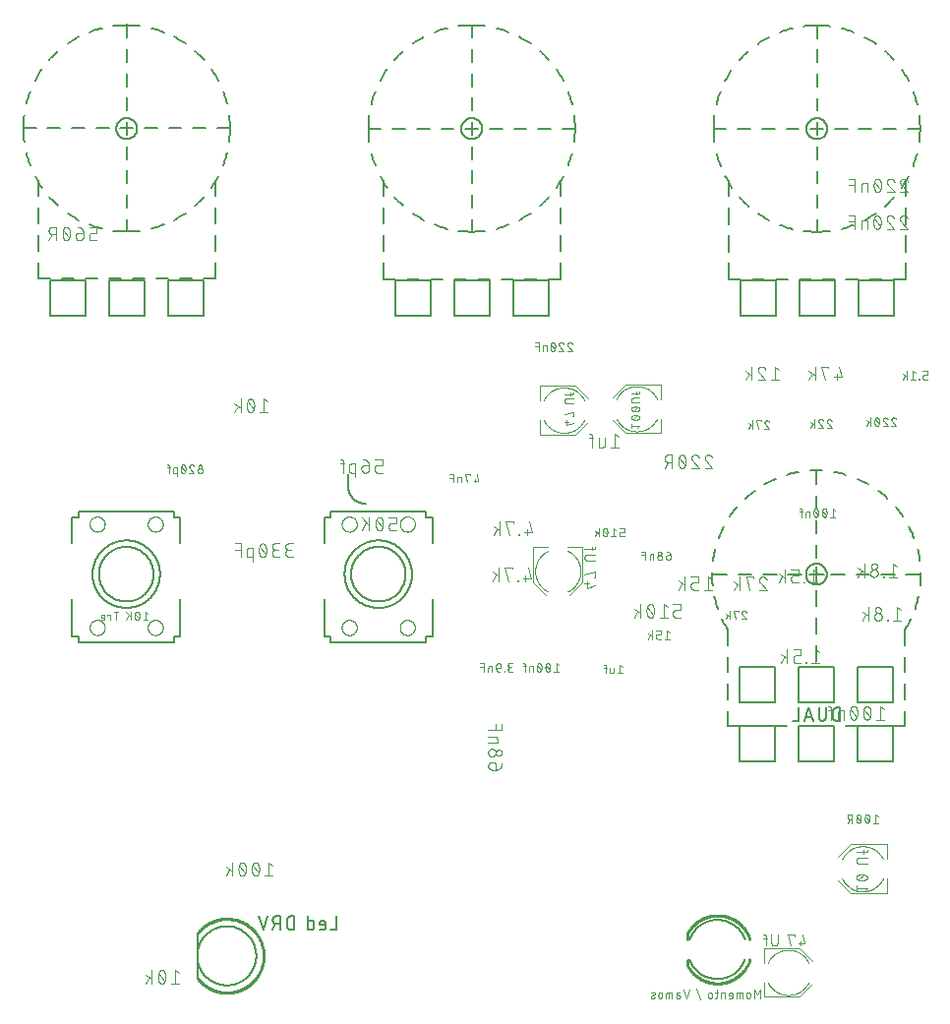
<source format=gbr>
G04 EAGLE Gerber X2 export*
%TF.Part,Single*%
%TF.FileFunction,Legend,Bot,1*%
%TF.FilePolarity,Positive*%
%TF.GenerationSoftware,Autodesk,EAGLE,9.0.0*%
%TF.CreationDate,2019-09-03T03:29:10Z*%
G75*
%MOMM*%
%FSLAX34Y34*%
%LPD*%
%AMOC8*
5,1,8,0,0,1.08239X$1,22.5*%
G01*
%ADD10C,0.152400*%
%ADD11C,0.203200*%
%ADD12C,0.101600*%
%ADD13C,0.127000*%
%ADD14C,0.076200*%
%ADD15C,0.254000*%


D10*
X605000Y581000D02*
X605000Y571000D01*
X605004Y570638D01*
X605018Y570275D01*
X605039Y569913D01*
X605070Y569552D01*
X605109Y569192D01*
X605157Y568833D01*
X605214Y568475D01*
X605279Y568118D01*
X605353Y567763D01*
X605436Y567410D01*
X605527Y567059D01*
X605626Y566711D01*
X605734Y566365D01*
X605850Y566021D01*
X605975Y565681D01*
X606107Y565344D01*
X606248Y565010D01*
X606397Y564679D01*
X606554Y564352D01*
X606718Y564029D01*
X606890Y563710D01*
X607070Y563396D01*
X607258Y563085D01*
X607453Y562780D01*
X607655Y562479D01*
X607865Y562183D01*
X608081Y561893D01*
X608305Y561607D01*
X608535Y561327D01*
X608772Y561053D01*
X609016Y560785D01*
X609266Y560522D01*
X609522Y560266D01*
X609785Y560016D01*
X610053Y559772D01*
X610327Y559535D01*
X610607Y559305D01*
X610893Y559081D01*
X611183Y558865D01*
X611479Y558655D01*
X611780Y558453D01*
X612085Y558258D01*
X612396Y558070D01*
X612710Y557890D01*
X613029Y557718D01*
X613352Y557554D01*
X613679Y557397D01*
X614010Y557248D01*
X614344Y557107D01*
X614681Y556975D01*
X615021Y556850D01*
X615365Y556734D01*
X615711Y556626D01*
X616059Y556527D01*
X616410Y556436D01*
X616763Y556353D01*
X617118Y556279D01*
X617475Y556214D01*
X617833Y556157D01*
X618192Y556109D01*
X618552Y556070D01*
X618913Y556039D01*
X619275Y556018D01*
X619638Y556004D01*
X620000Y556000D01*
D11*
X589850Y549288D02*
X671850Y549288D01*
X671850Y436288D02*
X589850Y436288D01*
X671850Y543788D02*
X677350Y543788D01*
X671850Y543788D02*
X671850Y549288D01*
X671850Y441788D02*
X671850Y436288D01*
X671850Y441788D02*
X677350Y441788D01*
X589850Y441788D02*
X584350Y441788D01*
X589850Y441788D02*
X589850Y436288D01*
X589850Y543788D02*
X589850Y549288D01*
X589850Y543788D02*
X584350Y543788D01*
X677350Y543788D02*
X677350Y521788D01*
X677350Y473788D02*
X677350Y441788D01*
X584350Y521788D02*
X584350Y543788D01*
X584350Y473788D02*
X584350Y441788D01*
D12*
X649350Y449288D02*
X649352Y449449D01*
X649358Y449609D01*
X649368Y449770D01*
X649382Y449930D01*
X649400Y450090D01*
X649421Y450249D01*
X649447Y450408D01*
X649477Y450566D01*
X649510Y450723D01*
X649548Y450880D01*
X649589Y451035D01*
X649634Y451189D01*
X649683Y451342D01*
X649736Y451494D01*
X649792Y451645D01*
X649853Y451794D01*
X649916Y451942D01*
X649984Y452088D01*
X650055Y452232D01*
X650129Y452374D01*
X650207Y452515D01*
X650289Y452653D01*
X650374Y452790D01*
X650462Y452924D01*
X650554Y453056D01*
X650649Y453186D01*
X650747Y453314D01*
X650848Y453439D01*
X650952Y453561D01*
X651059Y453681D01*
X651169Y453798D01*
X651282Y453913D01*
X651398Y454024D01*
X651517Y454133D01*
X651638Y454238D01*
X651762Y454341D01*
X651888Y454441D01*
X652016Y454537D01*
X652147Y454630D01*
X652281Y454720D01*
X652416Y454807D01*
X652554Y454890D01*
X652693Y454970D01*
X652835Y455046D01*
X652978Y455119D01*
X653123Y455188D01*
X653270Y455254D01*
X653418Y455316D01*
X653568Y455374D01*
X653719Y455429D01*
X653872Y455480D01*
X654026Y455527D01*
X654181Y455570D01*
X654337Y455609D01*
X654493Y455645D01*
X654651Y455676D01*
X654809Y455704D01*
X654968Y455728D01*
X655128Y455748D01*
X655288Y455764D01*
X655448Y455776D01*
X655609Y455784D01*
X655770Y455788D01*
X655930Y455788D01*
X656091Y455784D01*
X656252Y455776D01*
X656412Y455764D01*
X656572Y455748D01*
X656732Y455728D01*
X656891Y455704D01*
X657049Y455676D01*
X657207Y455645D01*
X657363Y455609D01*
X657519Y455570D01*
X657674Y455527D01*
X657828Y455480D01*
X657981Y455429D01*
X658132Y455374D01*
X658282Y455316D01*
X658430Y455254D01*
X658577Y455188D01*
X658722Y455119D01*
X658865Y455046D01*
X659007Y454970D01*
X659146Y454890D01*
X659284Y454807D01*
X659419Y454720D01*
X659553Y454630D01*
X659684Y454537D01*
X659812Y454441D01*
X659938Y454341D01*
X660062Y454238D01*
X660183Y454133D01*
X660302Y454024D01*
X660418Y453913D01*
X660531Y453798D01*
X660641Y453681D01*
X660748Y453561D01*
X660852Y453439D01*
X660953Y453314D01*
X661051Y453186D01*
X661146Y453056D01*
X661238Y452924D01*
X661326Y452790D01*
X661411Y452653D01*
X661493Y452515D01*
X661571Y452374D01*
X661645Y452232D01*
X661716Y452088D01*
X661784Y451942D01*
X661847Y451794D01*
X661908Y451645D01*
X661964Y451494D01*
X662017Y451342D01*
X662066Y451189D01*
X662111Y451035D01*
X662152Y450880D01*
X662190Y450723D01*
X662223Y450566D01*
X662253Y450408D01*
X662279Y450249D01*
X662300Y450090D01*
X662318Y449930D01*
X662332Y449770D01*
X662342Y449609D01*
X662348Y449449D01*
X662350Y449288D01*
X662348Y449127D01*
X662342Y448967D01*
X662332Y448806D01*
X662318Y448646D01*
X662300Y448486D01*
X662279Y448327D01*
X662253Y448168D01*
X662223Y448010D01*
X662190Y447853D01*
X662152Y447696D01*
X662111Y447541D01*
X662066Y447387D01*
X662017Y447234D01*
X661964Y447082D01*
X661908Y446931D01*
X661847Y446782D01*
X661784Y446634D01*
X661716Y446488D01*
X661645Y446344D01*
X661571Y446202D01*
X661493Y446061D01*
X661411Y445923D01*
X661326Y445786D01*
X661238Y445652D01*
X661146Y445520D01*
X661051Y445390D01*
X660953Y445262D01*
X660852Y445137D01*
X660748Y445015D01*
X660641Y444895D01*
X660531Y444778D01*
X660418Y444663D01*
X660302Y444552D01*
X660183Y444443D01*
X660062Y444338D01*
X659938Y444235D01*
X659812Y444135D01*
X659684Y444039D01*
X659553Y443946D01*
X659419Y443856D01*
X659284Y443769D01*
X659146Y443686D01*
X659007Y443606D01*
X658865Y443530D01*
X658722Y443457D01*
X658577Y443388D01*
X658430Y443322D01*
X658282Y443260D01*
X658132Y443202D01*
X657981Y443147D01*
X657828Y443096D01*
X657674Y443049D01*
X657519Y443006D01*
X657363Y442967D01*
X657207Y442931D01*
X657049Y442900D01*
X656891Y442872D01*
X656732Y442848D01*
X656572Y442828D01*
X656412Y442812D01*
X656252Y442800D01*
X656091Y442792D01*
X655930Y442788D01*
X655770Y442788D01*
X655609Y442792D01*
X655448Y442800D01*
X655288Y442812D01*
X655128Y442828D01*
X654968Y442848D01*
X654809Y442872D01*
X654651Y442900D01*
X654493Y442931D01*
X654337Y442967D01*
X654181Y443006D01*
X654026Y443049D01*
X653872Y443096D01*
X653719Y443147D01*
X653568Y443202D01*
X653418Y443260D01*
X653270Y443322D01*
X653123Y443388D01*
X652978Y443457D01*
X652835Y443530D01*
X652693Y443606D01*
X652554Y443686D01*
X652416Y443769D01*
X652281Y443856D01*
X652147Y443946D01*
X652016Y444039D01*
X651888Y444135D01*
X651762Y444235D01*
X651638Y444338D01*
X651517Y444443D01*
X651398Y444552D01*
X651282Y444663D01*
X651169Y444778D01*
X651059Y444895D01*
X650952Y445015D01*
X650848Y445137D01*
X650747Y445262D01*
X650649Y445390D01*
X650554Y445520D01*
X650462Y445652D01*
X650374Y445786D01*
X650289Y445923D01*
X650207Y446061D01*
X650129Y446202D01*
X650055Y446344D01*
X649984Y446488D01*
X649916Y446634D01*
X649853Y446782D01*
X649792Y446931D01*
X649736Y447082D01*
X649683Y447234D01*
X649634Y447387D01*
X649589Y447541D01*
X649548Y447696D01*
X649510Y447853D01*
X649477Y448010D01*
X649447Y448168D01*
X649421Y448327D01*
X649400Y448486D01*
X649382Y448646D01*
X649368Y448806D01*
X649358Y448967D01*
X649352Y449127D01*
X649350Y449288D01*
X599350Y449288D02*
X599352Y449449D01*
X599358Y449609D01*
X599368Y449770D01*
X599382Y449930D01*
X599400Y450090D01*
X599421Y450249D01*
X599447Y450408D01*
X599477Y450566D01*
X599510Y450723D01*
X599548Y450880D01*
X599589Y451035D01*
X599634Y451189D01*
X599683Y451342D01*
X599736Y451494D01*
X599792Y451645D01*
X599853Y451794D01*
X599916Y451942D01*
X599984Y452088D01*
X600055Y452232D01*
X600129Y452374D01*
X600207Y452515D01*
X600289Y452653D01*
X600374Y452790D01*
X600462Y452924D01*
X600554Y453056D01*
X600649Y453186D01*
X600747Y453314D01*
X600848Y453439D01*
X600952Y453561D01*
X601059Y453681D01*
X601169Y453798D01*
X601282Y453913D01*
X601398Y454024D01*
X601517Y454133D01*
X601638Y454238D01*
X601762Y454341D01*
X601888Y454441D01*
X602016Y454537D01*
X602147Y454630D01*
X602281Y454720D01*
X602416Y454807D01*
X602554Y454890D01*
X602693Y454970D01*
X602835Y455046D01*
X602978Y455119D01*
X603123Y455188D01*
X603270Y455254D01*
X603418Y455316D01*
X603568Y455374D01*
X603719Y455429D01*
X603872Y455480D01*
X604026Y455527D01*
X604181Y455570D01*
X604337Y455609D01*
X604493Y455645D01*
X604651Y455676D01*
X604809Y455704D01*
X604968Y455728D01*
X605128Y455748D01*
X605288Y455764D01*
X605448Y455776D01*
X605609Y455784D01*
X605770Y455788D01*
X605930Y455788D01*
X606091Y455784D01*
X606252Y455776D01*
X606412Y455764D01*
X606572Y455748D01*
X606732Y455728D01*
X606891Y455704D01*
X607049Y455676D01*
X607207Y455645D01*
X607363Y455609D01*
X607519Y455570D01*
X607674Y455527D01*
X607828Y455480D01*
X607981Y455429D01*
X608132Y455374D01*
X608282Y455316D01*
X608430Y455254D01*
X608577Y455188D01*
X608722Y455119D01*
X608865Y455046D01*
X609007Y454970D01*
X609146Y454890D01*
X609284Y454807D01*
X609419Y454720D01*
X609553Y454630D01*
X609684Y454537D01*
X609812Y454441D01*
X609938Y454341D01*
X610062Y454238D01*
X610183Y454133D01*
X610302Y454024D01*
X610418Y453913D01*
X610531Y453798D01*
X610641Y453681D01*
X610748Y453561D01*
X610852Y453439D01*
X610953Y453314D01*
X611051Y453186D01*
X611146Y453056D01*
X611238Y452924D01*
X611326Y452790D01*
X611411Y452653D01*
X611493Y452515D01*
X611571Y452374D01*
X611645Y452232D01*
X611716Y452088D01*
X611784Y451942D01*
X611847Y451794D01*
X611908Y451645D01*
X611964Y451494D01*
X612017Y451342D01*
X612066Y451189D01*
X612111Y451035D01*
X612152Y450880D01*
X612190Y450723D01*
X612223Y450566D01*
X612253Y450408D01*
X612279Y450249D01*
X612300Y450090D01*
X612318Y449930D01*
X612332Y449770D01*
X612342Y449609D01*
X612348Y449449D01*
X612350Y449288D01*
X612348Y449127D01*
X612342Y448967D01*
X612332Y448806D01*
X612318Y448646D01*
X612300Y448486D01*
X612279Y448327D01*
X612253Y448168D01*
X612223Y448010D01*
X612190Y447853D01*
X612152Y447696D01*
X612111Y447541D01*
X612066Y447387D01*
X612017Y447234D01*
X611964Y447082D01*
X611908Y446931D01*
X611847Y446782D01*
X611784Y446634D01*
X611716Y446488D01*
X611645Y446344D01*
X611571Y446202D01*
X611493Y446061D01*
X611411Y445923D01*
X611326Y445786D01*
X611238Y445652D01*
X611146Y445520D01*
X611051Y445390D01*
X610953Y445262D01*
X610852Y445137D01*
X610748Y445015D01*
X610641Y444895D01*
X610531Y444778D01*
X610418Y444663D01*
X610302Y444552D01*
X610183Y444443D01*
X610062Y444338D01*
X609938Y444235D01*
X609812Y444135D01*
X609684Y444039D01*
X609553Y443946D01*
X609419Y443856D01*
X609284Y443769D01*
X609146Y443686D01*
X609007Y443606D01*
X608865Y443530D01*
X608722Y443457D01*
X608577Y443388D01*
X608430Y443322D01*
X608282Y443260D01*
X608132Y443202D01*
X607981Y443147D01*
X607828Y443096D01*
X607674Y443049D01*
X607519Y443006D01*
X607363Y442967D01*
X607207Y442931D01*
X607049Y442900D01*
X606891Y442872D01*
X606732Y442848D01*
X606572Y442828D01*
X606412Y442812D01*
X606252Y442800D01*
X606091Y442792D01*
X605930Y442788D01*
X605770Y442788D01*
X605609Y442792D01*
X605448Y442800D01*
X605288Y442812D01*
X605128Y442828D01*
X604968Y442848D01*
X604809Y442872D01*
X604651Y442900D01*
X604493Y442931D01*
X604337Y442967D01*
X604181Y443006D01*
X604026Y443049D01*
X603872Y443096D01*
X603719Y443147D01*
X603568Y443202D01*
X603418Y443260D01*
X603270Y443322D01*
X603123Y443388D01*
X602978Y443457D01*
X602835Y443530D01*
X602693Y443606D01*
X602554Y443686D01*
X602416Y443769D01*
X602281Y443856D01*
X602147Y443946D01*
X602016Y444039D01*
X601888Y444135D01*
X601762Y444235D01*
X601638Y444338D01*
X601517Y444443D01*
X601398Y444552D01*
X601282Y444663D01*
X601169Y444778D01*
X601059Y444895D01*
X600952Y445015D01*
X600848Y445137D01*
X600747Y445262D01*
X600649Y445390D01*
X600554Y445520D01*
X600462Y445652D01*
X600374Y445786D01*
X600289Y445923D01*
X600207Y446061D01*
X600129Y446202D01*
X600055Y446344D01*
X599984Y446488D01*
X599916Y446634D01*
X599853Y446782D01*
X599792Y446931D01*
X599736Y447082D01*
X599683Y447234D01*
X599634Y447387D01*
X599589Y447541D01*
X599548Y447696D01*
X599510Y447853D01*
X599477Y448010D01*
X599447Y448168D01*
X599421Y448327D01*
X599400Y448486D01*
X599382Y448646D01*
X599368Y448806D01*
X599358Y448967D01*
X599352Y449127D01*
X599350Y449288D01*
X649350Y538288D02*
X649352Y538449D01*
X649358Y538609D01*
X649368Y538770D01*
X649382Y538930D01*
X649400Y539090D01*
X649421Y539249D01*
X649447Y539408D01*
X649477Y539566D01*
X649510Y539723D01*
X649548Y539880D01*
X649589Y540035D01*
X649634Y540189D01*
X649683Y540342D01*
X649736Y540494D01*
X649792Y540645D01*
X649853Y540794D01*
X649916Y540942D01*
X649984Y541088D01*
X650055Y541232D01*
X650129Y541374D01*
X650207Y541515D01*
X650289Y541653D01*
X650374Y541790D01*
X650462Y541924D01*
X650554Y542056D01*
X650649Y542186D01*
X650747Y542314D01*
X650848Y542439D01*
X650952Y542561D01*
X651059Y542681D01*
X651169Y542798D01*
X651282Y542913D01*
X651398Y543024D01*
X651517Y543133D01*
X651638Y543238D01*
X651762Y543341D01*
X651888Y543441D01*
X652016Y543537D01*
X652147Y543630D01*
X652281Y543720D01*
X652416Y543807D01*
X652554Y543890D01*
X652693Y543970D01*
X652835Y544046D01*
X652978Y544119D01*
X653123Y544188D01*
X653270Y544254D01*
X653418Y544316D01*
X653568Y544374D01*
X653719Y544429D01*
X653872Y544480D01*
X654026Y544527D01*
X654181Y544570D01*
X654337Y544609D01*
X654493Y544645D01*
X654651Y544676D01*
X654809Y544704D01*
X654968Y544728D01*
X655128Y544748D01*
X655288Y544764D01*
X655448Y544776D01*
X655609Y544784D01*
X655770Y544788D01*
X655930Y544788D01*
X656091Y544784D01*
X656252Y544776D01*
X656412Y544764D01*
X656572Y544748D01*
X656732Y544728D01*
X656891Y544704D01*
X657049Y544676D01*
X657207Y544645D01*
X657363Y544609D01*
X657519Y544570D01*
X657674Y544527D01*
X657828Y544480D01*
X657981Y544429D01*
X658132Y544374D01*
X658282Y544316D01*
X658430Y544254D01*
X658577Y544188D01*
X658722Y544119D01*
X658865Y544046D01*
X659007Y543970D01*
X659146Y543890D01*
X659284Y543807D01*
X659419Y543720D01*
X659553Y543630D01*
X659684Y543537D01*
X659812Y543441D01*
X659938Y543341D01*
X660062Y543238D01*
X660183Y543133D01*
X660302Y543024D01*
X660418Y542913D01*
X660531Y542798D01*
X660641Y542681D01*
X660748Y542561D01*
X660852Y542439D01*
X660953Y542314D01*
X661051Y542186D01*
X661146Y542056D01*
X661238Y541924D01*
X661326Y541790D01*
X661411Y541653D01*
X661493Y541515D01*
X661571Y541374D01*
X661645Y541232D01*
X661716Y541088D01*
X661784Y540942D01*
X661847Y540794D01*
X661908Y540645D01*
X661964Y540494D01*
X662017Y540342D01*
X662066Y540189D01*
X662111Y540035D01*
X662152Y539880D01*
X662190Y539723D01*
X662223Y539566D01*
X662253Y539408D01*
X662279Y539249D01*
X662300Y539090D01*
X662318Y538930D01*
X662332Y538770D01*
X662342Y538609D01*
X662348Y538449D01*
X662350Y538288D01*
X662348Y538127D01*
X662342Y537967D01*
X662332Y537806D01*
X662318Y537646D01*
X662300Y537486D01*
X662279Y537327D01*
X662253Y537168D01*
X662223Y537010D01*
X662190Y536853D01*
X662152Y536696D01*
X662111Y536541D01*
X662066Y536387D01*
X662017Y536234D01*
X661964Y536082D01*
X661908Y535931D01*
X661847Y535782D01*
X661784Y535634D01*
X661716Y535488D01*
X661645Y535344D01*
X661571Y535202D01*
X661493Y535061D01*
X661411Y534923D01*
X661326Y534786D01*
X661238Y534652D01*
X661146Y534520D01*
X661051Y534390D01*
X660953Y534262D01*
X660852Y534137D01*
X660748Y534015D01*
X660641Y533895D01*
X660531Y533778D01*
X660418Y533663D01*
X660302Y533552D01*
X660183Y533443D01*
X660062Y533338D01*
X659938Y533235D01*
X659812Y533135D01*
X659684Y533039D01*
X659553Y532946D01*
X659419Y532856D01*
X659284Y532769D01*
X659146Y532686D01*
X659007Y532606D01*
X658865Y532530D01*
X658722Y532457D01*
X658577Y532388D01*
X658430Y532322D01*
X658282Y532260D01*
X658132Y532202D01*
X657981Y532147D01*
X657828Y532096D01*
X657674Y532049D01*
X657519Y532006D01*
X657363Y531967D01*
X657207Y531931D01*
X657049Y531900D01*
X656891Y531872D01*
X656732Y531848D01*
X656572Y531828D01*
X656412Y531812D01*
X656252Y531800D01*
X656091Y531792D01*
X655930Y531788D01*
X655770Y531788D01*
X655609Y531792D01*
X655448Y531800D01*
X655288Y531812D01*
X655128Y531828D01*
X654968Y531848D01*
X654809Y531872D01*
X654651Y531900D01*
X654493Y531931D01*
X654337Y531967D01*
X654181Y532006D01*
X654026Y532049D01*
X653872Y532096D01*
X653719Y532147D01*
X653568Y532202D01*
X653418Y532260D01*
X653270Y532322D01*
X653123Y532388D01*
X652978Y532457D01*
X652835Y532530D01*
X652693Y532606D01*
X652554Y532686D01*
X652416Y532769D01*
X652281Y532856D01*
X652147Y532946D01*
X652016Y533039D01*
X651888Y533135D01*
X651762Y533235D01*
X651638Y533338D01*
X651517Y533443D01*
X651398Y533552D01*
X651282Y533663D01*
X651169Y533778D01*
X651059Y533895D01*
X650952Y534015D01*
X650848Y534137D01*
X650747Y534262D01*
X650649Y534390D01*
X650554Y534520D01*
X650462Y534652D01*
X650374Y534786D01*
X650289Y534923D01*
X650207Y535061D01*
X650129Y535202D01*
X650055Y535344D01*
X649984Y535488D01*
X649916Y535634D01*
X649853Y535782D01*
X649792Y535931D01*
X649736Y536082D01*
X649683Y536234D01*
X649634Y536387D01*
X649589Y536541D01*
X649548Y536696D01*
X649510Y536853D01*
X649477Y537010D01*
X649447Y537168D01*
X649421Y537327D01*
X649400Y537486D01*
X649382Y537646D01*
X649368Y537806D01*
X649358Y537967D01*
X649352Y538127D01*
X649350Y538288D01*
X599350Y538288D02*
X599352Y538449D01*
X599358Y538609D01*
X599368Y538770D01*
X599382Y538930D01*
X599400Y539090D01*
X599421Y539249D01*
X599447Y539408D01*
X599477Y539566D01*
X599510Y539723D01*
X599548Y539880D01*
X599589Y540035D01*
X599634Y540189D01*
X599683Y540342D01*
X599736Y540494D01*
X599792Y540645D01*
X599853Y540794D01*
X599916Y540942D01*
X599984Y541088D01*
X600055Y541232D01*
X600129Y541374D01*
X600207Y541515D01*
X600289Y541653D01*
X600374Y541790D01*
X600462Y541924D01*
X600554Y542056D01*
X600649Y542186D01*
X600747Y542314D01*
X600848Y542439D01*
X600952Y542561D01*
X601059Y542681D01*
X601169Y542798D01*
X601282Y542913D01*
X601398Y543024D01*
X601517Y543133D01*
X601638Y543238D01*
X601762Y543341D01*
X601888Y543441D01*
X602016Y543537D01*
X602147Y543630D01*
X602281Y543720D01*
X602416Y543807D01*
X602554Y543890D01*
X602693Y543970D01*
X602835Y544046D01*
X602978Y544119D01*
X603123Y544188D01*
X603270Y544254D01*
X603418Y544316D01*
X603568Y544374D01*
X603719Y544429D01*
X603872Y544480D01*
X604026Y544527D01*
X604181Y544570D01*
X604337Y544609D01*
X604493Y544645D01*
X604651Y544676D01*
X604809Y544704D01*
X604968Y544728D01*
X605128Y544748D01*
X605288Y544764D01*
X605448Y544776D01*
X605609Y544784D01*
X605770Y544788D01*
X605930Y544788D01*
X606091Y544784D01*
X606252Y544776D01*
X606412Y544764D01*
X606572Y544748D01*
X606732Y544728D01*
X606891Y544704D01*
X607049Y544676D01*
X607207Y544645D01*
X607363Y544609D01*
X607519Y544570D01*
X607674Y544527D01*
X607828Y544480D01*
X607981Y544429D01*
X608132Y544374D01*
X608282Y544316D01*
X608430Y544254D01*
X608577Y544188D01*
X608722Y544119D01*
X608865Y544046D01*
X609007Y543970D01*
X609146Y543890D01*
X609284Y543807D01*
X609419Y543720D01*
X609553Y543630D01*
X609684Y543537D01*
X609812Y543441D01*
X609938Y543341D01*
X610062Y543238D01*
X610183Y543133D01*
X610302Y543024D01*
X610418Y542913D01*
X610531Y542798D01*
X610641Y542681D01*
X610748Y542561D01*
X610852Y542439D01*
X610953Y542314D01*
X611051Y542186D01*
X611146Y542056D01*
X611238Y541924D01*
X611326Y541790D01*
X611411Y541653D01*
X611493Y541515D01*
X611571Y541374D01*
X611645Y541232D01*
X611716Y541088D01*
X611784Y540942D01*
X611847Y540794D01*
X611908Y540645D01*
X611964Y540494D01*
X612017Y540342D01*
X612066Y540189D01*
X612111Y540035D01*
X612152Y539880D01*
X612190Y539723D01*
X612223Y539566D01*
X612253Y539408D01*
X612279Y539249D01*
X612300Y539090D01*
X612318Y538930D01*
X612332Y538770D01*
X612342Y538609D01*
X612348Y538449D01*
X612350Y538288D01*
X612348Y538127D01*
X612342Y537967D01*
X612332Y537806D01*
X612318Y537646D01*
X612300Y537486D01*
X612279Y537327D01*
X612253Y537168D01*
X612223Y537010D01*
X612190Y536853D01*
X612152Y536696D01*
X612111Y536541D01*
X612066Y536387D01*
X612017Y536234D01*
X611964Y536082D01*
X611908Y535931D01*
X611847Y535782D01*
X611784Y535634D01*
X611716Y535488D01*
X611645Y535344D01*
X611571Y535202D01*
X611493Y535061D01*
X611411Y534923D01*
X611326Y534786D01*
X611238Y534652D01*
X611146Y534520D01*
X611051Y534390D01*
X610953Y534262D01*
X610852Y534137D01*
X610748Y534015D01*
X610641Y533895D01*
X610531Y533778D01*
X610418Y533663D01*
X610302Y533552D01*
X610183Y533443D01*
X610062Y533338D01*
X609938Y533235D01*
X609812Y533135D01*
X609684Y533039D01*
X609553Y532946D01*
X609419Y532856D01*
X609284Y532769D01*
X609146Y532686D01*
X609007Y532606D01*
X608865Y532530D01*
X608722Y532457D01*
X608577Y532388D01*
X608430Y532322D01*
X608282Y532260D01*
X608132Y532202D01*
X607981Y532147D01*
X607828Y532096D01*
X607674Y532049D01*
X607519Y532006D01*
X607363Y531967D01*
X607207Y531931D01*
X607049Y531900D01*
X606891Y531872D01*
X606732Y531848D01*
X606572Y531828D01*
X606412Y531812D01*
X606252Y531800D01*
X606091Y531792D01*
X605930Y531788D01*
X605770Y531788D01*
X605609Y531792D01*
X605448Y531800D01*
X605288Y531812D01*
X605128Y531828D01*
X604968Y531848D01*
X604809Y531872D01*
X604651Y531900D01*
X604493Y531931D01*
X604337Y531967D01*
X604181Y532006D01*
X604026Y532049D01*
X603872Y532096D01*
X603719Y532147D01*
X603568Y532202D01*
X603418Y532260D01*
X603270Y532322D01*
X603123Y532388D01*
X602978Y532457D01*
X602835Y532530D01*
X602693Y532606D01*
X602554Y532686D01*
X602416Y532769D01*
X602281Y532856D01*
X602147Y532946D01*
X602016Y533039D01*
X601888Y533135D01*
X601762Y533235D01*
X601638Y533338D01*
X601517Y533443D01*
X601398Y533552D01*
X601282Y533663D01*
X601169Y533778D01*
X601059Y533895D01*
X600952Y534015D01*
X600848Y534137D01*
X600747Y534262D01*
X600649Y534390D01*
X600554Y534520D01*
X600462Y534652D01*
X600374Y534786D01*
X600289Y534923D01*
X600207Y535061D01*
X600129Y535202D01*
X600055Y535344D01*
X599984Y535488D01*
X599916Y535634D01*
X599853Y535782D01*
X599792Y535931D01*
X599736Y536082D01*
X599683Y536234D01*
X599634Y536387D01*
X599589Y536541D01*
X599548Y536696D01*
X599510Y536853D01*
X599477Y537010D01*
X599447Y537168D01*
X599421Y537327D01*
X599400Y537486D01*
X599382Y537646D01*
X599368Y537806D01*
X599358Y537967D01*
X599352Y538127D01*
X599350Y538288D01*
D11*
X601850Y495288D02*
X601859Y496000D01*
X601885Y496711D01*
X601929Y497421D01*
X601990Y498130D01*
X602068Y498838D01*
X602164Y499543D01*
X602277Y500246D01*
X602407Y500946D01*
X602555Y501642D01*
X602719Y502334D01*
X602900Y503023D01*
X603099Y503706D01*
X603314Y504385D01*
X603545Y505058D01*
X603793Y505725D01*
X604057Y506386D01*
X604338Y507040D01*
X604634Y507687D01*
X604946Y508327D01*
X605274Y508959D01*
X605617Y509582D01*
X605976Y510197D01*
X606349Y510803D01*
X606737Y511400D01*
X607140Y511986D01*
X607557Y512563D01*
X607988Y513130D01*
X608433Y513685D01*
X608891Y514230D01*
X609362Y514763D01*
X609847Y515285D01*
X610344Y515794D01*
X610853Y516291D01*
X611375Y516776D01*
X611908Y517247D01*
X612453Y517705D01*
X613008Y518150D01*
X613575Y518581D01*
X614152Y518998D01*
X614738Y519401D01*
X615335Y519789D01*
X615941Y520162D01*
X616556Y520521D01*
X617179Y520864D01*
X617811Y521192D01*
X618451Y521504D01*
X619098Y521800D01*
X619752Y522081D01*
X620413Y522345D01*
X621080Y522593D01*
X621753Y522824D01*
X622432Y523039D01*
X623115Y523238D01*
X623804Y523419D01*
X624496Y523583D01*
X625192Y523731D01*
X625892Y523861D01*
X626595Y523974D01*
X627300Y524070D01*
X628008Y524148D01*
X628717Y524209D01*
X629427Y524253D01*
X630138Y524279D01*
X630850Y524288D01*
X631562Y524279D01*
X632273Y524253D01*
X632983Y524209D01*
X633692Y524148D01*
X634400Y524070D01*
X635105Y523974D01*
X635808Y523861D01*
X636508Y523731D01*
X637204Y523583D01*
X637896Y523419D01*
X638585Y523238D01*
X639268Y523039D01*
X639947Y522824D01*
X640620Y522593D01*
X641287Y522345D01*
X641948Y522081D01*
X642602Y521800D01*
X643249Y521504D01*
X643889Y521192D01*
X644521Y520864D01*
X645144Y520521D01*
X645759Y520162D01*
X646365Y519789D01*
X646962Y519401D01*
X647548Y518998D01*
X648125Y518581D01*
X648692Y518150D01*
X649247Y517705D01*
X649792Y517247D01*
X650325Y516776D01*
X650847Y516291D01*
X651356Y515794D01*
X651853Y515285D01*
X652338Y514763D01*
X652809Y514230D01*
X653267Y513685D01*
X653712Y513130D01*
X654143Y512563D01*
X654560Y511986D01*
X654963Y511400D01*
X655351Y510803D01*
X655724Y510197D01*
X656083Y509582D01*
X656426Y508959D01*
X656754Y508327D01*
X657066Y507687D01*
X657362Y507040D01*
X657643Y506386D01*
X657907Y505725D01*
X658155Y505058D01*
X658386Y504385D01*
X658601Y503706D01*
X658800Y503023D01*
X658981Y502334D01*
X659145Y501642D01*
X659293Y500946D01*
X659423Y500246D01*
X659536Y499543D01*
X659632Y498838D01*
X659710Y498130D01*
X659771Y497421D01*
X659815Y496711D01*
X659841Y496000D01*
X659850Y495288D01*
X659841Y494576D01*
X659815Y493865D01*
X659771Y493155D01*
X659710Y492446D01*
X659632Y491738D01*
X659536Y491033D01*
X659423Y490330D01*
X659293Y489630D01*
X659145Y488934D01*
X658981Y488242D01*
X658800Y487553D01*
X658601Y486870D01*
X658386Y486191D01*
X658155Y485518D01*
X657907Y484851D01*
X657643Y484190D01*
X657362Y483536D01*
X657066Y482889D01*
X656754Y482249D01*
X656426Y481617D01*
X656083Y480994D01*
X655724Y480379D01*
X655351Y479773D01*
X654963Y479176D01*
X654560Y478590D01*
X654143Y478013D01*
X653712Y477446D01*
X653267Y476891D01*
X652809Y476346D01*
X652338Y475813D01*
X651853Y475291D01*
X651356Y474782D01*
X650847Y474285D01*
X650325Y473800D01*
X649792Y473329D01*
X649247Y472871D01*
X648692Y472426D01*
X648125Y471995D01*
X647548Y471578D01*
X646962Y471175D01*
X646365Y470787D01*
X645759Y470414D01*
X645144Y470055D01*
X644521Y469712D01*
X643889Y469384D01*
X643249Y469072D01*
X642602Y468776D01*
X641948Y468495D01*
X641287Y468231D01*
X640620Y467983D01*
X639947Y467752D01*
X639268Y467537D01*
X638585Y467338D01*
X637896Y467157D01*
X637204Y466993D01*
X636508Y466845D01*
X635808Y466715D01*
X635105Y466602D01*
X634400Y466506D01*
X633692Y466428D01*
X632983Y466367D01*
X632273Y466323D01*
X631562Y466297D01*
X630850Y466288D01*
X630138Y466297D01*
X629427Y466323D01*
X628717Y466367D01*
X628008Y466428D01*
X627300Y466506D01*
X626595Y466602D01*
X625892Y466715D01*
X625192Y466845D01*
X624496Y466993D01*
X623804Y467157D01*
X623115Y467338D01*
X622432Y467537D01*
X621753Y467752D01*
X621080Y467983D01*
X620413Y468231D01*
X619752Y468495D01*
X619098Y468776D01*
X618451Y469072D01*
X617811Y469384D01*
X617179Y469712D01*
X616556Y470055D01*
X615941Y470414D01*
X615335Y470787D01*
X614738Y471175D01*
X614152Y471578D01*
X613575Y471995D01*
X613008Y472426D01*
X612453Y472871D01*
X611908Y473329D01*
X611375Y473800D01*
X610853Y474285D01*
X610344Y474782D01*
X609847Y475291D01*
X609362Y475813D01*
X608891Y476346D01*
X608433Y476891D01*
X607988Y477446D01*
X607557Y478013D01*
X607140Y478590D01*
X606737Y479176D01*
X606349Y479773D01*
X605976Y480379D01*
X605617Y480994D01*
X605274Y481617D01*
X604946Y482249D01*
X604634Y482889D01*
X604338Y483536D01*
X604057Y484190D01*
X603793Y484851D01*
X603545Y485518D01*
X603314Y486191D01*
X603099Y486870D01*
X602900Y487553D01*
X602719Y488242D01*
X602555Y488934D01*
X602407Y489630D01*
X602277Y490330D01*
X602164Y491033D01*
X602068Y491738D01*
X601990Y492446D01*
X601929Y493155D01*
X601885Y493865D01*
X601859Y494576D01*
X601850Y495288D01*
X607349Y495288D02*
X607356Y495865D01*
X607377Y496441D01*
X607413Y497017D01*
X607462Y497592D01*
X607526Y498165D01*
X607603Y498736D01*
X607695Y499306D01*
X607801Y499873D01*
X607920Y500437D01*
X608053Y500998D01*
X608200Y501556D01*
X608361Y502110D01*
X608535Y502660D01*
X608723Y503205D01*
X608924Y503746D01*
X609138Y504281D01*
X609365Y504812D01*
X609605Y505336D01*
X609858Y505854D01*
X610124Y506366D01*
X610402Y506872D01*
X610693Y507370D01*
X610995Y507861D01*
X611310Y508344D01*
X611636Y508820D01*
X611974Y509288D01*
X612323Y509747D01*
X612683Y510197D01*
X613055Y510638D01*
X613437Y511070D01*
X613829Y511493D01*
X614232Y511906D01*
X614645Y512309D01*
X615068Y512701D01*
X615500Y513083D01*
X615941Y513455D01*
X616391Y513815D01*
X616850Y514164D01*
X617318Y514502D01*
X617794Y514828D01*
X618277Y515143D01*
X618768Y515445D01*
X619266Y515736D01*
X619772Y516014D01*
X620284Y516280D01*
X620802Y516533D01*
X621326Y516773D01*
X621857Y517000D01*
X622392Y517214D01*
X622933Y517415D01*
X623478Y517603D01*
X624028Y517777D01*
X624582Y517938D01*
X625140Y518085D01*
X625701Y518218D01*
X626265Y518337D01*
X626832Y518443D01*
X627402Y518535D01*
X627973Y518612D01*
X628546Y518676D01*
X629121Y518725D01*
X629697Y518761D01*
X630273Y518782D01*
X630850Y518789D01*
X631427Y518782D01*
X632003Y518761D01*
X632579Y518725D01*
X633154Y518676D01*
X633727Y518612D01*
X634298Y518535D01*
X634868Y518443D01*
X635435Y518337D01*
X635999Y518218D01*
X636560Y518085D01*
X637118Y517938D01*
X637672Y517777D01*
X638222Y517603D01*
X638767Y517415D01*
X639308Y517214D01*
X639843Y517000D01*
X640374Y516773D01*
X640898Y516533D01*
X641416Y516280D01*
X641928Y516014D01*
X642434Y515736D01*
X642932Y515445D01*
X643423Y515143D01*
X643906Y514828D01*
X644382Y514502D01*
X644850Y514164D01*
X645309Y513815D01*
X645759Y513455D01*
X646200Y513083D01*
X646632Y512701D01*
X647055Y512309D01*
X647468Y511906D01*
X647871Y511493D01*
X648263Y511070D01*
X648645Y510638D01*
X649017Y510197D01*
X649377Y509747D01*
X649726Y509288D01*
X650064Y508820D01*
X650390Y508344D01*
X650705Y507861D01*
X651007Y507370D01*
X651298Y506872D01*
X651576Y506366D01*
X651842Y505854D01*
X652095Y505336D01*
X652335Y504812D01*
X652562Y504281D01*
X652776Y503746D01*
X652977Y503205D01*
X653165Y502660D01*
X653339Y502110D01*
X653500Y501556D01*
X653647Y500998D01*
X653780Y500437D01*
X653899Y499873D01*
X654005Y499306D01*
X654097Y498736D01*
X654174Y498165D01*
X654238Y497592D01*
X654287Y497017D01*
X654323Y496441D01*
X654344Y495865D01*
X654351Y495288D01*
X654344Y494711D01*
X654323Y494135D01*
X654287Y493559D01*
X654238Y492984D01*
X654174Y492411D01*
X654097Y491840D01*
X654005Y491270D01*
X653899Y490703D01*
X653780Y490139D01*
X653647Y489578D01*
X653500Y489020D01*
X653339Y488466D01*
X653165Y487916D01*
X652977Y487371D01*
X652776Y486830D01*
X652562Y486295D01*
X652335Y485764D01*
X652095Y485240D01*
X651842Y484722D01*
X651576Y484210D01*
X651298Y483704D01*
X651007Y483206D01*
X650705Y482715D01*
X650390Y482232D01*
X650064Y481756D01*
X649726Y481288D01*
X649377Y480829D01*
X649017Y480379D01*
X648645Y479938D01*
X648263Y479506D01*
X647871Y479083D01*
X647468Y478670D01*
X647055Y478267D01*
X646632Y477875D01*
X646200Y477493D01*
X645759Y477121D01*
X645309Y476761D01*
X644850Y476412D01*
X644382Y476074D01*
X643906Y475748D01*
X643423Y475433D01*
X642932Y475131D01*
X642434Y474840D01*
X641928Y474562D01*
X641416Y474296D01*
X640898Y474043D01*
X640374Y473803D01*
X639843Y473576D01*
X639308Y473362D01*
X638767Y473161D01*
X638222Y472973D01*
X637672Y472799D01*
X637118Y472638D01*
X636560Y472491D01*
X635999Y472358D01*
X635435Y472239D01*
X634868Y472133D01*
X634298Y472041D01*
X633727Y471964D01*
X633154Y471900D01*
X632579Y471851D01*
X632003Y471815D01*
X631427Y471794D01*
X630850Y471787D01*
X630273Y471794D01*
X629697Y471815D01*
X629121Y471851D01*
X628546Y471900D01*
X627973Y471964D01*
X627402Y472041D01*
X626832Y472133D01*
X626265Y472239D01*
X625701Y472358D01*
X625140Y472491D01*
X624582Y472638D01*
X624028Y472799D01*
X623478Y472973D01*
X622933Y473161D01*
X622392Y473362D01*
X621857Y473576D01*
X621326Y473803D01*
X620802Y474043D01*
X620284Y474296D01*
X619772Y474562D01*
X619266Y474840D01*
X618768Y475131D01*
X618277Y475433D01*
X617794Y475748D01*
X617318Y476074D01*
X616850Y476412D01*
X616391Y476761D01*
X615941Y477121D01*
X615500Y477493D01*
X615068Y477875D01*
X614645Y478267D01*
X614232Y478670D01*
X613829Y479083D01*
X613437Y479506D01*
X613055Y479938D01*
X612683Y480379D01*
X612323Y480829D01*
X611974Y481288D01*
X611636Y481756D01*
X611310Y482232D01*
X610995Y482715D01*
X610693Y483206D01*
X610402Y483704D01*
X610124Y484210D01*
X609858Y484722D01*
X609605Y485240D01*
X609365Y485764D01*
X609138Y486295D01*
X608924Y486830D01*
X608723Y487371D01*
X608535Y487916D01*
X608361Y488466D01*
X608200Y489020D01*
X608053Y489578D01*
X607920Y490139D01*
X607801Y490703D01*
X607695Y491270D01*
X607603Y491840D01*
X607526Y492411D01*
X607462Y492984D01*
X607413Y493559D01*
X607377Y494135D01*
X607356Y494711D01*
X607349Y495288D01*
D12*
X642447Y532796D02*
X646342Y532796D01*
X642447Y532796D02*
X642348Y532798D01*
X642248Y532804D01*
X642149Y532813D01*
X642051Y532826D01*
X641953Y532843D01*
X641855Y532864D01*
X641759Y532889D01*
X641664Y532917D01*
X641570Y532949D01*
X641477Y532984D01*
X641385Y533023D01*
X641295Y533066D01*
X641207Y533111D01*
X641120Y533161D01*
X641036Y533213D01*
X640953Y533269D01*
X640873Y533327D01*
X640795Y533389D01*
X640720Y533454D01*
X640647Y533522D01*
X640577Y533592D01*
X640509Y533665D01*
X640444Y533740D01*
X640382Y533818D01*
X640324Y533898D01*
X640268Y533981D01*
X640216Y534065D01*
X640166Y534152D01*
X640121Y534240D01*
X640078Y534330D01*
X640039Y534422D01*
X640004Y534515D01*
X639972Y534609D01*
X639944Y534704D01*
X639919Y534800D01*
X639898Y534898D01*
X639881Y534996D01*
X639868Y535094D01*
X639859Y535193D01*
X639853Y535293D01*
X639851Y535392D01*
X639851Y536690D01*
X639853Y536789D01*
X639859Y536889D01*
X639868Y536988D01*
X639881Y537086D01*
X639898Y537184D01*
X639919Y537282D01*
X639944Y537378D01*
X639972Y537473D01*
X640004Y537567D01*
X640039Y537660D01*
X640078Y537752D01*
X640121Y537842D01*
X640166Y537930D01*
X640216Y538017D01*
X640268Y538101D01*
X640324Y538184D01*
X640382Y538264D01*
X640444Y538342D01*
X640509Y538417D01*
X640577Y538490D01*
X640647Y538560D01*
X640720Y538628D01*
X640795Y538693D01*
X640873Y538755D01*
X640953Y538813D01*
X641036Y538869D01*
X641120Y538921D01*
X641207Y538971D01*
X641295Y539016D01*
X641385Y539059D01*
X641477Y539098D01*
X641570Y539133D01*
X641664Y539165D01*
X641759Y539193D01*
X641855Y539218D01*
X641953Y539239D01*
X642051Y539256D01*
X642149Y539269D01*
X642248Y539278D01*
X642348Y539284D01*
X642447Y539286D01*
X642447Y539287D02*
X646342Y539287D01*
X646342Y544480D01*
X639851Y544480D01*
X633939Y542857D02*
X634038Y542650D01*
X634131Y542440D01*
X634219Y542227D01*
X634302Y542013D01*
X634380Y541797D01*
X634453Y541579D01*
X634521Y541359D01*
X634583Y541138D01*
X634640Y540915D01*
X634692Y540691D01*
X634738Y540466D01*
X634779Y540240D01*
X634814Y540013D01*
X634844Y539785D01*
X634869Y539556D01*
X634888Y539327D01*
X634902Y539098D01*
X634910Y538868D01*
X634913Y538638D01*
X633939Y542857D02*
X633906Y542947D01*
X633870Y543036D01*
X633830Y543124D01*
X633786Y543209D01*
X633739Y543293D01*
X633689Y543375D01*
X633635Y543455D01*
X633579Y543532D01*
X633519Y543608D01*
X633456Y543681D01*
X633391Y543751D01*
X633322Y543819D01*
X633251Y543883D01*
X633178Y543945D01*
X633102Y544004D01*
X633024Y544060D01*
X632943Y544113D01*
X632861Y544162D01*
X632777Y544208D01*
X632690Y544251D01*
X632603Y544290D01*
X632513Y544326D01*
X632423Y544358D01*
X632331Y544386D01*
X632238Y544411D01*
X632144Y544432D01*
X632050Y544449D01*
X631955Y544463D01*
X631859Y544472D01*
X631763Y544478D01*
X631667Y544480D01*
X631571Y544478D01*
X631475Y544472D01*
X631379Y544463D01*
X631284Y544449D01*
X631190Y544432D01*
X631096Y544411D01*
X631003Y544386D01*
X630911Y544358D01*
X630821Y544326D01*
X630731Y544290D01*
X630644Y544251D01*
X630557Y544208D01*
X630473Y544162D01*
X630391Y544113D01*
X630310Y544060D01*
X630232Y544004D01*
X630156Y543945D01*
X630083Y543883D01*
X630012Y543819D01*
X629943Y543751D01*
X629878Y543681D01*
X629815Y543608D01*
X629755Y543533D01*
X629699Y543455D01*
X629645Y543375D01*
X629595Y543293D01*
X629548Y543209D01*
X629505Y543124D01*
X629464Y543036D01*
X629428Y542947D01*
X629395Y542857D01*
X629396Y542857D02*
X629297Y542649D01*
X629204Y542439D01*
X629116Y542227D01*
X629033Y542013D01*
X628955Y541796D01*
X628882Y541578D01*
X628814Y541359D01*
X628752Y541137D01*
X628695Y540915D01*
X628643Y540691D01*
X628597Y540466D01*
X628556Y540240D01*
X628521Y540012D01*
X628491Y539785D01*
X628466Y539556D01*
X628447Y539327D01*
X628433Y539098D01*
X628425Y538868D01*
X628422Y538638D01*
X634912Y538638D02*
X634909Y538408D01*
X634901Y538178D01*
X634887Y537949D01*
X634868Y537720D01*
X634843Y537491D01*
X634813Y537263D01*
X634778Y537036D01*
X634737Y536810D01*
X634691Y536585D01*
X634639Y536361D01*
X634582Y536138D01*
X634520Y535917D01*
X634452Y535697D01*
X634379Y535479D01*
X634301Y535263D01*
X634218Y535049D01*
X634130Y534837D01*
X634037Y534626D01*
X633938Y534419D01*
X633939Y534418D02*
X633906Y534328D01*
X633870Y534239D01*
X633829Y534151D01*
X633786Y534066D01*
X633739Y533982D01*
X633689Y533900D01*
X633635Y533820D01*
X633579Y533743D01*
X633519Y533667D01*
X633456Y533594D01*
X633391Y533524D01*
X633322Y533456D01*
X633251Y533392D01*
X633178Y533330D01*
X633102Y533271D01*
X633024Y533215D01*
X632943Y533162D01*
X632861Y533113D01*
X632777Y533067D01*
X632690Y533024D01*
X632603Y532985D01*
X632513Y532949D01*
X632423Y532917D01*
X632331Y532889D01*
X632238Y532864D01*
X632144Y532843D01*
X632050Y532826D01*
X631955Y532812D01*
X631859Y532803D01*
X631763Y532797D01*
X631667Y532795D01*
X629395Y534419D02*
X629296Y534626D01*
X629203Y534837D01*
X629115Y535049D01*
X629032Y535263D01*
X628954Y535479D01*
X628881Y535697D01*
X628813Y535917D01*
X628751Y536138D01*
X628694Y536361D01*
X628642Y536585D01*
X628596Y536810D01*
X628555Y537036D01*
X628520Y537263D01*
X628490Y537491D01*
X628465Y537720D01*
X628446Y537949D01*
X628432Y538178D01*
X628424Y538408D01*
X628421Y538638D01*
X629395Y534418D02*
X629428Y534328D01*
X629464Y534239D01*
X629505Y534151D01*
X629548Y534066D01*
X629595Y533982D01*
X629645Y533900D01*
X629699Y533820D01*
X629755Y533742D01*
X629815Y533667D01*
X629878Y533594D01*
X629943Y533524D01*
X630012Y533456D01*
X630083Y533392D01*
X630156Y533330D01*
X630232Y533271D01*
X630310Y533215D01*
X630391Y533162D01*
X630473Y533113D01*
X630557Y533067D01*
X630644Y533024D01*
X630731Y532985D01*
X630821Y532949D01*
X630911Y532917D01*
X631003Y532889D01*
X631096Y532864D01*
X631190Y532843D01*
X631284Y532826D01*
X631379Y532812D01*
X631475Y532803D01*
X631571Y532797D01*
X631667Y532795D01*
X634263Y535392D02*
X629070Y541883D01*
X622932Y544480D02*
X622932Y532796D01*
X622932Y537339D02*
X616441Y544480D01*
X620335Y539936D02*
X616441Y532796D01*
D13*
X702263Y878904D02*
X702266Y879124D01*
X702274Y879345D01*
X702287Y879565D01*
X702306Y879784D01*
X702331Y880003D01*
X702360Y880222D01*
X702395Y880439D01*
X702436Y880656D01*
X702481Y880872D01*
X702532Y881086D01*
X702588Y881299D01*
X702650Y881511D01*
X702716Y881721D01*
X702788Y881929D01*
X702865Y882136D01*
X702947Y882340D01*
X703033Y882543D01*
X703125Y882743D01*
X703222Y882942D01*
X703323Y883137D01*
X703430Y883330D01*
X703541Y883521D01*
X703656Y883708D01*
X703776Y883893D01*
X703901Y884075D01*
X704030Y884253D01*
X704164Y884429D01*
X704301Y884601D01*
X704443Y884769D01*
X704589Y884935D01*
X704739Y885096D01*
X704893Y885254D01*
X705051Y885408D01*
X705212Y885558D01*
X705378Y885704D01*
X705546Y885846D01*
X705718Y885983D01*
X705894Y886117D01*
X706072Y886246D01*
X706254Y886371D01*
X706439Y886491D01*
X706626Y886606D01*
X706817Y886717D01*
X707010Y886824D01*
X707205Y886925D01*
X707404Y887022D01*
X707604Y887114D01*
X707807Y887200D01*
X708011Y887282D01*
X708218Y887359D01*
X708426Y887431D01*
X708636Y887497D01*
X708848Y887559D01*
X709061Y887615D01*
X709275Y887666D01*
X709491Y887711D01*
X709708Y887752D01*
X709925Y887787D01*
X710144Y887816D01*
X710363Y887841D01*
X710582Y887860D01*
X710802Y887873D01*
X711023Y887881D01*
X711243Y887884D01*
X711463Y887881D01*
X711684Y887873D01*
X711904Y887860D01*
X712123Y887841D01*
X712342Y887816D01*
X712561Y887787D01*
X712778Y887752D01*
X712995Y887711D01*
X713211Y887666D01*
X713425Y887615D01*
X713638Y887559D01*
X713850Y887497D01*
X714060Y887431D01*
X714268Y887359D01*
X714475Y887282D01*
X714679Y887200D01*
X714882Y887114D01*
X715082Y887022D01*
X715281Y886925D01*
X715476Y886824D01*
X715669Y886717D01*
X715860Y886606D01*
X716047Y886491D01*
X716232Y886371D01*
X716414Y886246D01*
X716592Y886117D01*
X716768Y885983D01*
X716940Y885846D01*
X717108Y885704D01*
X717274Y885558D01*
X717435Y885408D01*
X717593Y885254D01*
X717747Y885096D01*
X717897Y884935D01*
X718043Y884769D01*
X718185Y884601D01*
X718322Y884429D01*
X718456Y884253D01*
X718585Y884075D01*
X718710Y883893D01*
X718830Y883708D01*
X718945Y883521D01*
X719056Y883330D01*
X719163Y883137D01*
X719264Y882942D01*
X719361Y882743D01*
X719453Y882543D01*
X719539Y882340D01*
X719621Y882136D01*
X719698Y881929D01*
X719770Y881721D01*
X719836Y881511D01*
X719898Y881299D01*
X719954Y881086D01*
X720005Y880872D01*
X720050Y880656D01*
X720091Y880439D01*
X720126Y880222D01*
X720155Y880003D01*
X720180Y879784D01*
X720199Y879565D01*
X720212Y879345D01*
X720220Y879124D01*
X720223Y878904D01*
X720220Y878684D01*
X720212Y878463D01*
X720199Y878243D01*
X720180Y878024D01*
X720155Y877805D01*
X720126Y877586D01*
X720091Y877369D01*
X720050Y877152D01*
X720005Y876936D01*
X719954Y876722D01*
X719898Y876509D01*
X719836Y876297D01*
X719770Y876087D01*
X719698Y875879D01*
X719621Y875672D01*
X719539Y875468D01*
X719453Y875265D01*
X719361Y875065D01*
X719264Y874866D01*
X719163Y874671D01*
X719056Y874478D01*
X718945Y874287D01*
X718830Y874100D01*
X718710Y873915D01*
X718585Y873733D01*
X718456Y873555D01*
X718322Y873379D01*
X718185Y873207D01*
X718043Y873039D01*
X717897Y872873D01*
X717747Y872712D01*
X717593Y872554D01*
X717435Y872400D01*
X717274Y872250D01*
X717108Y872104D01*
X716940Y871962D01*
X716768Y871825D01*
X716592Y871691D01*
X716414Y871562D01*
X716232Y871437D01*
X716047Y871317D01*
X715860Y871202D01*
X715669Y871091D01*
X715476Y870984D01*
X715281Y870883D01*
X715082Y870786D01*
X714882Y870694D01*
X714679Y870608D01*
X714475Y870526D01*
X714268Y870449D01*
X714060Y870377D01*
X713850Y870311D01*
X713638Y870249D01*
X713425Y870193D01*
X713211Y870142D01*
X712995Y870097D01*
X712778Y870056D01*
X712561Y870021D01*
X712342Y869992D01*
X712123Y869967D01*
X711904Y869948D01*
X711684Y869935D01*
X711463Y869927D01*
X711243Y869924D01*
X711023Y869927D01*
X710802Y869935D01*
X710582Y869948D01*
X710363Y869967D01*
X710144Y869992D01*
X709925Y870021D01*
X709708Y870056D01*
X709491Y870097D01*
X709275Y870142D01*
X709061Y870193D01*
X708848Y870249D01*
X708636Y870311D01*
X708426Y870377D01*
X708218Y870449D01*
X708011Y870526D01*
X707807Y870608D01*
X707604Y870694D01*
X707404Y870786D01*
X707205Y870883D01*
X707010Y870984D01*
X706817Y871091D01*
X706626Y871202D01*
X706439Y871317D01*
X706254Y871437D01*
X706072Y871562D01*
X705894Y871691D01*
X705718Y871825D01*
X705546Y871962D01*
X705378Y872104D01*
X705212Y872250D01*
X705051Y872400D01*
X704893Y872554D01*
X704739Y872712D01*
X704589Y872873D01*
X704443Y873039D01*
X704301Y873207D01*
X704164Y873379D01*
X704030Y873555D01*
X703901Y873733D01*
X703776Y873915D01*
X703656Y874100D01*
X703541Y874287D01*
X703430Y874478D01*
X703323Y874671D01*
X703222Y874866D01*
X703125Y875065D01*
X703033Y875265D01*
X702947Y875468D01*
X702865Y875672D01*
X702788Y875879D01*
X702716Y876087D01*
X702650Y876297D01*
X702588Y876509D01*
X702532Y876722D01*
X702481Y876936D01*
X702436Y877152D01*
X702395Y877369D01*
X702360Y877586D01*
X702331Y877805D01*
X702306Y878024D01*
X702287Y878243D01*
X702274Y878463D01*
X702266Y878684D01*
X702263Y878904D01*
X622343Y878904D02*
X622363Y880800D01*
X622424Y882695D01*
X622525Y884589D01*
X622666Y886480D01*
X622848Y888367D01*
X623070Y890251D01*
X624901Y900076D02*
X625372Y901913D01*
X625882Y903740D01*
X626431Y905555D01*
X627019Y907357D01*
X627645Y909147D01*
X628309Y910924D01*
X632427Y920030D02*
X633323Y921702D01*
X634253Y923354D01*
X635219Y924986D01*
X636219Y926597D01*
X637253Y928187D01*
X638321Y929754D01*
X644490Y937618D02*
X645757Y939028D01*
X647054Y940411D01*
X648381Y941766D01*
X649736Y943093D01*
X651119Y944390D01*
X652529Y945657D01*
X660393Y951826D02*
X661960Y952894D01*
X663550Y953928D01*
X665161Y954928D01*
X666793Y955894D01*
X668445Y956824D01*
X670117Y957720D01*
X679223Y961838D02*
X681000Y962502D01*
X682790Y963128D01*
X684592Y963716D01*
X686407Y964265D01*
X688234Y964775D01*
X690071Y965246D01*
X699896Y967077D02*
X701780Y967299D01*
X703667Y967481D01*
X705558Y967622D01*
X707452Y967723D01*
X709347Y967784D01*
X711243Y967804D01*
X713139Y967784D01*
X715034Y967723D01*
X716928Y967622D01*
X718819Y967481D01*
X720706Y967299D01*
X722590Y967077D01*
X732415Y965246D02*
X734252Y964775D01*
X736079Y964265D01*
X737894Y963716D01*
X739696Y963128D01*
X741486Y962502D01*
X743263Y961838D01*
X752369Y957720D02*
X754041Y956824D01*
X755693Y955894D01*
X757325Y954928D01*
X758936Y953928D01*
X760526Y952894D01*
X762093Y951826D01*
X769957Y945657D02*
X771367Y944390D01*
X772750Y943093D01*
X774105Y941766D01*
X775432Y940411D01*
X776729Y939028D01*
X777996Y937618D01*
X784165Y929754D02*
X785233Y928187D01*
X786267Y926597D01*
X787267Y924986D01*
X788233Y923354D01*
X789163Y921702D01*
X790059Y920030D01*
X794177Y910924D02*
X794841Y909147D01*
X795467Y907357D01*
X796055Y905555D01*
X796604Y903740D01*
X797114Y901913D01*
X797585Y900076D01*
X799416Y890251D02*
X799638Y888367D01*
X799820Y886480D01*
X799961Y884589D01*
X800062Y882695D01*
X800123Y880800D01*
X800143Y878904D01*
X800123Y877008D01*
X800062Y875112D01*
X799961Y873219D01*
X799820Y871328D01*
X799638Y869440D01*
X799416Y867557D01*
X797585Y857732D02*
X797114Y855895D01*
X796603Y854069D01*
X796054Y852254D01*
X795467Y850451D01*
X794841Y848661D01*
X794177Y846885D01*
X790058Y837778D02*
X789163Y836106D01*
X788233Y834454D01*
X787267Y832822D01*
X786267Y831211D01*
X785233Y829622D01*
X784165Y828055D01*
X777996Y820191D02*
X776729Y818780D01*
X775431Y817397D01*
X774105Y816042D01*
X772750Y814716D01*
X771367Y813418D01*
X769956Y812151D01*
X762092Y805982D02*
X760525Y804914D01*
X758936Y803880D01*
X757325Y802880D01*
X755693Y801914D01*
X754041Y800984D01*
X752369Y800089D01*
X743262Y795970D02*
X741486Y795306D01*
X739696Y794680D01*
X737893Y794093D01*
X736078Y793544D01*
X734252Y793033D01*
X732415Y792562D01*
X722590Y790731D02*
X720707Y790509D01*
X718819Y790327D01*
X716928Y790186D01*
X715035Y790085D01*
X713139Y790024D01*
X711243Y790004D01*
X709347Y790024D01*
X707451Y790085D01*
X705558Y790186D01*
X703667Y790327D01*
X701779Y790509D01*
X699896Y790731D01*
X690071Y792562D02*
X688234Y793033D01*
X686408Y793544D01*
X684593Y794093D01*
X682790Y794680D01*
X681000Y795306D01*
X679224Y795970D01*
X670117Y800089D02*
X668445Y800984D01*
X666793Y801914D01*
X665161Y802880D01*
X663550Y803880D01*
X661961Y804914D01*
X660394Y805982D01*
X652530Y812151D02*
X651119Y813418D01*
X649736Y814716D01*
X648381Y816042D01*
X647055Y817397D01*
X645757Y818780D01*
X644490Y820191D01*
X638321Y828055D02*
X637253Y829622D01*
X636219Y831211D01*
X635219Y832822D01*
X634253Y834454D01*
X633323Y836106D01*
X632428Y837778D01*
X628309Y846885D02*
X627645Y848661D01*
X627019Y850451D01*
X626432Y852254D01*
X625883Y854069D01*
X625372Y855895D01*
X624901Y857732D01*
X623070Y867557D02*
X622848Y869440D01*
X622666Y871328D01*
X622525Y873219D01*
X622424Y875112D01*
X622363Y877008D01*
X622343Y878904D01*
X635043Y834454D02*
X635043Y820682D01*
X635043Y810682D02*
X635043Y796909D01*
X635043Y786909D02*
X635043Y773137D01*
X635043Y763137D02*
X635043Y749364D01*
X787443Y749364D02*
X787443Y763137D01*
X787443Y773137D02*
X787443Y786909D01*
X787443Y796909D02*
X787443Y810682D01*
X787443Y820682D02*
X787443Y834454D01*
X711243Y800871D02*
X711243Y790004D01*
X711243Y810871D02*
X711243Y821737D01*
X711243Y831737D02*
X711243Y842604D01*
X711243Y852604D02*
X711243Y863471D01*
X711243Y873471D02*
X711243Y884337D01*
X711243Y894337D02*
X711243Y905204D01*
X711243Y915204D02*
X711243Y926071D01*
X711243Y936071D02*
X711243Y946937D01*
X711243Y956937D02*
X711243Y967804D01*
X633210Y878904D02*
X622343Y878904D01*
X643210Y878904D02*
X654077Y878904D01*
X664077Y878904D02*
X674943Y878904D01*
X684943Y878904D02*
X695810Y878904D01*
X705810Y878904D02*
X716677Y878904D01*
X726677Y878904D02*
X737543Y878904D01*
X747543Y878904D02*
X758410Y878904D01*
X768410Y878904D02*
X779277Y878904D01*
X789277Y878904D02*
X800143Y878904D01*
X645343Y749364D02*
X635043Y749364D01*
X655343Y749364D02*
X665643Y749364D01*
X675643Y749364D02*
X685943Y749364D01*
X695943Y749364D02*
X706243Y749364D01*
X716243Y749364D02*
X726543Y749364D01*
X736543Y749364D02*
X746843Y749364D01*
X756843Y749364D02*
X767143Y749364D01*
X777143Y749364D02*
X787443Y749364D01*
X675683Y748094D02*
X645203Y748094D01*
X696003Y748094D02*
X726483Y748094D01*
X746803Y748094D02*
X777283Y748094D01*
X645203Y748094D02*
X645203Y717614D01*
X675683Y717614D01*
X675683Y748094D01*
X696003Y748094D02*
X696003Y717614D01*
X726483Y717614D01*
X726483Y748094D01*
X746803Y748094D02*
X746803Y717614D01*
X777283Y717614D01*
X777283Y748094D01*
D14*
X783973Y418547D02*
X786019Y416910D01*
X783973Y418547D02*
X783973Y411181D01*
X786019Y411181D02*
X781927Y411181D01*
X778704Y414864D02*
X778702Y415017D01*
X778696Y415170D01*
X778687Y415322D01*
X778673Y415475D01*
X778656Y415627D01*
X778635Y415778D01*
X778610Y415929D01*
X778581Y416079D01*
X778549Y416229D01*
X778512Y416377D01*
X778472Y416525D01*
X778429Y416672D01*
X778381Y416817D01*
X778330Y416961D01*
X778276Y417104D01*
X778217Y417246D01*
X778156Y417385D01*
X778090Y417524D01*
X778064Y417594D01*
X778034Y417663D01*
X778002Y417731D01*
X777965Y417797D01*
X777926Y417861D01*
X777883Y417923D01*
X777838Y417982D01*
X777789Y418040D01*
X777738Y418094D01*
X777684Y418147D01*
X777627Y418196D01*
X777568Y418243D01*
X777507Y418286D01*
X777444Y418327D01*
X777379Y418364D01*
X777312Y418399D01*
X777243Y418429D01*
X777173Y418457D01*
X777102Y418480D01*
X777030Y418501D01*
X776957Y418517D01*
X776883Y418530D01*
X776808Y418540D01*
X776733Y418545D01*
X776658Y418547D01*
X776583Y418545D01*
X776508Y418540D01*
X776433Y418530D01*
X776359Y418517D01*
X776286Y418501D01*
X776214Y418480D01*
X776143Y418457D01*
X776073Y418429D01*
X776004Y418399D01*
X775937Y418364D01*
X775872Y418327D01*
X775809Y418286D01*
X775748Y418243D01*
X775689Y418196D01*
X775632Y418147D01*
X775578Y418094D01*
X775527Y418040D01*
X775479Y417982D01*
X775433Y417923D01*
X775390Y417861D01*
X775351Y417797D01*
X775315Y417731D01*
X775282Y417664D01*
X775252Y417594D01*
X775226Y417524D01*
X775161Y417386D01*
X775099Y417246D01*
X775041Y417104D01*
X774986Y416961D01*
X774935Y416817D01*
X774887Y416672D01*
X774844Y416525D01*
X774804Y416378D01*
X774767Y416229D01*
X774735Y416079D01*
X774706Y415929D01*
X774681Y415778D01*
X774660Y415627D01*
X774643Y415475D01*
X774629Y415322D01*
X774620Y415170D01*
X774614Y415017D01*
X774612Y414864D01*
X778704Y414864D02*
X778702Y414711D01*
X778696Y414558D01*
X778687Y414405D01*
X778673Y414253D01*
X778656Y414101D01*
X778635Y413950D01*
X778610Y413799D01*
X778581Y413648D01*
X778549Y413499D01*
X778512Y413350D01*
X778472Y413203D01*
X778429Y413056D01*
X778381Y412911D01*
X778330Y412766D01*
X778275Y412624D01*
X778217Y412482D01*
X778155Y412342D01*
X778090Y412204D01*
X778064Y412134D01*
X778034Y412064D01*
X778002Y411997D01*
X777965Y411931D01*
X777926Y411867D01*
X777883Y411805D01*
X777837Y411746D01*
X777789Y411688D01*
X777738Y411634D01*
X777684Y411581D01*
X777627Y411532D01*
X777568Y411485D01*
X777507Y411442D01*
X777444Y411401D01*
X777379Y411364D01*
X777312Y411329D01*
X777243Y411299D01*
X777173Y411271D01*
X777102Y411248D01*
X777030Y411227D01*
X776957Y411211D01*
X776883Y411198D01*
X776808Y411188D01*
X776733Y411183D01*
X776658Y411181D01*
X775226Y412204D02*
X775161Y412342D01*
X775099Y412482D01*
X775041Y412624D01*
X774986Y412767D01*
X774935Y412911D01*
X774887Y413056D01*
X774844Y413203D01*
X774804Y413351D01*
X774767Y413499D01*
X774735Y413649D01*
X774706Y413799D01*
X774681Y413950D01*
X774660Y414101D01*
X774643Y414253D01*
X774629Y414406D01*
X774620Y414558D01*
X774614Y414711D01*
X774612Y414864D01*
X775226Y412204D02*
X775252Y412133D01*
X775282Y412064D01*
X775315Y411997D01*
X775351Y411931D01*
X775390Y411867D01*
X775433Y411805D01*
X775479Y411746D01*
X775527Y411688D01*
X775578Y411634D01*
X775632Y411581D01*
X775689Y411532D01*
X775748Y411485D01*
X775809Y411442D01*
X775872Y411401D01*
X775937Y411364D01*
X776004Y411329D01*
X776073Y411299D01*
X776143Y411271D01*
X776214Y411248D01*
X776286Y411227D01*
X776359Y411211D01*
X776433Y411198D01*
X776508Y411188D01*
X776583Y411183D01*
X776658Y411181D01*
X778295Y412818D02*
X775021Y416910D01*
X771388Y414864D02*
X771386Y415017D01*
X771380Y415170D01*
X771371Y415322D01*
X771357Y415475D01*
X771340Y415627D01*
X771319Y415778D01*
X771294Y415929D01*
X771265Y416079D01*
X771233Y416229D01*
X771196Y416377D01*
X771156Y416525D01*
X771113Y416672D01*
X771065Y416817D01*
X771014Y416961D01*
X770960Y417104D01*
X770901Y417246D01*
X770840Y417385D01*
X770774Y417524D01*
X770748Y417594D01*
X770718Y417663D01*
X770686Y417731D01*
X770649Y417797D01*
X770610Y417861D01*
X770567Y417923D01*
X770522Y417982D01*
X770473Y418040D01*
X770422Y418094D01*
X770368Y418147D01*
X770311Y418196D01*
X770252Y418243D01*
X770191Y418286D01*
X770128Y418327D01*
X770063Y418364D01*
X769996Y418399D01*
X769927Y418429D01*
X769857Y418457D01*
X769786Y418480D01*
X769714Y418501D01*
X769641Y418517D01*
X769567Y418530D01*
X769492Y418540D01*
X769417Y418545D01*
X769342Y418547D01*
X769267Y418545D01*
X769192Y418540D01*
X769117Y418530D01*
X769043Y418517D01*
X768970Y418501D01*
X768898Y418480D01*
X768827Y418457D01*
X768757Y418429D01*
X768688Y418399D01*
X768621Y418364D01*
X768556Y418327D01*
X768493Y418286D01*
X768432Y418243D01*
X768373Y418196D01*
X768316Y418147D01*
X768262Y418094D01*
X768211Y418040D01*
X768163Y417982D01*
X768117Y417923D01*
X768074Y417861D01*
X768035Y417797D01*
X767999Y417731D01*
X767966Y417664D01*
X767936Y417594D01*
X767910Y417524D01*
X767845Y417386D01*
X767783Y417246D01*
X767725Y417104D01*
X767670Y416961D01*
X767619Y416817D01*
X767571Y416672D01*
X767528Y416525D01*
X767488Y416378D01*
X767451Y416229D01*
X767419Y416079D01*
X767390Y415929D01*
X767365Y415778D01*
X767344Y415627D01*
X767327Y415475D01*
X767313Y415322D01*
X767304Y415170D01*
X767298Y415017D01*
X767296Y414864D01*
X771389Y414864D02*
X771387Y414711D01*
X771381Y414558D01*
X771372Y414405D01*
X771358Y414253D01*
X771341Y414101D01*
X771320Y413950D01*
X771295Y413799D01*
X771266Y413648D01*
X771234Y413499D01*
X771197Y413350D01*
X771157Y413203D01*
X771114Y413056D01*
X771066Y412911D01*
X771015Y412766D01*
X770960Y412624D01*
X770902Y412482D01*
X770840Y412342D01*
X770775Y412204D01*
X770774Y412204D02*
X770748Y412134D01*
X770718Y412064D01*
X770686Y411997D01*
X770649Y411931D01*
X770610Y411867D01*
X770567Y411805D01*
X770521Y411746D01*
X770473Y411688D01*
X770422Y411634D01*
X770368Y411581D01*
X770311Y411532D01*
X770252Y411485D01*
X770191Y411442D01*
X770128Y411401D01*
X770063Y411364D01*
X769996Y411329D01*
X769927Y411299D01*
X769857Y411271D01*
X769786Y411248D01*
X769714Y411227D01*
X769641Y411211D01*
X769567Y411198D01*
X769492Y411188D01*
X769417Y411183D01*
X769342Y411181D01*
X767911Y412204D02*
X767846Y412342D01*
X767784Y412482D01*
X767726Y412624D01*
X767671Y412767D01*
X767620Y412911D01*
X767572Y413056D01*
X767529Y413203D01*
X767489Y413351D01*
X767452Y413499D01*
X767420Y413649D01*
X767391Y413799D01*
X767366Y413950D01*
X767345Y414101D01*
X767328Y414253D01*
X767314Y414406D01*
X767305Y414558D01*
X767299Y414711D01*
X767297Y414864D01*
X767910Y412204D02*
X767936Y412133D01*
X767966Y412064D01*
X767999Y411997D01*
X768035Y411931D01*
X768074Y411867D01*
X768117Y411805D01*
X768163Y411746D01*
X768211Y411688D01*
X768262Y411634D01*
X768316Y411581D01*
X768373Y411532D01*
X768432Y411485D01*
X768493Y411442D01*
X768556Y411401D01*
X768621Y411364D01*
X768688Y411329D01*
X768757Y411299D01*
X768827Y411271D01*
X768898Y411248D01*
X768970Y411227D01*
X769043Y411211D01*
X769117Y411198D01*
X769192Y411188D01*
X769267Y411183D01*
X769342Y411181D01*
X770979Y412818D02*
X767706Y416910D01*
X763908Y416092D02*
X763908Y411181D01*
X763908Y416092D02*
X761862Y416092D01*
X761793Y416090D01*
X761725Y416084D01*
X761656Y416075D01*
X761589Y416061D01*
X761522Y416044D01*
X761456Y416023D01*
X761392Y415999D01*
X761329Y415970D01*
X761268Y415939D01*
X761209Y415904D01*
X761151Y415866D01*
X761096Y415824D01*
X761044Y415780D01*
X760994Y415732D01*
X760946Y415682D01*
X760902Y415630D01*
X760861Y415575D01*
X760822Y415517D01*
X760787Y415458D01*
X760756Y415397D01*
X760727Y415334D01*
X760703Y415270D01*
X760682Y415204D01*
X760665Y415137D01*
X760651Y415070D01*
X760642Y415002D01*
X760636Y414933D01*
X760634Y414864D01*
X760634Y411181D01*
X756931Y411181D02*
X756931Y417319D01*
X756929Y417388D01*
X756923Y417456D01*
X756914Y417525D01*
X756900Y417592D01*
X756883Y417659D01*
X756862Y417725D01*
X756838Y417789D01*
X756809Y417852D01*
X756778Y417913D01*
X756743Y417972D01*
X756705Y418030D01*
X756663Y418085D01*
X756619Y418137D01*
X756571Y418187D01*
X756521Y418235D01*
X756469Y418279D01*
X756414Y418320D01*
X756356Y418359D01*
X756297Y418394D01*
X756236Y418425D01*
X756173Y418454D01*
X756109Y418478D01*
X756043Y418499D01*
X755976Y418516D01*
X755909Y418530D01*
X755841Y418539D01*
X755772Y418545D01*
X755703Y418547D01*
X755294Y418547D01*
X755294Y416092D02*
X757749Y416092D01*
X479519Y584227D02*
X479517Y584316D01*
X479511Y584405D01*
X479501Y584494D01*
X479488Y584582D01*
X479471Y584670D01*
X479449Y584757D01*
X479424Y584842D01*
X479396Y584927D01*
X479363Y585010D01*
X479327Y585092D01*
X479288Y585172D01*
X479245Y585250D01*
X479199Y585326D01*
X479149Y585401D01*
X479096Y585473D01*
X479040Y585542D01*
X478981Y585609D01*
X478920Y585674D01*
X478855Y585735D01*
X478788Y585794D01*
X478719Y585850D01*
X478647Y585903D01*
X478572Y585953D01*
X478496Y585999D01*
X478418Y586042D01*
X478338Y586081D01*
X478256Y586117D01*
X478173Y586150D01*
X478088Y586178D01*
X478003Y586203D01*
X477916Y586225D01*
X477828Y586242D01*
X477740Y586255D01*
X477651Y586265D01*
X477562Y586271D01*
X477473Y586273D01*
X477384Y586271D01*
X477295Y586265D01*
X477206Y586255D01*
X477118Y586242D01*
X477030Y586225D01*
X476943Y586203D01*
X476858Y586178D01*
X476773Y586150D01*
X476690Y586117D01*
X476608Y586081D01*
X476528Y586042D01*
X476450Y585999D01*
X476374Y585953D01*
X476299Y585903D01*
X476227Y585850D01*
X476158Y585794D01*
X476091Y585735D01*
X476026Y585674D01*
X475965Y585609D01*
X475906Y585542D01*
X475850Y585473D01*
X475797Y585401D01*
X475747Y585326D01*
X475701Y585250D01*
X475658Y585172D01*
X475619Y585092D01*
X475583Y585010D01*
X475550Y584927D01*
X475522Y584842D01*
X475497Y584757D01*
X475475Y584670D01*
X475458Y584582D01*
X475445Y584494D01*
X475435Y584405D01*
X475429Y584316D01*
X475427Y584227D01*
X475429Y584138D01*
X475435Y584049D01*
X475445Y583960D01*
X475458Y583872D01*
X475475Y583784D01*
X475497Y583697D01*
X475522Y583612D01*
X475550Y583527D01*
X475583Y583444D01*
X475619Y583362D01*
X475658Y583282D01*
X475701Y583204D01*
X475747Y583128D01*
X475797Y583053D01*
X475850Y582981D01*
X475906Y582912D01*
X475965Y582845D01*
X476026Y582780D01*
X476091Y582719D01*
X476158Y582660D01*
X476227Y582604D01*
X476299Y582551D01*
X476374Y582501D01*
X476450Y582455D01*
X476528Y582412D01*
X476608Y582373D01*
X476690Y582337D01*
X476773Y582304D01*
X476858Y582276D01*
X476943Y582251D01*
X477030Y582229D01*
X477118Y582212D01*
X477206Y582199D01*
X477295Y582189D01*
X477384Y582183D01*
X477473Y582181D01*
X477562Y582183D01*
X477651Y582189D01*
X477740Y582199D01*
X477828Y582212D01*
X477916Y582229D01*
X478003Y582251D01*
X478088Y582276D01*
X478173Y582304D01*
X478256Y582337D01*
X478338Y582373D01*
X478418Y582412D01*
X478496Y582455D01*
X478572Y582501D01*
X478647Y582551D01*
X478719Y582604D01*
X478788Y582660D01*
X478855Y582719D01*
X478920Y582780D01*
X478981Y582845D01*
X479040Y582912D01*
X479096Y582981D01*
X479149Y583053D01*
X479199Y583128D01*
X479245Y583204D01*
X479288Y583282D01*
X479327Y583362D01*
X479363Y583444D01*
X479396Y583527D01*
X479424Y583612D01*
X479449Y583697D01*
X479471Y583784D01*
X479488Y583872D01*
X479501Y583960D01*
X479511Y584049D01*
X479517Y584138D01*
X479519Y584227D01*
X479110Y587910D02*
X479108Y587989D01*
X479102Y588068D01*
X479093Y588147D01*
X479080Y588225D01*
X479062Y588302D01*
X479042Y588378D01*
X479017Y588453D01*
X478989Y588527D01*
X478958Y588600D01*
X478922Y588671D01*
X478884Y588740D01*
X478842Y588807D01*
X478797Y588872D01*
X478749Y588935D01*
X478698Y588996D01*
X478644Y589053D01*
X478588Y589109D01*
X478529Y589161D01*
X478467Y589211D01*
X478403Y589257D01*
X478337Y589301D01*
X478269Y589341D01*
X478199Y589377D01*
X478127Y589411D01*
X478053Y589441D01*
X477979Y589467D01*
X477903Y589490D01*
X477826Y589508D01*
X477749Y589524D01*
X477670Y589535D01*
X477592Y589543D01*
X477513Y589547D01*
X477433Y589547D01*
X477354Y589543D01*
X477276Y589535D01*
X477197Y589524D01*
X477120Y589508D01*
X477043Y589490D01*
X476967Y589467D01*
X476893Y589441D01*
X476819Y589411D01*
X476747Y589377D01*
X476677Y589341D01*
X476609Y589301D01*
X476543Y589257D01*
X476479Y589211D01*
X476417Y589161D01*
X476358Y589109D01*
X476302Y589053D01*
X476248Y588996D01*
X476197Y588935D01*
X476149Y588872D01*
X476104Y588807D01*
X476062Y588740D01*
X476024Y588671D01*
X475988Y588600D01*
X475957Y588527D01*
X475929Y588453D01*
X475904Y588378D01*
X475884Y588302D01*
X475866Y588225D01*
X475853Y588147D01*
X475844Y588068D01*
X475838Y587989D01*
X475836Y587910D01*
X475838Y587831D01*
X475844Y587752D01*
X475853Y587673D01*
X475866Y587595D01*
X475884Y587518D01*
X475904Y587442D01*
X475929Y587367D01*
X475957Y587293D01*
X475988Y587220D01*
X476024Y587149D01*
X476062Y587080D01*
X476104Y587013D01*
X476149Y586948D01*
X476197Y586885D01*
X476248Y586824D01*
X476302Y586767D01*
X476358Y586711D01*
X476417Y586659D01*
X476479Y586609D01*
X476543Y586563D01*
X476609Y586519D01*
X476677Y586479D01*
X476747Y586443D01*
X476819Y586409D01*
X476893Y586379D01*
X476967Y586353D01*
X477043Y586330D01*
X477120Y586312D01*
X477197Y586296D01*
X477276Y586285D01*
X477354Y586277D01*
X477433Y586273D01*
X477513Y586273D01*
X477592Y586277D01*
X477670Y586285D01*
X477749Y586296D01*
X477826Y586312D01*
X477903Y586330D01*
X477979Y586353D01*
X478053Y586379D01*
X478127Y586409D01*
X478199Y586443D01*
X478269Y586479D01*
X478337Y586519D01*
X478403Y586563D01*
X478467Y586609D01*
X478529Y586659D01*
X478588Y586711D01*
X478644Y586767D01*
X478698Y586824D01*
X478749Y586885D01*
X478797Y586948D01*
X478842Y587013D01*
X478884Y587080D01*
X478922Y587149D01*
X478958Y587220D01*
X478989Y587293D01*
X479017Y587367D01*
X479042Y587442D01*
X479062Y587518D01*
X479080Y587595D01*
X479093Y587673D01*
X479102Y587752D01*
X479108Y587831D01*
X479110Y587910D01*
X469953Y589548D02*
X469868Y589546D01*
X469783Y589540D01*
X469699Y589530D01*
X469615Y589517D01*
X469531Y589499D01*
X469449Y589478D01*
X469368Y589453D01*
X469288Y589424D01*
X469209Y589391D01*
X469132Y589355D01*
X469057Y589315D01*
X468983Y589272D01*
X468912Y589226D01*
X468843Y589176D01*
X468776Y589123D01*
X468712Y589067D01*
X468651Y589008D01*
X468592Y588947D01*
X468536Y588883D01*
X468483Y588816D01*
X468433Y588747D01*
X468387Y588676D01*
X468344Y588602D01*
X468304Y588527D01*
X468268Y588450D01*
X468235Y588371D01*
X468206Y588291D01*
X468181Y588210D01*
X468160Y588128D01*
X468142Y588044D01*
X468129Y587960D01*
X468119Y587876D01*
X468113Y587791D01*
X468111Y587706D01*
X469953Y589547D02*
X470049Y589545D01*
X470145Y589539D01*
X470240Y589529D01*
X470335Y589516D01*
X470430Y589498D01*
X470523Y589477D01*
X470616Y589452D01*
X470707Y589423D01*
X470798Y589391D01*
X470887Y589355D01*
X470974Y589315D01*
X471060Y589272D01*
X471144Y589226D01*
X471226Y589176D01*
X471306Y589122D01*
X471383Y589066D01*
X471458Y589006D01*
X471531Y588944D01*
X471601Y588878D01*
X471669Y588810D01*
X471734Y588739D01*
X471795Y588666D01*
X471854Y588590D01*
X471910Y588511D01*
X471962Y588431D01*
X472011Y588348D01*
X472057Y588264D01*
X472099Y588178D01*
X472137Y588090D01*
X472172Y588001D01*
X472204Y587910D01*
X468725Y586274D02*
X468665Y586333D01*
X468608Y586395D01*
X468553Y586459D01*
X468502Y586526D01*
X468453Y586595D01*
X468407Y586665D01*
X468364Y586738D01*
X468324Y586812D01*
X468288Y586888D01*
X468255Y586966D01*
X468225Y587045D01*
X468198Y587125D01*
X468175Y587206D01*
X468156Y587288D01*
X468140Y587370D01*
X468127Y587454D01*
X468118Y587538D01*
X468113Y587622D01*
X468111Y587706D01*
X468725Y586273D02*
X472204Y582181D01*
X468112Y582181D01*
X464888Y585864D02*
X464886Y586017D01*
X464880Y586170D01*
X464871Y586322D01*
X464857Y586475D01*
X464840Y586627D01*
X464819Y586778D01*
X464794Y586929D01*
X464765Y587079D01*
X464733Y587229D01*
X464696Y587377D01*
X464656Y587525D01*
X464613Y587672D01*
X464565Y587817D01*
X464514Y587961D01*
X464460Y588104D01*
X464401Y588246D01*
X464340Y588385D01*
X464274Y588524D01*
X464248Y588594D01*
X464218Y588663D01*
X464186Y588731D01*
X464149Y588797D01*
X464110Y588861D01*
X464067Y588923D01*
X464022Y588982D01*
X463973Y589040D01*
X463922Y589094D01*
X463868Y589147D01*
X463811Y589196D01*
X463752Y589243D01*
X463691Y589286D01*
X463628Y589327D01*
X463563Y589364D01*
X463496Y589399D01*
X463427Y589429D01*
X463357Y589457D01*
X463286Y589480D01*
X463214Y589501D01*
X463141Y589517D01*
X463067Y589530D01*
X462992Y589540D01*
X462917Y589545D01*
X462842Y589547D01*
X462767Y589545D01*
X462692Y589540D01*
X462617Y589530D01*
X462543Y589517D01*
X462470Y589501D01*
X462398Y589480D01*
X462327Y589457D01*
X462257Y589429D01*
X462188Y589399D01*
X462121Y589364D01*
X462056Y589327D01*
X461993Y589286D01*
X461932Y589243D01*
X461873Y589196D01*
X461816Y589147D01*
X461762Y589094D01*
X461711Y589040D01*
X461663Y588982D01*
X461617Y588923D01*
X461574Y588861D01*
X461535Y588797D01*
X461499Y588731D01*
X461466Y588664D01*
X461436Y588594D01*
X461410Y588524D01*
X461345Y588386D01*
X461283Y588246D01*
X461225Y588104D01*
X461170Y587961D01*
X461119Y587817D01*
X461071Y587672D01*
X461028Y587525D01*
X460988Y587378D01*
X460951Y587229D01*
X460919Y587079D01*
X460890Y586929D01*
X460865Y586778D01*
X460844Y586627D01*
X460827Y586475D01*
X460813Y586322D01*
X460804Y586170D01*
X460798Y586017D01*
X460796Y585864D01*
X464889Y585864D02*
X464887Y585711D01*
X464881Y585558D01*
X464872Y585405D01*
X464858Y585253D01*
X464841Y585101D01*
X464820Y584950D01*
X464795Y584799D01*
X464766Y584648D01*
X464734Y584499D01*
X464697Y584350D01*
X464657Y584203D01*
X464614Y584056D01*
X464566Y583911D01*
X464515Y583766D01*
X464460Y583624D01*
X464402Y583482D01*
X464340Y583342D01*
X464275Y583204D01*
X464274Y583204D02*
X464248Y583134D01*
X464218Y583064D01*
X464186Y582997D01*
X464149Y582931D01*
X464110Y582867D01*
X464067Y582805D01*
X464021Y582746D01*
X463973Y582688D01*
X463922Y582634D01*
X463868Y582581D01*
X463811Y582532D01*
X463752Y582485D01*
X463691Y582442D01*
X463628Y582401D01*
X463563Y582364D01*
X463496Y582329D01*
X463427Y582299D01*
X463357Y582271D01*
X463286Y582248D01*
X463214Y582227D01*
X463141Y582211D01*
X463067Y582198D01*
X462992Y582188D01*
X462917Y582183D01*
X462842Y582181D01*
X461411Y583204D02*
X461346Y583342D01*
X461284Y583482D01*
X461226Y583624D01*
X461171Y583767D01*
X461120Y583911D01*
X461072Y584056D01*
X461029Y584203D01*
X460989Y584351D01*
X460952Y584499D01*
X460920Y584649D01*
X460891Y584799D01*
X460866Y584950D01*
X460845Y585101D01*
X460828Y585253D01*
X460814Y585406D01*
X460805Y585558D01*
X460799Y585711D01*
X460797Y585864D01*
X461410Y583204D02*
X461436Y583133D01*
X461466Y583064D01*
X461499Y582997D01*
X461535Y582931D01*
X461574Y582867D01*
X461617Y582805D01*
X461663Y582746D01*
X461711Y582688D01*
X461762Y582634D01*
X461816Y582581D01*
X461873Y582532D01*
X461932Y582485D01*
X461993Y582442D01*
X462056Y582401D01*
X462121Y582364D01*
X462188Y582329D01*
X462257Y582299D01*
X462327Y582271D01*
X462398Y582248D01*
X462470Y582227D01*
X462543Y582211D01*
X462617Y582198D01*
X462692Y582188D01*
X462767Y582183D01*
X462842Y582181D01*
X464479Y583818D02*
X461206Y587910D01*
X457367Y587092D02*
X457367Y579726D01*
X457367Y587092D02*
X455321Y587092D01*
X455252Y587090D01*
X455184Y587084D01*
X455115Y587075D01*
X455048Y587061D01*
X454981Y587044D01*
X454915Y587023D01*
X454851Y586999D01*
X454788Y586970D01*
X454727Y586939D01*
X454668Y586904D01*
X454610Y586866D01*
X454555Y586824D01*
X454503Y586780D01*
X454453Y586732D01*
X454405Y586682D01*
X454361Y586630D01*
X454320Y586575D01*
X454281Y586517D01*
X454246Y586458D01*
X454215Y586397D01*
X454186Y586334D01*
X454162Y586270D01*
X454141Y586204D01*
X454124Y586137D01*
X454110Y586070D01*
X454101Y586002D01*
X454095Y585933D01*
X454093Y585864D01*
X454093Y583409D01*
X454095Y583340D01*
X454101Y583272D01*
X454110Y583203D01*
X454124Y583136D01*
X454141Y583069D01*
X454162Y583003D01*
X454186Y582939D01*
X454215Y582876D01*
X454246Y582815D01*
X454281Y582756D01*
X454319Y582698D01*
X454361Y582643D01*
X454405Y582591D01*
X454453Y582541D01*
X454503Y582493D01*
X454555Y582449D01*
X454610Y582407D01*
X454668Y582369D01*
X454727Y582334D01*
X454788Y582303D01*
X454851Y582274D01*
X454915Y582250D01*
X454981Y582229D01*
X455048Y582212D01*
X455115Y582198D01*
X455184Y582189D01*
X455252Y582183D01*
X455321Y582181D01*
X457367Y582181D01*
X450675Y582181D02*
X450675Y588319D01*
X450673Y588388D01*
X450667Y588456D01*
X450658Y588525D01*
X450644Y588592D01*
X450627Y588659D01*
X450606Y588725D01*
X450582Y588789D01*
X450553Y588852D01*
X450522Y588913D01*
X450487Y588972D01*
X450449Y589030D01*
X450407Y589085D01*
X450363Y589137D01*
X450315Y589187D01*
X450265Y589235D01*
X450213Y589279D01*
X450158Y589320D01*
X450100Y589359D01*
X450041Y589394D01*
X449980Y589425D01*
X449917Y589454D01*
X449853Y589478D01*
X449787Y589499D01*
X449720Y589516D01*
X449653Y589530D01*
X449585Y589539D01*
X449516Y589545D01*
X449447Y589547D01*
X449038Y589547D01*
X449038Y587092D02*
X451493Y587092D01*
X744473Y411181D02*
X746519Y411181D01*
X744473Y411181D02*
X744384Y411183D01*
X744295Y411189D01*
X744206Y411199D01*
X744118Y411212D01*
X744030Y411229D01*
X743943Y411251D01*
X743858Y411276D01*
X743773Y411304D01*
X743690Y411337D01*
X743608Y411373D01*
X743528Y411412D01*
X743450Y411455D01*
X743374Y411501D01*
X743299Y411551D01*
X743227Y411604D01*
X743158Y411660D01*
X743091Y411719D01*
X743026Y411780D01*
X742965Y411845D01*
X742906Y411912D01*
X742850Y411981D01*
X742797Y412053D01*
X742747Y412128D01*
X742701Y412204D01*
X742658Y412282D01*
X742619Y412362D01*
X742583Y412444D01*
X742550Y412527D01*
X742522Y412612D01*
X742497Y412697D01*
X742475Y412784D01*
X742458Y412872D01*
X742445Y412960D01*
X742435Y413049D01*
X742429Y413138D01*
X742427Y413227D01*
X742429Y413316D01*
X742435Y413405D01*
X742445Y413494D01*
X742458Y413582D01*
X742475Y413670D01*
X742497Y413757D01*
X742522Y413842D01*
X742550Y413927D01*
X742583Y414010D01*
X742619Y414092D01*
X742658Y414172D01*
X742701Y414250D01*
X742747Y414326D01*
X742797Y414401D01*
X742850Y414473D01*
X742906Y414542D01*
X742965Y414609D01*
X743026Y414674D01*
X743091Y414735D01*
X743158Y414794D01*
X743227Y414850D01*
X743299Y414903D01*
X743374Y414953D01*
X743450Y414999D01*
X743528Y415042D01*
X743608Y415081D01*
X743690Y415117D01*
X743773Y415150D01*
X743858Y415178D01*
X743943Y415203D01*
X744030Y415225D01*
X744118Y415242D01*
X744206Y415255D01*
X744295Y415265D01*
X744384Y415271D01*
X744473Y415273D01*
X744064Y418547D02*
X746519Y418547D01*
X744064Y418547D02*
X743985Y418545D01*
X743906Y418539D01*
X743827Y418530D01*
X743749Y418517D01*
X743672Y418499D01*
X743596Y418479D01*
X743521Y418454D01*
X743447Y418426D01*
X743374Y418395D01*
X743303Y418359D01*
X743234Y418321D01*
X743167Y418279D01*
X743102Y418234D01*
X743039Y418186D01*
X742978Y418135D01*
X742921Y418081D01*
X742865Y418025D01*
X742813Y417966D01*
X742763Y417904D01*
X742717Y417840D01*
X742673Y417774D01*
X742633Y417706D01*
X742597Y417636D01*
X742563Y417564D01*
X742533Y417490D01*
X742507Y417416D01*
X742484Y417340D01*
X742466Y417263D01*
X742450Y417186D01*
X742439Y417107D01*
X742431Y417029D01*
X742427Y416950D01*
X742427Y416870D01*
X742431Y416791D01*
X742439Y416713D01*
X742450Y416634D01*
X742466Y416557D01*
X742484Y416480D01*
X742507Y416404D01*
X742533Y416330D01*
X742563Y416256D01*
X742597Y416184D01*
X742633Y416114D01*
X742673Y416046D01*
X742717Y415980D01*
X742763Y415916D01*
X742813Y415854D01*
X742865Y415795D01*
X742921Y415739D01*
X742978Y415685D01*
X743039Y415634D01*
X743102Y415586D01*
X743167Y415541D01*
X743234Y415499D01*
X743303Y415461D01*
X743374Y415425D01*
X743447Y415394D01*
X743521Y415366D01*
X743596Y415341D01*
X743672Y415321D01*
X743749Y415303D01*
X743827Y415290D01*
X743906Y415281D01*
X743985Y415275D01*
X744064Y415273D01*
X745701Y415273D01*
X739557Y411590D02*
X739557Y411181D01*
X739557Y411590D02*
X739148Y411590D01*
X739148Y411181D01*
X739557Y411181D01*
X734641Y414455D02*
X732186Y414455D01*
X734641Y414455D02*
X734719Y414457D01*
X734797Y414462D01*
X734874Y414472D01*
X734951Y414485D01*
X735027Y414501D01*
X735102Y414521D01*
X735176Y414545D01*
X735249Y414572D01*
X735321Y414603D01*
X735391Y414637D01*
X735460Y414674D01*
X735526Y414715D01*
X735591Y414759D01*
X735653Y414805D01*
X735713Y414855D01*
X735771Y414907D01*
X735826Y414962D01*
X735878Y415020D01*
X735928Y415080D01*
X735974Y415142D01*
X736018Y415207D01*
X736059Y415274D01*
X736096Y415342D01*
X736130Y415412D01*
X736161Y415484D01*
X736188Y415557D01*
X736212Y415631D01*
X736232Y415706D01*
X736248Y415782D01*
X736261Y415859D01*
X736271Y415936D01*
X736276Y416014D01*
X736278Y416092D01*
X736278Y416501D01*
X736276Y416590D01*
X736270Y416679D01*
X736260Y416768D01*
X736247Y416856D01*
X736230Y416944D01*
X736208Y417031D01*
X736183Y417116D01*
X736155Y417201D01*
X736122Y417284D01*
X736086Y417366D01*
X736047Y417446D01*
X736004Y417524D01*
X735958Y417600D01*
X735908Y417675D01*
X735855Y417747D01*
X735799Y417816D01*
X735740Y417883D01*
X735679Y417948D01*
X735614Y418009D01*
X735547Y418068D01*
X735478Y418124D01*
X735406Y418177D01*
X735331Y418227D01*
X735255Y418273D01*
X735177Y418316D01*
X735097Y418355D01*
X735015Y418391D01*
X734932Y418424D01*
X734847Y418452D01*
X734762Y418477D01*
X734675Y418499D01*
X734587Y418516D01*
X734499Y418529D01*
X734410Y418539D01*
X734321Y418545D01*
X734232Y418547D01*
X734143Y418545D01*
X734054Y418539D01*
X733965Y418529D01*
X733877Y418516D01*
X733789Y418499D01*
X733702Y418477D01*
X733617Y418452D01*
X733532Y418424D01*
X733449Y418391D01*
X733367Y418355D01*
X733287Y418316D01*
X733209Y418273D01*
X733133Y418227D01*
X733058Y418177D01*
X732986Y418124D01*
X732917Y418068D01*
X732850Y418009D01*
X732785Y417948D01*
X732724Y417883D01*
X732665Y417816D01*
X732609Y417747D01*
X732556Y417675D01*
X732506Y417600D01*
X732460Y417524D01*
X732417Y417446D01*
X732378Y417366D01*
X732342Y417284D01*
X732309Y417201D01*
X732281Y417116D01*
X732256Y417031D01*
X732234Y416944D01*
X732217Y416856D01*
X732204Y416768D01*
X732194Y416679D01*
X732188Y416590D01*
X732186Y416501D01*
X732186Y414455D01*
X732185Y414455D02*
X732187Y414343D01*
X732193Y414232D01*
X732202Y414120D01*
X732215Y414009D01*
X732233Y413899D01*
X732253Y413789D01*
X732278Y413680D01*
X732306Y413572D01*
X732338Y413465D01*
X732374Y413359D01*
X732413Y413254D01*
X732456Y413151D01*
X732502Y413049D01*
X732552Y412949D01*
X732605Y412850D01*
X732662Y412754D01*
X732721Y412659D01*
X732784Y412567D01*
X732850Y412477D01*
X732919Y412389D01*
X732991Y412303D01*
X733066Y412220D01*
X733144Y412140D01*
X733224Y412062D01*
X733307Y411987D01*
X733393Y411915D01*
X733481Y411846D01*
X733571Y411780D01*
X733663Y411717D01*
X733758Y411658D01*
X733854Y411601D01*
X733953Y411548D01*
X734053Y411498D01*
X734155Y411452D01*
X734258Y411409D01*
X734363Y411370D01*
X734469Y411334D01*
X734576Y411302D01*
X734684Y411274D01*
X734793Y411249D01*
X734903Y411229D01*
X735013Y411211D01*
X735124Y411198D01*
X735236Y411189D01*
X735347Y411183D01*
X735459Y411181D01*
X728797Y411181D02*
X728797Y416092D01*
X726751Y416092D01*
X726682Y416090D01*
X726614Y416084D01*
X726545Y416075D01*
X726478Y416061D01*
X726411Y416044D01*
X726345Y416023D01*
X726281Y415999D01*
X726218Y415970D01*
X726157Y415939D01*
X726098Y415904D01*
X726040Y415866D01*
X725985Y415824D01*
X725933Y415780D01*
X725883Y415732D01*
X725835Y415682D01*
X725791Y415630D01*
X725750Y415575D01*
X725711Y415517D01*
X725676Y415458D01*
X725645Y415397D01*
X725616Y415334D01*
X725592Y415270D01*
X725571Y415204D01*
X725554Y415137D01*
X725540Y415070D01*
X725531Y415002D01*
X725525Y414933D01*
X725523Y414864D01*
X725523Y411181D01*
X721876Y411181D02*
X721876Y418547D01*
X718602Y418547D01*
X718602Y415273D02*
X721876Y415273D01*
D12*
X773200Y627900D02*
X773412Y627477D01*
X773634Y627059D01*
X773866Y626647D01*
X774108Y626241D01*
X774360Y625840D01*
X774622Y625446D01*
X774893Y625058D01*
X775173Y624677D01*
X775463Y624303D01*
X775762Y623936D01*
X776069Y623577D01*
X776385Y623225D01*
X776710Y622881D01*
X777043Y622544D01*
X777384Y622216D01*
X777733Y621897D01*
X778089Y621586D01*
X778453Y621283D01*
X778824Y620990D01*
X779202Y620706D01*
X779587Y620431D01*
X779979Y620166D01*
X780377Y619910D01*
X780781Y619664D01*
X781191Y619427D01*
X781606Y619201D01*
X782027Y618985D01*
X782453Y618779D01*
X782884Y618584D01*
X783320Y618399D01*
X783760Y618225D01*
X784204Y618062D01*
X784651Y617909D01*
X785103Y617768D01*
X785558Y617637D01*
X786015Y617517D01*
X786476Y617409D01*
X786939Y617312D01*
X787404Y617226D01*
X787871Y617152D01*
X788340Y617089D01*
X788811Y617037D01*
X789282Y616997D01*
X789754Y616968D01*
X790227Y616951D01*
X790700Y616945D01*
X791173Y616951D01*
X791646Y616968D01*
X792118Y616997D01*
X792589Y617037D01*
X793060Y617089D01*
X793529Y617152D01*
X793996Y617226D01*
X794461Y617312D01*
X794924Y617409D01*
X795385Y617517D01*
X795842Y617637D01*
X796297Y617768D01*
X796749Y617909D01*
X797196Y618062D01*
X797640Y618225D01*
X798080Y618399D01*
X798516Y618584D01*
X798947Y618779D01*
X799373Y618985D01*
X799794Y619201D01*
X800209Y619427D01*
X800619Y619664D01*
X801023Y619910D01*
X801421Y620166D01*
X801813Y620431D01*
X802198Y620706D01*
X802576Y620990D01*
X802947Y621283D01*
X803311Y621586D01*
X803667Y621897D01*
X804016Y622216D01*
X804357Y622544D01*
X804690Y622881D01*
X805015Y623225D01*
X805331Y623577D01*
X805638Y623936D01*
X805937Y624303D01*
X806227Y624677D01*
X806507Y625058D01*
X806778Y625446D01*
X807040Y625840D01*
X807292Y626241D01*
X807534Y626647D01*
X807766Y627059D01*
X807988Y627477D01*
X808200Y627900D01*
X808200Y644900D02*
X807988Y645323D01*
X807766Y645741D01*
X807534Y646153D01*
X807292Y646559D01*
X807040Y646960D01*
X806778Y647354D01*
X806507Y647742D01*
X806227Y648123D01*
X805937Y648497D01*
X805638Y648864D01*
X805331Y649223D01*
X805015Y649575D01*
X804690Y649919D01*
X804357Y650256D01*
X804016Y650584D01*
X803667Y650903D01*
X803311Y651214D01*
X802947Y651517D01*
X802576Y651810D01*
X802198Y652094D01*
X801813Y652369D01*
X801421Y652634D01*
X801023Y652890D01*
X800619Y653136D01*
X800209Y653373D01*
X799794Y653599D01*
X799373Y653815D01*
X798947Y654021D01*
X798516Y654216D01*
X798080Y654401D01*
X797640Y654575D01*
X797196Y654738D01*
X796749Y654891D01*
X796297Y655032D01*
X795842Y655163D01*
X795385Y655283D01*
X794924Y655391D01*
X794461Y655488D01*
X793996Y655574D01*
X793529Y655648D01*
X793060Y655711D01*
X792589Y655763D01*
X792118Y655803D01*
X791646Y655832D01*
X791173Y655849D01*
X790700Y655855D01*
X790227Y655849D01*
X789754Y655832D01*
X789282Y655803D01*
X788811Y655763D01*
X788340Y655711D01*
X787871Y655648D01*
X787404Y655574D01*
X786939Y655488D01*
X786476Y655391D01*
X786015Y655283D01*
X785558Y655163D01*
X785103Y655032D01*
X784651Y654891D01*
X784204Y654738D01*
X783760Y654575D01*
X783320Y654401D01*
X782884Y654216D01*
X782453Y654021D01*
X782027Y653815D01*
X781606Y653599D01*
X781191Y653373D01*
X780781Y653136D01*
X780377Y652890D01*
X779979Y652634D01*
X779587Y652369D01*
X779202Y652094D01*
X778824Y651810D01*
X778453Y651517D01*
X778089Y651214D01*
X777733Y650903D01*
X777384Y650584D01*
X777043Y650256D01*
X776710Y649919D01*
X776385Y649575D01*
X776069Y649223D01*
X775762Y648864D01*
X775463Y648497D01*
X775173Y648123D01*
X774893Y647742D01*
X774622Y647354D01*
X774360Y646960D01*
X774108Y646559D01*
X773866Y646153D01*
X773634Y645741D01*
X773412Y645323D01*
X773200Y644900D01*
X769700Y627900D02*
X769700Y615400D01*
X800700Y615400D01*
X811700Y626400D01*
X811700Y646400D02*
X800700Y657400D01*
X769700Y657400D01*
X769700Y644900D01*
D14*
X792868Y623581D02*
X798597Y625218D01*
X792868Y623581D02*
X792868Y627673D01*
X794505Y626446D02*
X791231Y626446D01*
X797779Y630896D02*
X798597Y630896D01*
X798597Y634988D01*
X791231Y632942D01*
X793277Y642357D02*
X798597Y642357D01*
X793277Y642357D02*
X793188Y642359D01*
X793099Y642365D01*
X793010Y642375D01*
X792922Y642388D01*
X792834Y642405D01*
X792747Y642427D01*
X792662Y642452D01*
X792577Y642480D01*
X792494Y642513D01*
X792412Y642549D01*
X792332Y642588D01*
X792254Y642631D01*
X792178Y642677D01*
X792103Y642727D01*
X792031Y642780D01*
X791962Y642836D01*
X791895Y642895D01*
X791830Y642956D01*
X791769Y643021D01*
X791710Y643088D01*
X791654Y643157D01*
X791601Y643229D01*
X791551Y643304D01*
X791505Y643380D01*
X791462Y643458D01*
X791423Y643538D01*
X791387Y643620D01*
X791354Y643703D01*
X791326Y643788D01*
X791301Y643873D01*
X791279Y643960D01*
X791262Y644048D01*
X791249Y644136D01*
X791239Y644225D01*
X791233Y644314D01*
X791231Y644403D01*
X791233Y644492D01*
X791239Y644581D01*
X791249Y644670D01*
X791262Y644758D01*
X791279Y644846D01*
X791301Y644933D01*
X791326Y645018D01*
X791354Y645103D01*
X791387Y645186D01*
X791423Y645268D01*
X791462Y645348D01*
X791505Y645426D01*
X791551Y645502D01*
X791601Y645577D01*
X791654Y645649D01*
X791710Y645718D01*
X791769Y645785D01*
X791830Y645850D01*
X791895Y645911D01*
X791962Y645970D01*
X792031Y646026D01*
X792103Y646079D01*
X792178Y646129D01*
X792254Y646175D01*
X792332Y646218D01*
X792412Y646257D01*
X792494Y646293D01*
X792577Y646326D01*
X792662Y646354D01*
X792747Y646379D01*
X792834Y646401D01*
X792922Y646418D01*
X793010Y646431D01*
X793099Y646441D01*
X793188Y646447D01*
X793277Y646449D01*
X798597Y646449D01*
X797369Y650231D02*
X791231Y650231D01*
X797369Y650230D02*
X797438Y650232D01*
X797506Y650238D01*
X797575Y650247D01*
X797642Y650261D01*
X797709Y650278D01*
X797775Y650299D01*
X797839Y650323D01*
X797902Y650352D01*
X797963Y650383D01*
X798022Y650418D01*
X798080Y650456D01*
X798135Y650498D01*
X798187Y650542D01*
X798237Y650590D01*
X798285Y650640D01*
X798329Y650692D01*
X798370Y650747D01*
X798409Y650805D01*
X798444Y650864D01*
X798475Y650925D01*
X798504Y650988D01*
X798528Y651052D01*
X798549Y651118D01*
X798566Y651185D01*
X798580Y651252D01*
X798589Y651320D01*
X798595Y651389D01*
X798597Y651458D01*
X798597Y651868D01*
X796142Y651868D02*
X796142Y649412D01*
D12*
X776900Y515300D02*
X776477Y515088D01*
X776059Y514866D01*
X775647Y514634D01*
X775241Y514392D01*
X774840Y514140D01*
X774446Y513878D01*
X774058Y513607D01*
X773677Y513327D01*
X773303Y513037D01*
X772936Y512738D01*
X772577Y512431D01*
X772225Y512115D01*
X771881Y511790D01*
X771544Y511457D01*
X771216Y511116D01*
X770897Y510767D01*
X770586Y510411D01*
X770283Y510047D01*
X769990Y509676D01*
X769706Y509298D01*
X769431Y508913D01*
X769166Y508521D01*
X768910Y508123D01*
X768664Y507719D01*
X768427Y507309D01*
X768201Y506894D01*
X767985Y506473D01*
X767779Y506047D01*
X767584Y505616D01*
X767399Y505180D01*
X767225Y504740D01*
X767062Y504296D01*
X766909Y503849D01*
X766768Y503397D01*
X766637Y502942D01*
X766517Y502485D01*
X766409Y502024D01*
X766312Y501561D01*
X766226Y501096D01*
X766152Y500629D01*
X766089Y500160D01*
X766037Y499689D01*
X765997Y499218D01*
X765968Y498746D01*
X765951Y498273D01*
X765945Y497800D01*
X765951Y497327D01*
X765968Y496854D01*
X765997Y496382D01*
X766037Y495911D01*
X766089Y495440D01*
X766152Y494971D01*
X766226Y494504D01*
X766312Y494039D01*
X766409Y493576D01*
X766517Y493115D01*
X766637Y492658D01*
X766768Y492203D01*
X766909Y491751D01*
X767062Y491304D01*
X767225Y490860D01*
X767399Y490420D01*
X767584Y489984D01*
X767779Y489553D01*
X767985Y489127D01*
X768201Y488706D01*
X768427Y488291D01*
X768664Y487881D01*
X768910Y487477D01*
X769166Y487079D01*
X769431Y486687D01*
X769706Y486302D01*
X769990Y485924D01*
X770283Y485553D01*
X770586Y485189D01*
X770897Y484833D01*
X771216Y484484D01*
X771544Y484143D01*
X771881Y483810D01*
X772225Y483485D01*
X772577Y483169D01*
X772936Y482862D01*
X773303Y482563D01*
X773677Y482273D01*
X774058Y481993D01*
X774446Y481722D01*
X774840Y481460D01*
X775241Y481208D01*
X775647Y480966D01*
X776059Y480734D01*
X776477Y480512D01*
X776900Y480300D01*
X793900Y480300D02*
X794323Y480512D01*
X794741Y480734D01*
X795153Y480966D01*
X795559Y481208D01*
X795960Y481460D01*
X796354Y481722D01*
X796742Y481993D01*
X797123Y482273D01*
X797497Y482563D01*
X797864Y482862D01*
X798223Y483169D01*
X798575Y483485D01*
X798919Y483810D01*
X799256Y484143D01*
X799584Y484484D01*
X799903Y484833D01*
X800214Y485189D01*
X800517Y485553D01*
X800810Y485924D01*
X801094Y486302D01*
X801369Y486687D01*
X801634Y487079D01*
X801890Y487477D01*
X802136Y487881D01*
X802373Y488291D01*
X802599Y488706D01*
X802815Y489127D01*
X803021Y489553D01*
X803216Y489984D01*
X803401Y490420D01*
X803575Y490860D01*
X803738Y491304D01*
X803891Y491751D01*
X804032Y492203D01*
X804163Y492658D01*
X804283Y493115D01*
X804391Y493576D01*
X804488Y494039D01*
X804574Y494504D01*
X804648Y494971D01*
X804711Y495440D01*
X804763Y495911D01*
X804803Y496382D01*
X804832Y496854D01*
X804849Y497327D01*
X804855Y497800D01*
X804849Y498273D01*
X804832Y498746D01*
X804803Y499218D01*
X804763Y499689D01*
X804711Y500160D01*
X804648Y500629D01*
X804574Y501096D01*
X804488Y501561D01*
X804391Y502024D01*
X804283Y502485D01*
X804163Y502942D01*
X804032Y503397D01*
X803891Y503849D01*
X803738Y504296D01*
X803575Y504740D01*
X803401Y505180D01*
X803216Y505616D01*
X803021Y506047D01*
X802815Y506473D01*
X802599Y506894D01*
X802373Y507309D01*
X802136Y507719D01*
X801890Y508123D01*
X801634Y508521D01*
X801369Y508913D01*
X801094Y509298D01*
X800810Y509676D01*
X800517Y510047D01*
X800214Y510411D01*
X799903Y510767D01*
X799584Y511116D01*
X799256Y511457D01*
X798919Y511790D01*
X798575Y512115D01*
X798223Y512431D01*
X797864Y512738D01*
X797497Y513037D01*
X797123Y513327D01*
X796742Y513607D01*
X796354Y513878D01*
X795960Y514140D01*
X795559Y514392D01*
X795153Y514634D01*
X794741Y514866D01*
X794323Y515088D01*
X793900Y515300D01*
X776900Y518800D02*
X764400Y518800D01*
X764400Y487800D01*
X775400Y476800D01*
X795400Y476800D02*
X806400Y487800D01*
X806400Y518800D01*
X793900Y518800D01*
D14*
X810459Y483495D02*
X817769Y485584D01*
X810459Y483495D02*
X810459Y488716D01*
X812548Y487150D02*
X808371Y487150D01*
X816725Y492639D02*
X817769Y492639D01*
X817769Y497860D01*
X808371Y495250D01*
X810982Y506965D02*
X817769Y506965D01*
X810982Y506964D02*
X810881Y506966D01*
X810780Y506972D01*
X810679Y506982D01*
X810579Y506995D01*
X810479Y507013D01*
X810380Y507034D01*
X810282Y507060D01*
X810185Y507089D01*
X810089Y507121D01*
X809995Y507158D01*
X809902Y507198D01*
X809810Y507242D01*
X809721Y507289D01*
X809633Y507340D01*
X809547Y507394D01*
X809464Y507451D01*
X809382Y507511D01*
X809304Y507575D01*
X809227Y507641D01*
X809154Y507711D01*
X809083Y507783D01*
X809015Y507858D01*
X808950Y507936D01*
X808888Y508016D01*
X808829Y508098D01*
X808773Y508183D01*
X808721Y508270D01*
X808672Y508358D01*
X808626Y508449D01*
X808585Y508541D01*
X808546Y508635D01*
X808512Y508730D01*
X808481Y508826D01*
X808454Y508924D01*
X808430Y509022D01*
X808411Y509122D01*
X808395Y509222D01*
X808383Y509322D01*
X808375Y509423D01*
X808371Y509524D01*
X808371Y509626D01*
X808375Y509727D01*
X808383Y509828D01*
X808395Y509928D01*
X808411Y510028D01*
X808430Y510128D01*
X808454Y510226D01*
X808481Y510324D01*
X808512Y510420D01*
X808546Y510515D01*
X808585Y510609D01*
X808626Y510701D01*
X808672Y510792D01*
X808721Y510881D01*
X808773Y510967D01*
X808829Y511052D01*
X808888Y511134D01*
X808950Y511214D01*
X809015Y511292D01*
X809083Y511367D01*
X809154Y511439D01*
X809227Y511509D01*
X809304Y511575D01*
X809382Y511639D01*
X809464Y511699D01*
X809547Y511756D01*
X809633Y511810D01*
X809721Y511861D01*
X809810Y511908D01*
X809902Y511952D01*
X809995Y511992D01*
X810089Y512029D01*
X810185Y512061D01*
X810282Y512090D01*
X810380Y512116D01*
X810479Y512137D01*
X810579Y512155D01*
X810679Y512168D01*
X810780Y512178D01*
X810881Y512184D01*
X810982Y512186D01*
X817769Y512186D01*
X816203Y516831D02*
X808371Y516831D01*
X816203Y516831D02*
X816280Y516833D01*
X816356Y516839D01*
X816433Y516848D01*
X816509Y516861D01*
X816584Y516878D01*
X816658Y516898D01*
X816731Y516923D01*
X816802Y516950D01*
X816873Y516981D01*
X816941Y517016D01*
X817008Y517054D01*
X817073Y517095D01*
X817136Y517139D01*
X817196Y517186D01*
X817255Y517237D01*
X817310Y517290D01*
X817363Y517345D01*
X817414Y517404D01*
X817461Y517464D01*
X817505Y517527D01*
X817546Y517592D01*
X817584Y517659D01*
X817619Y517727D01*
X817650Y517798D01*
X817677Y517869D01*
X817702Y517942D01*
X817722Y518016D01*
X817739Y518091D01*
X817752Y518167D01*
X817761Y518243D01*
X817767Y518320D01*
X817769Y518397D01*
X817769Y518919D01*
X814636Y518919D02*
X814636Y515786D01*
D12*
X837416Y613596D02*
X834171Y616192D01*
X834171Y604508D01*
X837416Y604508D02*
X830925Y604508D01*
X825718Y606455D02*
X825718Y612297D01*
X825718Y606455D02*
X825716Y606368D01*
X825710Y606280D01*
X825700Y606194D01*
X825687Y606107D01*
X825669Y606022D01*
X825648Y605937D01*
X825623Y605853D01*
X825594Y605771D01*
X825561Y605690D01*
X825525Y605610D01*
X825486Y605532D01*
X825442Y605456D01*
X825396Y605382D01*
X825346Y605311D01*
X825293Y605241D01*
X825237Y605174D01*
X825178Y605110D01*
X825116Y605048D01*
X825052Y604989D01*
X824985Y604933D01*
X824915Y604880D01*
X824844Y604830D01*
X824770Y604784D01*
X824694Y604740D01*
X824616Y604701D01*
X824536Y604665D01*
X824455Y604632D01*
X824373Y604603D01*
X824289Y604578D01*
X824204Y604557D01*
X824119Y604539D01*
X824032Y604526D01*
X823946Y604516D01*
X823858Y604510D01*
X823771Y604508D01*
X820525Y604508D01*
X820525Y612297D01*
X814804Y614245D02*
X814804Y604508D01*
X814804Y614245D02*
X814802Y614332D01*
X814796Y614420D01*
X814786Y614506D01*
X814773Y614593D01*
X814755Y614678D01*
X814734Y614763D01*
X814709Y614847D01*
X814680Y614929D01*
X814647Y615010D01*
X814611Y615090D01*
X814572Y615168D01*
X814528Y615244D01*
X814482Y615318D01*
X814432Y615389D01*
X814379Y615459D01*
X814323Y615526D01*
X814264Y615590D01*
X814202Y615652D01*
X814138Y615711D01*
X814071Y615767D01*
X814001Y615820D01*
X813930Y615870D01*
X813856Y615916D01*
X813780Y615960D01*
X813702Y615999D01*
X813622Y616035D01*
X813541Y616068D01*
X813459Y616097D01*
X813375Y616122D01*
X813290Y616143D01*
X813205Y616161D01*
X813118Y616174D01*
X813032Y616184D01*
X812944Y616190D01*
X812857Y616192D01*
X812208Y616192D01*
X812208Y612297D02*
X816103Y612297D01*
D14*
X715382Y581547D02*
X717019Y575818D01*
X712927Y575818D01*
X714154Y577455D02*
X714154Y574181D01*
X709704Y580729D02*
X709704Y581547D01*
X705612Y581547D01*
X707658Y574181D01*
X702223Y574181D02*
X702223Y579092D01*
X700177Y579092D01*
X700108Y579090D01*
X700040Y579084D01*
X699971Y579075D01*
X699904Y579061D01*
X699837Y579044D01*
X699771Y579023D01*
X699707Y578999D01*
X699644Y578970D01*
X699583Y578939D01*
X699524Y578904D01*
X699466Y578866D01*
X699411Y578824D01*
X699359Y578780D01*
X699309Y578732D01*
X699261Y578682D01*
X699217Y578630D01*
X699176Y578575D01*
X699137Y578517D01*
X699102Y578458D01*
X699071Y578397D01*
X699042Y578334D01*
X699018Y578270D01*
X698997Y578204D01*
X698980Y578137D01*
X698966Y578070D01*
X698957Y578002D01*
X698951Y577933D01*
X698949Y577864D01*
X698949Y574181D01*
X695302Y574181D02*
X695302Y581547D01*
X692028Y581547D01*
X692028Y578273D02*
X695302Y578273D01*
D12*
X1080171Y832771D02*
X1080173Y832878D01*
X1080179Y832984D01*
X1080189Y833090D01*
X1080202Y833196D01*
X1080220Y833302D01*
X1080241Y833406D01*
X1080266Y833510D01*
X1080295Y833613D01*
X1080327Y833714D01*
X1080364Y833814D01*
X1080404Y833913D01*
X1080447Y834011D01*
X1080494Y834107D01*
X1080545Y834201D01*
X1080599Y834293D01*
X1080656Y834383D01*
X1080716Y834471D01*
X1080780Y834556D01*
X1080847Y834639D01*
X1080917Y834720D01*
X1080989Y834798D01*
X1081065Y834874D01*
X1081143Y834946D01*
X1081224Y835016D01*
X1081307Y835083D01*
X1081392Y835147D01*
X1081480Y835207D01*
X1081570Y835264D01*
X1081662Y835318D01*
X1081756Y835369D01*
X1081852Y835416D01*
X1081950Y835459D01*
X1082049Y835499D01*
X1082149Y835536D01*
X1082250Y835568D01*
X1082353Y835597D01*
X1082457Y835622D01*
X1082561Y835643D01*
X1082667Y835661D01*
X1082773Y835674D01*
X1082879Y835684D01*
X1082985Y835690D01*
X1083092Y835692D01*
X1083213Y835690D01*
X1083334Y835684D01*
X1083454Y835674D01*
X1083575Y835661D01*
X1083694Y835643D01*
X1083814Y835622D01*
X1083932Y835597D01*
X1084049Y835568D01*
X1084166Y835535D01*
X1084281Y835499D01*
X1084395Y835458D01*
X1084508Y835415D01*
X1084620Y835367D01*
X1084729Y835316D01*
X1084837Y835261D01*
X1084944Y835203D01*
X1085048Y835142D01*
X1085150Y835077D01*
X1085250Y835009D01*
X1085348Y834938D01*
X1085444Y834864D01*
X1085537Y834787D01*
X1085627Y834706D01*
X1085715Y834623D01*
X1085800Y834537D01*
X1085883Y834448D01*
X1085962Y834357D01*
X1086039Y834263D01*
X1086112Y834167D01*
X1086182Y834069D01*
X1086249Y833968D01*
X1086313Y833865D01*
X1086374Y833760D01*
X1086431Y833653D01*
X1086484Y833545D01*
X1086534Y833435D01*
X1086580Y833323D01*
X1086623Y833210D01*
X1086662Y833095D01*
X1081146Y830499D02*
X1081067Y830577D01*
X1080991Y830657D01*
X1080918Y830740D01*
X1080848Y830826D01*
X1080781Y830913D01*
X1080717Y831004D01*
X1080657Y831096D01*
X1080599Y831190D01*
X1080545Y831287D01*
X1080495Y831385D01*
X1080448Y831485D01*
X1080404Y831586D01*
X1080364Y831689D01*
X1080328Y831794D01*
X1080296Y831899D01*
X1080267Y832006D01*
X1080242Y832113D01*
X1080220Y832222D01*
X1080203Y832331D01*
X1080189Y832440D01*
X1080180Y832550D01*
X1080174Y832661D01*
X1080172Y832771D01*
X1081145Y830499D02*
X1086662Y824008D01*
X1080171Y824008D01*
X1068741Y832771D02*
X1068743Y832878D01*
X1068749Y832984D01*
X1068759Y833090D01*
X1068772Y833196D01*
X1068790Y833302D01*
X1068811Y833406D01*
X1068836Y833510D01*
X1068865Y833613D01*
X1068897Y833714D01*
X1068934Y833814D01*
X1068974Y833913D01*
X1069017Y834011D01*
X1069064Y834107D01*
X1069115Y834201D01*
X1069169Y834293D01*
X1069226Y834383D01*
X1069286Y834471D01*
X1069350Y834556D01*
X1069417Y834639D01*
X1069487Y834720D01*
X1069559Y834798D01*
X1069635Y834874D01*
X1069713Y834946D01*
X1069794Y835016D01*
X1069877Y835083D01*
X1069962Y835147D01*
X1070050Y835207D01*
X1070140Y835264D01*
X1070232Y835318D01*
X1070326Y835369D01*
X1070422Y835416D01*
X1070520Y835459D01*
X1070619Y835499D01*
X1070719Y835536D01*
X1070820Y835568D01*
X1070923Y835597D01*
X1071027Y835622D01*
X1071131Y835643D01*
X1071237Y835661D01*
X1071343Y835674D01*
X1071449Y835684D01*
X1071555Y835690D01*
X1071662Y835692D01*
X1071783Y835690D01*
X1071904Y835684D01*
X1072024Y835674D01*
X1072145Y835661D01*
X1072264Y835643D01*
X1072384Y835622D01*
X1072502Y835597D01*
X1072619Y835568D01*
X1072736Y835535D01*
X1072851Y835499D01*
X1072965Y835458D01*
X1073078Y835415D01*
X1073190Y835367D01*
X1073299Y835316D01*
X1073407Y835261D01*
X1073514Y835203D01*
X1073618Y835142D01*
X1073720Y835077D01*
X1073820Y835009D01*
X1073918Y834938D01*
X1074014Y834864D01*
X1074107Y834787D01*
X1074197Y834706D01*
X1074285Y834623D01*
X1074370Y834537D01*
X1074453Y834448D01*
X1074532Y834357D01*
X1074609Y834263D01*
X1074682Y834167D01*
X1074752Y834069D01*
X1074819Y833968D01*
X1074883Y833865D01*
X1074944Y833760D01*
X1075001Y833653D01*
X1075054Y833545D01*
X1075104Y833435D01*
X1075150Y833323D01*
X1075193Y833210D01*
X1075232Y833095D01*
X1069716Y830499D02*
X1069637Y830577D01*
X1069561Y830657D01*
X1069488Y830740D01*
X1069418Y830826D01*
X1069351Y830913D01*
X1069287Y831004D01*
X1069227Y831096D01*
X1069169Y831190D01*
X1069115Y831287D01*
X1069065Y831385D01*
X1069018Y831485D01*
X1068974Y831586D01*
X1068934Y831689D01*
X1068898Y831794D01*
X1068866Y831899D01*
X1068837Y832006D01*
X1068812Y832113D01*
X1068790Y832222D01*
X1068773Y832331D01*
X1068759Y832440D01*
X1068750Y832550D01*
X1068744Y832661D01*
X1068742Y832771D01*
X1069715Y830499D02*
X1075232Y824008D01*
X1068741Y824008D01*
X1063803Y829850D02*
X1063800Y830080D01*
X1063792Y830310D01*
X1063778Y830539D01*
X1063759Y830768D01*
X1063734Y830997D01*
X1063704Y831225D01*
X1063669Y831452D01*
X1063628Y831678D01*
X1063582Y831903D01*
X1063530Y832127D01*
X1063473Y832350D01*
X1063411Y832571D01*
X1063343Y832791D01*
X1063270Y833009D01*
X1063192Y833225D01*
X1063109Y833439D01*
X1063021Y833652D01*
X1062928Y833862D01*
X1062829Y834069D01*
X1062796Y834159D01*
X1062760Y834248D01*
X1062720Y834336D01*
X1062676Y834421D01*
X1062629Y834505D01*
X1062579Y834587D01*
X1062525Y834667D01*
X1062469Y834744D01*
X1062409Y834820D01*
X1062346Y834893D01*
X1062281Y834963D01*
X1062212Y835031D01*
X1062141Y835095D01*
X1062068Y835157D01*
X1061992Y835216D01*
X1061914Y835272D01*
X1061833Y835325D01*
X1061751Y835374D01*
X1061667Y835420D01*
X1061580Y835463D01*
X1061493Y835502D01*
X1061403Y835538D01*
X1061313Y835570D01*
X1061221Y835598D01*
X1061128Y835623D01*
X1061034Y835644D01*
X1060940Y835661D01*
X1060845Y835675D01*
X1060749Y835684D01*
X1060653Y835690D01*
X1060557Y835692D01*
X1060461Y835690D01*
X1060365Y835684D01*
X1060269Y835675D01*
X1060174Y835661D01*
X1060080Y835644D01*
X1059986Y835623D01*
X1059893Y835598D01*
X1059801Y835570D01*
X1059711Y835538D01*
X1059621Y835502D01*
X1059534Y835463D01*
X1059447Y835420D01*
X1059363Y835374D01*
X1059281Y835325D01*
X1059200Y835272D01*
X1059122Y835216D01*
X1059046Y835157D01*
X1058973Y835095D01*
X1058902Y835031D01*
X1058833Y834963D01*
X1058768Y834893D01*
X1058705Y834820D01*
X1058645Y834745D01*
X1058589Y834667D01*
X1058535Y834587D01*
X1058485Y834505D01*
X1058438Y834421D01*
X1058395Y834336D01*
X1058354Y834248D01*
X1058318Y834159D01*
X1058285Y834069D01*
X1058286Y834069D02*
X1058187Y833861D01*
X1058094Y833651D01*
X1058006Y833439D01*
X1057923Y833225D01*
X1057845Y833008D01*
X1057772Y832790D01*
X1057704Y832571D01*
X1057642Y832349D01*
X1057585Y832127D01*
X1057533Y831903D01*
X1057487Y831678D01*
X1057446Y831452D01*
X1057411Y831224D01*
X1057381Y830997D01*
X1057356Y830768D01*
X1057337Y830539D01*
X1057323Y830310D01*
X1057315Y830080D01*
X1057312Y829850D01*
X1063803Y829850D02*
X1063800Y829620D01*
X1063792Y829390D01*
X1063778Y829161D01*
X1063759Y828932D01*
X1063734Y828703D01*
X1063704Y828475D01*
X1063669Y828248D01*
X1063628Y828022D01*
X1063582Y827797D01*
X1063530Y827573D01*
X1063473Y827350D01*
X1063411Y827129D01*
X1063343Y826909D01*
X1063270Y826691D01*
X1063192Y826475D01*
X1063109Y826261D01*
X1063021Y826049D01*
X1062928Y825838D01*
X1062829Y825631D01*
X1062796Y825541D01*
X1062760Y825452D01*
X1062719Y825364D01*
X1062676Y825279D01*
X1062629Y825195D01*
X1062579Y825113D01*
X1062525Y825033D01*
X1062469Y824956D01*
X1062409Y824880D01*
X1062346Y824807D01*
X1062281Y824737D01*
X1062212Y824669D01*
X1062141Y824605D01*
X1062068Y824543D01*
X1061992Y824484D01*
X1061914Y824428D01*
X1061833Y824375D01*
X1061751Y824326D01*
X1061667Y824280D01*
X1061580Y824237D01*
X1061493Y824198D01*
X1061403Y824162D01*
X1061313Y824130D01*
X1061221Y824102D01*
X1061128Y824077D01*
X1061034Y824056D01*
X1060940Y824039D01*
X1060845Y824025D01*
X1060749Y824016D01*
X1060653Y824010D01*
X1060557Y824008D01*
X1058285Y825631D02*
X1058186Y825838D01*
X1058093Y826049D01*
X1058005Y826261D01*
X1057922Y826475D01*
X1057844Y826691D01*
X1057771Y826909D01*
X1057703Y827129D01*
X1057641Y827350D01*
X1057584Y827573D01*
X1057532Y827797D01*
X1057486Y828022D01*
X1057445Y828248D01*
X1057410Y828475D01*
X1057380Y828703D01*
X1057355Y828932D01*
X1057336Y829161D01*
X1057322Y829390D01*
X1057314Y829620D01*
X1057311Y829850D01*
X1058285Y825631D02*
X1058318Y825541D01*
X1058354Y825452D01*
X1058395Y825364D01*
X1058438Y825279D01*
X1058485Y825195D01*
X1058535Y825113D01*
X1058589Y825033D01*
X1058645Y824955D01*
X1058705Y824880D01*
X1058768Y824807D01*
X1058833Y824737D01*
X1058902Y824669D01*
X1058973Y824605D01*
X1059046Y824543D01*
X1059122Y824484D01*
X1059200Y824428D01*
X1059281Y824375D01*
X1059363Y824326D01*
X1059447Y824280D01*
X1059534Y824237D01*
X1059621Y824198D01*
X1059711Y824162D01*
X1059801Y824130D01*
X1059893Y824102D01*
X1059986Y824077D01*
X1060080Y824056D01*
X1060174Y824039D01*
X1060269Y824025D01*
X1060365Y824016D01*
X1060461Y824010D01*
X1060557Y824008D01*
X1063153Y826604D02*
X1057960Y833096D01*
X1052104Y831797D02*
X1052104Y824008D01*
X1052104Y831797D02*
X1048859Y831797D01*
X1048772Y831795D01*
X1048684Y831789D01*
X1048598Y831779D01*
X1048511Y831766D01*
X1048426Y831748D01*
X1048341Y831727D01*
X1048257Y831702D01*
X1048175Y831673D01*
X1048094Y831640D01*
X1048014Y831604D01*
X1047936Y831565D01*
X1047860Y831521D01*
X1047786Y831475D01*
X1047715Y831425D01*
X1047645Y831372D01*
X1047578Y831316D01*
X1047514Y831257D01*
X1047452Y831196D01*
X1047393Y831131D01*
X1047337Y831064D01*
X1047284Y830994D01*
X1047234Y830923D01*
X1047188Y830849D01*
X1047145Y830773D01*
X1047105Y830695D01*
X1047069Y830615D01*
X1047036Y830534D01*
X1047007Y830452D01*
X1046982Y830368D01*
X1046961Y830283D01*
X1046943Y830198D01*
X1046930Y830111D01*
X1046920Y830025D01*
X1046914Y829937D01*
X1046912Y829850D01*
X1046911Y829850D02*
X1046911Y824008D01*
X1041301Y824008D02*
X1041301Y835692D01*
X1036108Y835692D01*
X1036108Y830499D02*
X1041301Y830499D01*
X634165Y582508D02*
X630270Y582508D01*
X630171Y582510D01*
X630071Y582516D01*
X629972Y582525D01*
X629874Y582538D01*
X629776Y582555D01*
X629678Y582576D01*
X629582Y582601D01*
X629487Y582629D01*
X629393Y582661D01*
X629300Y582696D01*
X629208Y582735D01*
X629118Y582778D01*
X629030Y582823D01*
X628943Y582873D01*
X628859Y582925D01*
X628776Y582981D01*
X628696Y583039D01*
X628618Y583101D01*
X628543Y583166D01*
X628470Y583234D01*
X628400Y583304D01*
X628332Y583377D01*
X628267Y583452D01*
X628205Y583530D01*
X628147Y583610D01*
X628091Y583693D01*
X628039Y583777D01*
X627989Y583864D01*
X627944Y583952D01*
X627901Y584042D01*
X627862Y584134D01*
X627827Y584227D01*
X627795Y584321D01*
X627767Y584416D01*
X627742Y584512D01*
X627721Y584610D01*
X627704Y584708D01*
X627691Y584806D01*
X627682Y584905D01*
X627676Y585005D01*
X627674Y585104D01*
X627674Y586403D01*
X627676Y586502D01*
X627682Y586602D01*
X627691Y586701D01*
X627704Y586799D01*
X627721Y586897D01*
X627742Y586995D01*
X627767Y587091D01*
X627795Y587186D01*
X627827Y587280D01*
X627862Y587373D01*
X627901Y587465D01*
X627944Y587555D01*
X627989Y587643D01*
X628039Y587730D01*
X628091Y587814D01*
X628147Y587897D01*
X628205Y587977D01*
X628267Y588055D01*
X628332Y588130D01*
X628400Y588203D01*
X628470Y588273D01*
X628543Y588341D01*
X628618Y588406D01*
X628696Y588468D01*
X628776Y588526D01*
X628859Y588582D01*
X628943Y588634D01*
X629030Y588684D01*
X629118Y588729D01*
X629208Y588772D01*
X629300Y588811D01*
X629393Y588846D01*
X629487Y588878D01*
X629582Y588906D01*
X629678Y588931D01*
X629776Y588952D01*
X629874Y588969D01*
X629972Y588982D01*
X630071Y588991D01*
X630171Y588997D01*
X630270Y588999D01*
X634165Y588999D01*
X634165Y594192D01*
X627674Y594192D01*
X622735Y588999D02*
X618840Y588999D01*
X618741Y588997D01*
X618641Y588991D01*
X618542Y588982D01*
X618444Y588969D01*
X618346Y588952D01*
X618248Y588931D01*
X618152Y588906D01*
X618057Y588878D01*
X617963Y588846D01*
X617870Y588811D01*
X617778Y588772D01*
X617688Y588729D01*
X617600Y588684D01*
X617513Y588634D01*
X617429Y588582D01*
X617346Y588526D01*
X617266Y588468D01*
X617188Y588406D01*
X617113Y588341D01*
X617040Y588273D01*
X616970Y588203D01*
X616902Y588130D01*
X616837Y588055D01*
X616775Y587977D01*
X616717Y587897D01*
X616661Y587814D01*
X616609Y587730D01*
X616559Y587643D01*
X616514Y587555D01*
X616471Y587465D01*
X616432Y587373D01*
X616397Y587280D01*
X616365Y587186D01*
X616337Y587091D01*
X616312Y586995D01*
X616291Y586897D01*
X616274Y586799D01*
X616261Y586701D01*
X616252Y586602D01*
X616246Y586502D01*
X616244Y586403D01*
X616244Y585754D01*
X616243Y585754D02*
X616245Y585641D01*
X616251Y585528D01*
X616261Y585415D01*
X616275Y585302D01*
X616292Y585190D01*
X616314Y585079D01*
X616339Y584969D01*
X616369Y584859D01*
X616402Y584751D01*
X616439Y584644D01*
X616479Y584538D01*
X616524Y584434D01*
X616572Y584331D01*
X616623Y584230D01*
X616678Y584131D01*
X616736Y584034D01*
X616798Y583939D01*
X616863Y583846D01*
X616931Y583756D01*
X617002Y583668D01*
X617077Y583582D01*
X617154Y583499D01*
X617234Y583419D01*
X617317Y583342D01*
X617403Y583267D01*
X617491Y583196D01*
X617581Y583128D01*
X617674Y583063D01*
X617769Y583001D01*
X617866Y582943D01*
X617965Y582888D01*
X618066Y582837D01*
X618169Y582789D01*
X618273Y582744D01*
X618379Y582704D01*
X618486Y582667D01*
X618594Y582634D01*
X618704Y582604D01*
X618814Y582579D01*
X618925Y582557D01*
X619037Y582540D01*
X619150Y582526D01*
X619263Y582516D01*
X619376Y582510D01*
X619489Y582508D01*
X619602Y582510D01*
X619715Y582516D01*
X619828Y582526D01*
X619941Y582540D01*
X620053Y582557D01*
X620164Y582579D01*
X620274Y582604D01*
X620384Y582634D01*
X620492Y582667D01*
X620599Y582704D01*
X620705Y582744D01*
X620809Y582789D01*
X620912Y582837D01*
X621013Y582888D01*
X621112Y582943D01*
X621209Y583001D01*
X621304Y583063D01*
X621397Y583128D01*
X621487Y583196D01*
X621575Y583267D01*
X621661Y583342D01*
X621744Y583419D01*
X621824Y583499D01*
X621901Y583582D01*
X621976Y583668D01*
X622047Y583756D01*
X622115Y583846D01*
X622180Y583939D01*
X622242Y584034D01*
X622300Y584131D01*
X622355Y584230D01*
X622406Y584331D01*
X622454Y584434D01*
X622499Y584538D01*
X622539Y584644D01*
X622576Y584751D01*
X622609Y584859D01*
X622639Y584969D01*
X622664Y585079D01*
X622686Y585190D01*
X622703Y585302D01*
X622717Y585415D01*
X622727Y585528D01*
X622733Y585641D01*
X622735Y585754D01*
X622735Y588999D01*
X622733Y589142D01*
X622727Y589285D01*
X622717Y589428D01*
X622703Y589570D01*
X622686Y589712D01*
X622664Y589854D01*
X622639Y589995D01*
X622609Y590135D01*
X622576Y590274D01*
X622539Y590412D01*
X622498Y590549D01*
X622454Y590685D01*
X622405Y590820D01*
X622353Y590953D01*
X622298Y591085D01*
X622238Y591215D01*
X622175Y591344D01*
X622109Y591471D01*
X622039Y591596D01*
X621966Y591718D01*
X621889Y591839D01*
X621809Y591958D01*
X621726Y592074D01*
X621640Y592189D01*
X621551Y592300D01*
X621458Y592410D01*
X621363Y592516D01*
X621264Y592620D01*
X621163Y592721D01*
X621059Y592820D01*
X620953Y592915D01*
X620843Y593008D01*
X620732Y593097D01*
X620617Y593183D01*
X620501Y593266D01*
X620382Y593346D01*
X620261Y593423D01*
X620139Y593496D01*
X620014Y593566D01*
X619887Y593632D01*
X619758Y593695D01*
X619628Y593755D01*
X619496Y593810D01*
X619363Y593862D01*
X619228Y593911D01*
X619092Y593955D01*
X618955Y593996D01*
X618817Y594033D01*
X618678Y594066D01*
X618538Y594096D01*
X618397Y594121D01*
X618255Y594143D01*
X618113Y594160D01*
X617971Y594174D01*
X617828Y594184D01*
X617685Y594190D01*
X617542Y594192D01*
X610978Y590297D02*
X610978Y578613D01*
X610978Y590297D02*
X607733Y590297D01*
X607646Y590295D01*
X607558Y590289D01*
X607472Y590279D01*
X607385Y590266D01*
X607300Y590248D01*
X607215Y590227D01*
X607131Y590202D01*
X607049Y590173D01*
X606968Y590140D01*
X606888Y590104D01*
X606810Y590065D01*
X606734Y590021D01*
X606660Y589975D01*
X606589Y589925D01*
X606519Y589872D01*
X606452Y589816D01*
X606388Y589757D01*
X606326Y589696D01*
X606267Y589631D01*
X606211Y589564D01*
X606158Y589494D01*
X606108Y589423D01*
X606062Y589349D01*
X606019Y589273D01*
X605979Y589195D01*
X605943Y589115D01*
X605910Y589034D01*
X605881Y588952D01*
X605856Y588868D01*
X605835Y588783D01*
X605817Y588698D01*
X605804Y588611D01*
X605794Y588525D01*
X605788Y588437D01*
X605786Y588350D01*
X605785Y588350D02*
X605785Y584455D01*
X605786Y584455D02*
X605788Y584368D01*
X605794Y584280D01*
X605804Y584194D01*
X605817Y584107D01*
X605835Y584022D01*
X605856Y583937D01*
X605881Y583853D01*
X605910Y583771D01*
X605943Y583690D01*
X605979Y583610D01*
X606018Y583532D01*
X606062Y583456D01*
X606108Y583382D01*
X606158Y583311D01*
X606211Y583241D01*
X606267Y583174D01*
X606326Y583109D01*
X606388Y583048D01*
X606452Y582989D01*
X606519Y582933D01*
X606589Y582880D01*
X606660Y582830D01*
X606734Y582784D01*
X606810Y582740D01*
X606888Y582701D01*
X606968Y582665D01*
X607049Y582632D01*
X607131Y582603D01*
X607215Y582578D01*
X607300Y582557D01*
X607385Y582539D01*
X607472Y582526D01*
X607559Y582516D01*
X607646Y582510D01*
X607733Y582508D01*
X610978Y582508D01*
X600504Y582508D02*
X600504Y592245D01*
X600502Y592332D01*
X600496Y592420D01*
X600486Y592506D01*
X600473Y592593D01*
X600455Y592678D01*
X600434Y592763D01*
X600409Y592847D01*
X600380Y592929D01*
X600347Y593010D01*
X600311Y593090D01*
X600272Y593168D01*
X600228Y593244D01*
X600182Y593318D01*
X600132Y593389D01*
X600079Y593459D01*
X600023Y593526D01*
X599964Y593590D01*
X599902Y593652D01*
X599838Y593711D01*
X599771Y593767D01*
X599701Y593820D01*
X599630Y593870D01*
X599556Y593916D01*
X599480Y593960D01*
X599402Y593999D01*
X599322Y594035D01*
X599241Y594068D01*
X599159Y594097D01*
X599075Y594122D01*
X598990Y594143D01*
X598905Y594161D01*
X598818Y594174D01*
X598732Y594184D01*
X598644Y594190D01*
X598557Y594192D01*
X597908Y594192D01*
X597908Y590297D02*
X601803Y590297D01*
X1079901Y801071D02*
X1079903Y801178D01*
X1079909Y801284D01*
X1079919Y801390D01*
X1079932Y801496D01*
X1079950Y801602D01*
X1079971Y801706D01*
X1079996Y801810D01*
X1080025Y801913D01*
X1080057Y802014D01*
X1080094Y802114D01*
X1080134Y802213D01*
X1080177Y802311D01*
X1080224Y802407D01*
X1080275Y802501D01*
X1080329Y802593D01*
X1080386Y802683D01*
X1080446Y802771D01*
X1080510Y802856D01*
X1080577Y802939D01*
X1080647Y803020D01*
X1080719Y803098D01*
X1080795Y803174D01*
X1080873Y803246D01*
X1080954Y803316D01*
X1081037Y803383D01*
X1081122Y803447D01*
X1081210Y803507D01*
X1081300Y803564D01*
X1081392Y803618D01*
X1081486Y803669D01*
X1081582Y803716D01*
X1081680Y803759D01*
X1081779Y803799D01*
X1081879Y803836D01*
X1081980Y803868D01*
X1082083Y803897D01*
X1082187Y803922D01*
X1082291Y803943D01*
X1082397Y803961D01*
X1082503Y803974D01*
X1082609Y803984D01*
X1082715Y803990D01*
X1082822Y803992D01*
X1082943Y803990D01*
X1083064Y803984D01*
X1083184Y803974D01*
X1083305Y803961D01*
X1083424Y803943D01*
X1083544Y803922D01*
X1083662Y803897D01*
X1083779Y803868D01*
X1083896Y803835D01*
X1084011Y803799D01*
X1084125Y803758D01*
X1084238Y803715D01*
X1084350Y803667D01*
X1084459Y803616D01*
X1084567Y803561D01*
X1084674Y803503D01*
X1084778Y803442D01*
X1084880Y803377D01*
X1084980Y803309D01*
X1085078Y803238D01*
X1085174Y803164D01*
X1085267Y803087D01*
X1085357Y803006D01*
X1085445Y802923D01*
X1085530Y802837D01*
X1085613Y802748D01*
X1085692Y802657D01*
X1085769Y802563D01*
X1085842Y802467D01*
X1085912Y802369D01*
X1085979Y802268D01*
X1086043Y802165D01*
X1086104Y802060D01*
X1086161Y801953D01*
X1086214Y801845D01*
X1086264Y801735D01*
X1086310Y801623D01*
X1086353Y801510D01*
X1086392Y801395D01*
X1080875Y798799D02*
X1080796Y798877D01*
X1080720Y798957D01*
X1080647Y799040D01*
X1080577Y799126D01*
X1080510Y799213D01*
X1080446Y799304D01*
X1080386Y799396D01*
X1080328Y799490D01*
X1080274Y799587D01*
X1080224Y799685D01*
X1080177Y799785D01*
X1080133Y799886D01*
X1080093Y799989D01*
X1080057Y800094D01*
X1080025Y800199D01*
X1079996Y800306D01*
X1079971Y800413D01*
X1079949Y800522D01*
X1079932Y800631D01*
X1079918Y800740D01*
X1079909Y800850D01*
X1079903Y800961D01*
X1079901Y801071D01*
X1080875Y798799D02*
X1086392Y792308D01*
X1079901Y792308D01*
X1068471Y801071D02*
X1068473Y801178D01*
X1068479Y801284D01*
X1068489Y801390D01*
X1068502Y801496D01*
X1068520Y801602D01*
X1068541Y801706D01*
X1068566Y801810D01*
X1068595Y801913D01*
X1068627Y802014D01*
X1068664Y802114D01*
X1068704Y802213D01*
X1068747Y802311D01*
X1068794Y802407D01*
X1068845Y802501D01*
X1068899Y802593D01*
X1068956Y802683D01*
X1069016Y802771D01*
X1069080Y802856D01*
X1069147Y802939D01*
X1069217Y803020D01*
X1069289Y803098D01*
X1069365Y803174D01*
X1069443Y803246D01*
X1069524Y803316D01*
X1069607Y803383D01*
X1069692Y803447D01*
X1069780Y803507D01*
X1069870Y803564D01*
X1069962Y803618D01*
X1070056Y803669D01*
X1070152Y803716D01*
X1070250Y803759D01*
X1070349Y803799D01*
X1070449Y803836D01*
X1070550Y803868D01*
X1070653Y803897D01*
X1070757Y803922D01*
X1070861Y803943D01*
X1070967Y803961D01*
X1071073Y803974D01*
X1071179Y803984D01*
X1071285Y803990D01*
X1071392Y803992D01*
X1071513Y803990D01*
X1071634Y803984D01*
X1071754Y803974D01*
X1071875Y803961D01*
X1071994Y803943D01*
X1072114Y803922D01*
X1072232Y803897D01*
X1072349Y803868D01*
X1072466Y803835D01*
X1072581Y803799D01*
X1072695Y803758D01*
X1072808Y803715D01*
X1072920Y803667D01*
X1073029Y803616D01*
X1073137Y803561D01*
X1073244Y803503D01*
X1073348Y803442D01*
X1073450Y803377D01*
X1073550Y803309D01*
X1073648Y803238D01*
X1073744Y803164D01*
X1073837Y803087D01*
X1073927Y803006D01*
X1074015Y802923D01*
X1074100Y802837D01*
X1074183Y802748D01*
X1074262Y802657D01*
X1074339Y802563D01*
X1074412Y802467D01*
X1074482Y802369D01*
X1074549Y802268D01*
X1074613Y802165D01*
X1074674Y802060D01*
X1074731Y801953D01*
X1074784Y801845D01*
X1074834Y801735D01*
X1074880Y801623D01*
X1074923Y801510D01*
X1074962Y801395D01*
X1069445Y798799D02*
X1069366Y798877D01*
X1069290Y798957D01*
X1069217Y799040D01*
X1069147Y799126D01*
X1069080Y799213D01*
X1069016Y799304D01*
X1068956Y799396D01*
X1068898Y799490D01*
X1068844Y799587D01*
X1068794Y799685D01*
X1068747Y799785D01*
X1068703Y799886D01*
X1068663Y799989D01*
X1068627Y800094D01*
X1068595Y800199D01*
X1068566Y800306D01*
X1068541Y800413D01*
X1068519Y800522D01*
X1068502Y800631D01*
X1068488Y800740D01*
X1068479Y800850D01*
X1068473Y800961D01*
X1068471Y801071D01*
X1069445Y798799D02*
X1074962Y792308D01*
X1068471Y792308D01*
X1063533Y798150D02*
X1063530Y798380D01*
X1063522Y798610D01*
X1063508Y798839D01*
X1063489Y799068D01*
X1063464Y799297D01*
X1063434Y799525D01*
X1063399Y799752D01*
X1063358Y799978D01*
X1063312Y800203D01*
X1063260Y800427D01*
X1063203Y800650D01*
X1063141Y800871D01*
X1063073Y801091D01*
X1063000Y801309D01*
X1062922Y801525D01*
X1062839Y801739D01*
X1062751Y801952D01*
X1062658Y802162D01*
X1062559Y802369D01*
X1062526Y802459D01*
X1062490Y802548D01*
X1062450Y802636D01*
X1062406Y802721D01*
X1062359Y802805D01*
X1062309Y802887D01*
X1062255Y802967D01*
X1062199Y803044D01*
X1062139Y803120D01*
X1062076Y803193D01*
X1062011Y803263D01*
X1061942Y803331D01*
X1061871Y803395D01*
X1061798Y803457D01*
X1061722Y803516D01*
X1061644Y803572D01*
X1061563Y803625D01*
X1061481Y803674D01*
X1061397Y803720D01*
X1061310Y803763D01*
X1061223Y803802D01*
X1061133Y803838D01*
X1061043Y803870D01*
X1060951Y803898D01*
X1060858Y803923D01*
X1060764Y803944D01*
X1060670Y803961D01*
X1060575Y803975D01*
X1060479Y803984D01*
X1060383Y803990D01*
X1060287Y803992D01*
X1060191Y803990D01*
X1060095Y803984D01*
X1059999Y803975D01*
X1059904Y803961D01*
X1059810Y803944D01*
X1059716Y803923D01*
X1059623Y803898D01*
X1059531Y803870D01*
X1059441Y803838D01*
X1059351Y803802D01*
X1059264Y803763D01*
X1059177Y803720D01*
X1059093Y803674D01*
X1059011Y803625D01*
X1058930Y803572D01*
X1058852Y803516D01*
X1058776Y803457D01*
X1058703Y803395D01*
X1058632Y803331D01*
X1058563Y803263D01*
X1058498Y803193D01*
X1058435Y803120D01*
X1058375Y803045D01*
X1058319Y802967D01*
X1058265Y802887D01*
X1058215Y802805D01*
X1058168Y802721D01*
X1058125Y802636D01*
X1058084Y802548D01*
X1058048Y802459D01*
X1058015Y802369D01*
X1057916Y802161D01*
X1057823Y801951D01*
X1057735Y801739D01*
X1057652Y801525D01*
X1057574Y801308D01*
X1057501Y801090D01*
X1057433Y800871D01*
X1057371Y800649D01*
X1057314Y800427D01*
X1057262Y800203D01*
X1057216Y799978D01*
X1057175Y799752D01*
X1057140Y799524D01*
X1057110Y799297D01*
X1057085Y799068D01*
X1057066Y798839D01*
X1057052Y798610D01*
X1057044Y798380D01*
X1057041Y798150D01*
X1063532Y798150D02*
X1063529Y797920D01*
X1063521Y797690D01*
X1063507Y797461D01*
X1063488Y797232D01*
X1063463Y797003D01*
X1063433Y796775D01*
X1063398Y796548D01*
X1063357Y796322D01*
X1063311Y796097D01*
X1063259Y795873D01*
X1063202Y795650D01*
X1063140Y795429D01*
X1063072Y795209D01*
X1062999Y794991D01*
X1062921Y794775D01*
X1062838Y794561D01*
X1062750Y794349D01*
X1062657Y794138D01*
X1062558Y793931D01*
X1062559Y793931D02*
X1062526Y793841D01*
X1062490Y793752D01*
X1062449Y793664D01*
X1062406Y793579D01*
X1062359Y793495D01*
X1062309Y793413D01*
X1062255Y793333D01*
X1062199Y793256D01*
X1062139Y793180D01*
X1062076Y793107D01*
X1062011Y793037D01*
X1061942Y792969D01*
X1061871Y792905D01*
X1061798Y792843D01*
X1061722Y792784D01*
X1061644Y792728D01*
X1061563Y792675D01*
X1061481Y792626D01*
X1061397Y792580D01*
X1061310Y792537D01*
X1061223Y792498D01*
X1061133Y792462D01*
X1061043Y792430D01*
X1060951Y792402D01*
X1060858Y792377D01*
X1060764Y792356D01*
X1060670Y792339D01*
X1060575Y792325D01*
X1060479Y792316D01*
X1060383Y792310D01*
X1060287Y792308D01*
X1058015Y793931D02*
X1057916Y794138D01*
X1057823Y794349D01*
X1057735Y794561D01*
X1057652Y794775D01*
X1057574Y794991D01*
X1057501Y795209D01*
X1057433Y795429D01*
X1057371Y795650D01*
X1057314Y795873D01*
X1057262Y796097D01*
X1057216Y796322D01*
X1057175Y796548D01*
X1057140Y796775D01*
X1057110Y797003D01*
X1057085Y797232D01*
X1057066Y797461D01*
X1057052Y797690D01*
X1057044Y797920D01*
X1057041Y798150D01*
X1058015Y793931D02*
X1058048Y793841D01*
X1058084Y793752D01*
X1058125Y793664D01*
X1058168Y793579D01*
X1058215Y793495D01*
X1058265Y793413D01*
X1058319Y793333D01*
X1058375Y793255D01*
X1058435Y793180D01*
X1058498Y793107D01*
X1058563Y793037D01*
X1058632Y792969D01*
X1058703Y792905D01*
X1058776Y792843D01*
X1058852Y792784D01*
X1058930Y792728D01*
X1059011Y792675D01*
X1059093Y792626D01*
X1059177Y792580D01*
X1059264Y792537D01*
X1059351Y792498D01*
X1059441Y792462D01*
X1059531Y792430D01*
X1059623Y792402D01*
X1059716Y792377D01*
X1059810Y792356D01*
X1059904Y792339D01*
X1059999Y792325D01*
X1060095Y792316D01*
X1060191Y792310D01*
X1060287Y792308D01*
X1062883Y794904D02*
X1057690Y801396D01*
X1051834Y800097D02*
X1051834Y792308D01*
X1051834Y800097D02*
X1048588Y800097D01*
X1048501Y800095D01*
X1048413Y800089D01*
X1048327Y800079D01*
X1048240Y800066D01*
X1048155Y800048D01*
X1048070Y800027D01*
X1047986Y800002D01*
X1047904Y799973D01*
X1047823Y799940D01*
X1047743Y799904D01*
X1047665Y799865D01*
X1047589Y799821D01*
X1047515Y799775D01*
X1047444Y799725D01*
X1047374Y799672D01*
X1047307Y799616D01*
X1047243Y799557D01*
X1047181Y799496D01*
X1047122Y799431D01*
X1047066Y799364D01*
X1047013Y799294D01*
X1046963Y799223D01*
X1046917Y799149D01*
X1046874Y799073D01*
X1046834Y798995D01*
X1046798Y798915D01*
X1046765Y798834D01*
X1046736Y798752D01*
X1046711Y798668D01*
X1046690Y798583D01*
X1046672Y798498D01*
X1046659Y798411D01*
X1046649Y798325D01*
X1046643Y798237D01*
X1046641Y798150D01*
X1046641Y792308D01*
X1041031Y792308D02*
X1041031Y803992D01*
X1035838Y803992D01*
X1035838Y798799D02*
X1041031Y798799D01*
D14*
X838930Y417319D02*
X840976Y415682D01*
X838930Y417319D02*
X838930Y409953D01*
X840976Y409953D02*
X836883Y409953D01*
X833495Y411181D02*
X833495Y414864D01*
X833495Y411181D02*
X833493Y411112D01*
X833487Y411044D01*
X833478Y410975D01*
X833464Y410908D01*
X833447Y410841D01*
X833426Y410775D01*
X833402Y410711D01*
X833373Y410648D01*
X833342Y410587D01*
X833307Y410528D01*
X833269Y410470D01*
X833227Y410415D01*
X833183Y410363D01*
X833135Y410313D01*
X833085Y410265D01*
X833033Y410221D01*
X832978Y410180D01*
X832920Y410141D01*
X832861Y410106D01*
X832800Y410075D01*
X832737Y410046D01*
X832673Y410022D01*
X832607Y410001D01*
X832540Y409984D01*
X832473Y409970D01*
X832405Y409961D01*
X832336Y409955D01*
X832267Y409953D01*
X830221Y409953D01*
X830221Y414864D01*
X826518Y416091D02*
X826518Y409953D01*
X826518Y416091D02*
X826516Y416160D01*
X826510Y416228D01*
X826501Y416297D01*
X826487Y416364D01*
X826470Y416431D01*
X826449Y416497D01*
X826425Y416561D01*
X826396Y416624D01*
X826365Y416685D01*
X826330Y416744D01*
X826292Y416802D01*
X826250Y416857D01*
X826206Y416909D01*
X826158Y416959D01*
X826108Y417007D01*
X826056Y417051D01*
X826001Y417092D01*
X825943Y417131D01*
X825884Y417166D01*
X825823Y417197D01*
X825760Y417226D01*
X825696Y417250D01*
X825630Y417271D01*
X825563Y417288D01*
X825496Y417302D01*
X825428Y417311D01*
X825359Y417317D01*
X825290Y417319D01*
X824881Y417319D01*
X824881Y414864D02*
X827336Y414864D01*
D12*
X1062930Y381692D02*
X1066176Y379096D01*
X1062930Y381692D02*
X1062930Y370008D01*
X1059685Y370008D02*
X1066176Y370008D01*
X1054747Y375850D02*
X1054744Y376080D01*
X1054736Y376310D01*
X1054722Y376539D01*
X1054703Y376768D01*
X1054678Y376997D01*
X1054648Y377225D01*
X1054613Y377452D01*
X1054572Y377678D01*
X1054526Y377903D01*
X1054474Y378127D01*
X1054417Y378350D01*
X1054355Y378571D01*
X1054287Y378791D01*
X1054214Y379009D01*
X1054136Y379225D01*
X1054053Y379439D01*
X1053965Y379652D01*
X1053872Y379862D01*
X1053773Y380069D01*
X1053740Y380159D01*
X1053704Y380248D01*
X1053664Y380336D01*
X1053620Y380421D01*
X1053573Y380505D01*
X1053523Y380587D01*
X1053469Y380667D01*
X1053413Y380744D01*
X1053353Y380820D01*
X1053290Y380893D01*
X1053225Y380963D01*
X1053156Y381031D01*
X1053085Y381095D01*
X1053012Y381157D01*
X1052936Y381216D01*
X1052858Y381272D01*
X1052777Y381325D01*
X1052695Y381374D01*
X1052611Y381420D01*
X1052524Y381463D01*
X1052437Y381502D01*
X1052347Y381538D01*
X1052257Y381570D01*
X1052165Y381598D01*
X1052072Y381623D01*
X1051978Y381644D01*
X1051884Y381661D01*
X1051789Y381675D01*
X1051693Y381684D01*
X1051597Y381690D01*
X1051501Y381692D01*
X1051405Y381690D01*
X1051309Y381684D01*
X1051213Y381675D01*
X1051118Y381661D01*
X1051024Y381644D01*
X1050930Y381623D01*
X1050837Y381598D01*
X1050745Y381570D01*
X1050655Y381538D01*
X1050565Y381502D01*
X1050478Y381463D01*
X1050391Y381420D01*
X1050307Y381374D01*
X1050225Y381325D01*
X1050144Y381272D01*
X1050066Y381216D01*
X1049990Y381157D01*
X1049917Y381095D01*
X1049846Y381031D01*
X1049777Y380963D01*
X1049712Y380893D01*
X1049649Y380820D01*
X1049589Y380745D01*
X1049533Y380667D01*
X1049479Y380587D01*
X1049429Y380505D01*
X1049382Y380421D01*
X1049339Y380336D01*
X1049298Y380248D01*
X1049262Y380159D01*
X1049229Y380069D01*
X1049130Y379861D01*
X1049037Y379651D01*
X1048949Y379439D01*
X1048866Y379225D01*
X1048788Y379008D01*
X1048715Y378790D01*
X1048647Y378571D01*
X1048585Y378349D01*
X1048528Y378127D01*
X1048476Y377903D01*
X1048430Y377678D01*
X1048389Y377452D01*
X1048354Y377224D01*
X1048324Y376997D01*
X1048299Y376768D01*
X1048280Y376539D01*
X1048266Y376310D01*
X1048258Y376080D01*
X1048255Y375850D01*
X1054746Y375850D02*
X1054743Y375620D01*
X1054735Y375390D01*
X1054721Y375161D01*
X1054702Y374932D01*
X1054677Y374703D01*
X1054647Y374475D01*
X1054612Y374248D01*
X1054571Y374022D01*
X1054525Y373797D01*
X1054473Y373573D01*
X1054416Y373350D01*
X1054354Y373129D01*
X1054286Y372909D01*
X1054213Y372691D01*
X1054135Y372475D01*
X1054052Y372261D01*
X1053964Y372049D01*
X1053871Y371838D01*
X1053772Y371631D01*
X1053773Y371631D02*
X1053740Y371541D01*
X1053704Y371452D01*
X1053663Y371364D01*
X1053620Y371279D01*
X1053573Y371195D01*
X1053523Y371113D01*
X1053469Y371033D01*
X1053413Y370956D01*
X1053353Y370880D01*
X1053290Y370807D01*
X1053225Y370737D01*
X1053156Y370669D01*
X1053085Y370605D01*
X1053012Y370543D01*
X1052936Y370484D01*
X1052858Y370428D01*
X1052777Y370375D01*
X1052695Y370326D01*
X1052611Y370280D01*
X1052524Y370237D01*
X1052437Y370198D01*
X1052347Y370162D01*
X1052257Y370130D01*
X1052165Y370102D01*
X1052072Y370077D01*
X1051978Y370056D01*
X1051884Y370039D01*
X1051789Y370025D01*
X1051693Y370016D01*
X1051597Y370010D01*
X1051501Y370008D01*
X1049229Y371631D02*
X1049130Y371838D01*
X1049037Y372049D01*
X1048949Y372261D01*
X1048866Y372475D01*
X1048788Y372691D01*
X1048715Y372909D01*
X1048647Y373129D01*
X1048585Y373350D01*
X1048528Y373573D01*
X1048476Y373797D01*
X1048430Y374022D01*
X1048389Y374248D01*
X1048354Y374475D01*
X1048324Y374703D01*
X1048299Y374932D01*
X1048280Y375161D01*
X1048266Y375390D01*
X1048258Y375620D01*
X1048255Y375850D01*
X1049229Y371631D02*
X1049262Y371541D01*
X1049298Y371452D01*
X1049339Y371364D01*
X1049382Y371279D01*
X1049429Y371195D01*
X1049479Y371113D01*
X1049533Y371033D01*
X1049589Y370955D01*
X1049649Y370880D01*
X1049712Y370807D01*
X1049777Y370737D01*
X1049846Y370669D01*
X1049917Y370605D01*
X1049990Y370543D01*
X1050066Y370484D01*
X1050144Y370428D01*
X1050225Y370375D01*
X1050307Y370326D01*
X1050391Y370280D01*
X1050478Y370237D01*
X1050565Y370198D01*
X1050655Y370162D01*
X1050745Y370130D01*
X1050837Y370102D01*
X1050930Y370077D01*
X1051024Y370056D01*
X1051118Y370039D01*
X1051213Y370025D01*
X1051309Y370016D01*
X1051405Y370010D01*
X1051501Y370008D01*
X1054097Y372604D02*
X1048904Y379096D01*
X1043317Y375850D02*
X1043314Y376080D01*
X1043306Y376310D01*
X1043292Y376539D01*
X1043273Y376768D01*
X1043248Y376997D01*
X1043218Y377225D01*
X1043183Y377452D01*
X1043142Y377678D01*
X1043096Y377903D01*
X1043044Y378127D01*
X1042987Y378350D01*
X1042925Y378571D01*
X1042857Y378791D01*
X1042784Y379009D01*
X1042706Y379225D01*
X1042623Y379439D01*
X1042535Y379652D01*
X1042442Y379862D01*
X1042343Y380069D01*
X1042310Y380159D01*
X1042274Y380248D01*
X1042234Y380336D01*
X1042190Y380421D01*
X1042143Y380505D01*
X1042093Y380587D01*
X1042039Y380667D01*
X1041983Y380744D01*
X1041923Y380820D01*
X1041860Y380893D01*
X1041795Y380963D01*
X1041726Y381031D01*
X1041655Y381095D01*
X1041582Y381157D01*
X1041506Y381216D01*
X1041428Y381272D01*
X1041347Y381325D01*
X1041265Y381374D01*
X1041181Y381420D01*
X1041094Y381463D01*
X1041007Y381502D01*
X1040917Y381538D01*
X1040827Y381570D01*
X1040735Y381598D01*
X1040642Y381623D01*
X1040548Y381644D01*
X1040454Y381661D01*
X1040359Y381675D01*
X1040263Y381684D01*
X1040167Y381690D01*
X1040071Y381692D01*
X1039975Y381690D01*
X1039879Y381684D01*
X1039783Y381675D01*
X1039688Y381661D01*
X1039594Y381644D01*
X1039500Y381623D01*
X1039407Y381598D01*
X1039315Y381570D01*
X1039225Y381538D01*
X1039135Y381502D01*
X1039048Y381463D01*
X1038961Y381420D01*
X1038877Y381374D01*
X1038795Y381325D01*
X1038714Y381272D01*
X1038636Y381216D01*
X1038560Y381157D01*
X1038487Y381095D01*
X1038416Y381031D01*
X1038347Y380963D01*
X1038282Y380893D01*
X1038219Y380820D01*
X1038159Y380745D01*
X1038103Y380667D01*
X1038049Y380587D01*
X1037999Y380505D01*
X1037952Y380421D01*
X1037909Y380336D01*
X1037868Y380248D01*
X1037832Y380159D01*
X1037799Y380069D01*
X1037700Y379861D01*
X1037607Y379651D01*
X1037519Y379439D01*
X1037436Y379225D01*
X1037358Y379008D01*
X1037285Y378790D01*
X1037217Y378571D01*
X1037155Y378349D01*
X1037098Y378127D01*
X1037046Y377903D01*
X1037000Y377678D01*
X1036959Y377452D01*
X1036924Y377224D01*
X1036894Y376997D01*
X1036869Y376768D01*
X1036850Y376539D01*
X1036836Y376310D01*
X1036828Y376080D01*
X1036825Y375850D01*
X1043316Y375850D02*
X1043313Y375620D01*
X1043305Y375390D01*
X1043291Y375161D01*
X1043272Y374932D01*
X1043247Y374703D01*
X1043217Y374475D01*
X1043182Y374248D01*
X1043141Y374022D01*
X1043095Y373797D01*
X1043043Y373573D01*
X1042986Y373350D01*
X1042924Y373129D01*
X1042856Y372909D01*
X1042783Y372691D01*
X1042705Y372475D01*
X1042622Y372261D01*
X1042534Y372049D01*
X1042441Y371838D01*
X1042342Y371631D01*
X1042343Y371631D02*
X1042310Y371541D01*
X1042274Y371452D01*
X1042233Y371364D01*
X1042190Y371279D01*
X1042143Y371195D01*
X1042093Y371113D01*
X1042039Y371033D01*
X1041983Y370956D01*
X1041923Y370880D01*
X1041860Y370807D01*
X1041795Y370737D01*
X1041726Y370669D01*
X1041655Y370605D01*
X1041582Y370543D01*
X1041506Y370484D01*
X1041428Y370428D01*
X1041347Y370375D01*
X1041265Y370326D01*
X1041181Y370280D01*
X1041094Y370237D01*
X1041007Y370198D01*
X1040917Y370162D01*
X1040827Y370130D01*
X1040735Y370102D01*
X1040642Y370077D01*
X1040548Y370056D01*
X1040454Y370039D01*
X1040359Y370025D01*
X1040263Y370016D01*
X1040167Y370010D01*
X1040071Y370008D01*
X1037799Y371631D02*
X1037700Y371838D01*
X1037607Y372049D01*
X1037519Y372261D01*
X1037436Y372475D01*
X1037358Y372691D01*
X1037285Y372909D01*
X1037217Y373129D01*
X1037155Y373350D01*
X1037098Y373573D01*
X1037046Y373797D01*
X1037000Y374022D01*
X1036959Y374248D01*
X1036924Y374475D01*
X1036894Y374703D01*
X1036869Y374932D01*
X1036850Y375161D01*
X1036836Y375390D01*
X1036828Y375620D01*
X1036825Y375850D01*
X1037799Y371631D02*
X1037832Y371541D01*
X1037868Y371452D01*
X1037909Y371364D01*
X1037952Y371279D01*
X1037999Y371195D01*
X1038049Y371113D01*
X1038103Y371033D01*
X1038159Y370955D01*
X1038219Y370880D01*
X1038282Y370807D01*
X1038347Y370737D01*
X1038416Y370669D01*
X1038487Y370605D01*
X1038560Y370543D01*
X1038636Y370484D01*
X1038714Y370428D01*
X1038795Y370375D01*
X1038877Y370326D01*
X1038961Y370280D01*
X1039048Y370237D01*
X1039135Y370198D01*
X1039225Y370162D01*
X1039315Y370130D01*
X1039407Y370102D01*
X1039500Y370077D01*
X1039594Y370056D01*
X1039688Y370039D01*
X1039783Y370025D01*
X1039879Y370016D01*
X1039975Y370010D01*
X1040071Y370008D01*
X1042667Y372604D02*
X1037474Y379096D01*
X1031618Y377797D02*
X1031618Y370008D01*
X1031618Y377797D02*
X1028372Y377797D01*
X1028285Y377795D01*
X1028197Y377789D01*
X1028111Y377779D01*
X1028024Y377766D01*
X1027939Y377748D01*
X1027854Y377727D01*
X1027770Y377702D01*
X1027688Y377673D01*
X1027607Y377640D01*
X1027527Y377604D01*
X1027449Y377565D01*
X1027373Y377521D01*
X1027299Y377475D01*
X1027228Y377425D01*
X1027158Y377372D01*
X1027091Y377316D01*
X1027027Y377257D01*
X1026965Y377196D01*
X1026906Y377131D01*
X1026850Y377064D01*
X1026797Y376994D01*
X1026747Y376923D01*
X1026701Y376849D01*
X1026658Y376773D01*
X1026618Y376695D01*
X1026582Y376615D01*
X1026549Y376534D01*
X1026520Y376452D01*
X1026495Y376368D01*
X1026474Y376283D01*
X1026456Y376198D01*
X1026443Y376111D01*
X1026433Y376025D01*
X1026427Y375937D01*
X1026425Y375850D01*
X1026425Y370008D01*
X1020704Y370008D02*
X1020704Y379745D01*
X1020702Y379832D01*
X1020696Y379920D01*
X1020686Y380006D01*
X1020673Y380093D01*
X1020655Y380178D01*
X1020634Y380263D01*
X1020609Y380347D01*
X1020580Y380429D01*
X1020547Y380510D01*
X1020511Y380590D01*
X1020472Y380668D01*
X1020428Y380744D01*
X1020382Y380818D01*
X1020332Y380889D01*
X1020279Y380959D01*
X1020223Y381026D01*
X1020164Y381090D01*
X1020102Y381152D01*
X1020038Y381211D01*
X1019971Y381267D01*
X1019901Y381320D01*
X1019830Y381370D01*
X1019756Y381416D01*
X1019680Y381460D01*
X1019602Y381499D01*
X1019522Y381535D01*
X1019441Y381568D01*
X1019359Y381597D01*
X1019275Y381622D01*
X1019190Y381643D01*
X1019105Y381661D01*
X1019018Y381674D01*
X1018932Y381684D01*
X1018844Y381690D01*
X1018757Y381692D01*
X1018108Y381692D01*
X1018108Y377797D02*
X1022003Y377797D01*
X731899Y330762D02*
X731899Y326868D01*
X731899Y330762D02*
X731897Y330861D01*
X731891Y330961D01*
X731882Y331060D01*
X731869Y331158D01*
X731852Y331256D01*
X731831Y331354D01*
X731806Y331450D01*
X731778Y331545D01*
X731746Y331639D01*
X731711Y331732D01*
X731672Y331824D01*
X731629Y331914D01*
X731584Y332002D01*
X731534Y332089D01*
X731482Y332173D01*
X731426Y332256D01*
X731368Y332336D01*
X731306Y332414D01*
X731241Y332489D01*
X731173Y332562D01*
X731103Y332632D01*
X731030Y332700D01*
X730955Y332765D01*
X730877Y332827D01*
X730797Y332885D01*
X730714Y332941D01*
X730630Y332993D01*
X730543Y333043D01*
X730455Y333088D01*
X730365Y333131D01*
X730273Y333170D01*
X730180Y333205D01*
X730086Y333237D01*
X729991Y333265D01*
X729895Y333290D01*
X729797Y333311D01*
X729699Y333328D01*
X729601Y333341D01*
X729502Y333350D01*
X729402Y333356D01*
X729303Y333358D01*
X729303Y333359D02*
X728654Y333359D01*
X728541Y333357D01*
X728428Y333351D01*
X728315Y333341D01*
X728202Y333327D01*
X728090Y333310D01*
X727979Y333288D01*
X727869Y333263D01*
X727759Y333233D01*
X727651Y333200D01*
X727544Y333163D01*
X727438Y333123D01*
X727334Y333078D01*
X727231Y333030D01*
X727130Y332979D01*
X727031Y332924D01*
X726934Y332866D01*
X726839Y332804D01*
X726746Y332739D01*
X726656Y332671D01*
X726568Y332600D01*
X726482Y332525D01*
X726399Y332448D01*
X726319Y332368D01*
X726242Y332285D01*
X726167Y332199D01*
X726096Y332111D01*
X726028Y332021D01*
X725963Y331928D01*
X725901Y331833D01*
X725843Y331736D01*
X725788Y331637D01*
X725737Y331536D01*
X725689Y331433D01*
X725644Y331329D01*
X725604Y331223D01*
X725567Y331116D01*
X725534Y331008D01*
X725504Y330898D01*
X725479Y330788D01*
X725457Y330677D01*
X725440Y330565D01*
X725426Y330452D01*
X725416Y330339D01*
X725410Y330226D01*
X725408Y330113D01*
X725410Y330000D01*
X725416Y329887D01*
X725426Y329774D01*
X725440Y329661D01*
X725457Y329549D01*
X725479Y329438D01*
X725504Y329328D01*
X725534Y329218D01*
X725567Y329110D01*
X725604Y329003D01*
X725644Y328897D01*
X725689Y328793D01*
X725737Y328690D01*
X725788Y328589D01*
X725843Y328490D01*
X725901Y328393D01*
X725963Y328298D01*
X726028Y328205D01*
X726096Y328115D01*
X726167Y328027D01*
X726242Y327941D01*
X726319Y327858D01*
X726399Y327778D01*
X726482Y327701D01*
X726568Y327626D01*
X726656Y327555D01*
X726746Y327487D01*
X726839Y327422D01*
X726934Y327360D01*
X727031Y327302D01*
X727130Y327247D01*
X727231Y327196D01*
X727334Y327148D01*
X727438Y327103D01*
X727544Y327063D01*
X727651Y327026D01*
X727759Y326993D01*
X727869Y326963D01*
X727979Y326938D01*
X728090Y326916D01*
X728202Y326899D01*
X728315Y326885D01*
X728428Y326875D01*
X728541Y326869D01*
X728654Y326867D01*
X728654Y326868D02*
X731899Y326868D01*
X732042Y326870D01*
X732185Y326876D01*
X732328Y326886D01*
X732470Y326900D01*
X732612Y326917D01*
X732754Y326939D01*
X732895Y326964D01*
X733035Y326994D01*
X733174Y327027D01*
X733312Y327064D01*
X733449Y327105D01*
X733585Y327149D01*
X733720Y327198D01*
X733853Y327250D01*
X733985Y327305D01*
X734115Y327365D01*
X734244Y327428D01*
X734371Y327494D01*
X734495Y327564D01*
X734618Y327637D01*
X734739Y327714D01*
X734858Y327794D01*
X734974Y327877D01*
X735089Y327963D01*
X735200Y328052D01*
X735310Y328145D01*
X735416Y328240D01*
X735520Y328339D01*
X735621Y328440D01*
X735720Y328544D01*
X735815Y328650D01*
X735908Y328760D01*
X735997Y328871D01*
X736083Y328986D01*
X736166Y329102D01*
X736246Y329221D01*
X736323Y329342D01*
X736396Y329464D01*
X736466Y329589D01*
X736532Y329716D01*
X736595Y329845D01*
X736655Y329975D01*
X736710Y330107D01*
X736762Y330240D01*
X736811Y330375D01*
X736855Y330511D01*
X736896Y330648D01*
X736933Y330786D01*
X736966Y330925D01*
X736996Y331065D01*
X737021Y331206D01*
X737043Y331348D01*
X737060Y331490D01*
X737074Y331632D01*
X737084Y331775D01*
X737090Y331918D01*
X737092Y332061D01*
X728654Y338297D02*
X728767Y338299D01*
X728880Y338305D01*
X728993Y338315D01*
X729106Y338329D01*
X729218Y338346D01*
X729329Y338368D01*
X729439Y338393D01*
X729549Y338423D01*
X729657Y338456D01*
X729764Y338493D01*
X729870Y338533D01*
X729974Y338578D01*
X730077Y338626D01*
X730178Y338677D01*
X730277Y338732D01*
X730374Y338790D01*
X730469Y338852D01*
X730562Y338917D01*
X730652Y338985D01*
X730740Y339056D01*
X730826Y339131D01*
X730909Y339208D01*
X730989Y339288D01*
X731066Y339371D01*
X731141Y339457D01*
X731212Y339545D01*
X731280Y339635D01*
X731345Y339728D01*
X731407Y339823D01*
X731465Y339920D01*
X731520Y340019D01*
X731571Y340120D01*
X731619Y340223D01*
X731664Y340327D01*
X731704Y340433D01*
X731741Y340540D01*
X731774Y340648D01*
X731804Y340758D01*
X731829Y340868D01*
X731851Y340979D01*
X731868Y341091D01*
X731882Y341204D01*
X731892Y341317D01*
X731898Y341430D01*
X731900Y341543D01*
X731898Y341656D01*
X731892Y341769D01*
X731882Y341882D01*
X731868Y341995D01*
X731851Y342107D01*
X731829Y342218D01*
X731804Y342328D01*
X731774Y342438D01*
X731741Y342546D01*
X731704Y342653D01*
X731664Y342759D01*
X731619Y342863D01*
X731571Y342966D01*
X731520Y343067D01*
X731465Y343166D01*
X731407Y343263D01*
X731345Y343358D01*
X731280Y343451D01*
X731212Y343541D01*
X731141Y343629D01*
X731066Y343715D01*
X730989Y343798D01*
X730909Y343878D01*
X730826Y343955D01*
X730740Y344030D01*
X730652Y344101D01*
X730562Y344169D01*
X730469Y344234D01*
X730374Y344296D01*
X730277Y344354D01*
X730178Y344409D01*
X730077Y344460D01*
X729974Y344508D01*
X729870Y344553D01*
X729764Y344593D01*
X729657Y344630D01*
X729549Y344663D01*
X729439Y344693D01*
X729329Y344718D01*
X729218Y344740D01*
X729106Y344757D01*
X728993Y344771D01*
X728880Y344781D01*
X728767Y344787D01*
X728654Y344789D01*
X728541Y344787D01*
X728428Y344781D01*
X728315Y344771D01*
X728202Y344757D01*
X728090Y344740D01*
X727979Y344718D01*
X727869Y344693D01*
X727759Y344663D01*
X727651Y344630D01*
X727544Y344593D01*
X727438Y344553D01*
X727334Y344508D01*
X727231Y344460D01*
X727130Y344409D01*
X727031Y344354D01*
X726934Y344296D01*
X726839Y344234D01*
X726746Y344169D01*
X726656Y344101D01*
X726568Y344030D01*
X726482Y343955D01*
X726399Y343878D01*
X726319Y343798D01*
X726242Y343715D01*
X726167Y343629D01*
X726096Y343541D01*
X726028Y343451D01*
X725963Y343358D01*
X725901Y343263D01*
X725843Y343166D01*
X725788Y343067D01*
X725737Y342966D01*
X725689Y342863D01*
X725644Y342759D01*
X725604Y342653D01*
X725567Y342546D01*
X725534Y342438D01*
X725504Y342328D01*
X725479Y342218D01*
X725457Y342107D01*
X725440Y341995D01*
X725426Y341882D01*
X725416Y341769D01*
X725410Y341656D01*
X725408Y341543D01*
X725410Y341430D01*
X725416Y341317D01*
X725426Y341204D01*
X725440Y341091D01*
X725457Y340979D01*
X725479Y340868D01*
X725504Y340758D01*
X725534Y340648D01*
X725567Y340540D01*
X725604Y340433D01*
X725644Y340327D01*
X725689Y340223D01*
X725737Y340120D01*
X725788Y340019D01*
X725843Y339920D01*
X725901Y339823D01*
X725963Y339728D01*
X726028Y339635D01*
X726096Y339545D01*
X726167Y339457D01*
X726242Y339371D01*
X726319Y339288D01*
X726399Y339208D01*
X726482Y339131D01*
X726568Y339056D01*
X726656Y338985D01*
X726746Y338917D01*
X726839Y338852D01*
X726934Y338790D01*
X727031Y338732D01*
X727130Y338677D01*
X727231Y338626D01*
X727334Y338578D01*
X727438Y338533D01*
X727544Y338493D01*
X727651Y338456D01*
X727759Y338423D01*
X727869Y338393D01*
X727979Y338368D01*
X728090Y338346D01*
X728202Y338329D01*
X728315Y338315D01*
X728428Y338305D01*
X728541Y338299D01*
X728654Y338297D01*
X734496Y338947D02*
X734597Y338949D01*
X734697Y338955D01*
X734797Y338965D01*
X734897Y338978D01*
X734996Y338996D01*
X735095Y339017D01*
X735192Y339042D01*
X735289Y339071D01*
X735384Y339104D01*
X735478Y339140D01*
X735570Y339180D01*
X735661Y339223D01*
X735750Y339270D01*
X735837Y339320D01*
X735923Y339374D01*
X736006Y339431D01*
X736086Y339491D01*
X736165Y339554D01*
X736241Y339621D01*
X736314Y339690D01*
X736384Y339762D01*
X736452Y339836D01*
X736517Y339913D01*
X736578Y339993D01*
X736637Y340075D01*
X736692Y340159D01*
X736744Y340245D01*
X736793Y340333D01*
X736838Y340423D01*
X736880Y340515D01*
X736918Y340608D01*
X736952Y340703D01*
X736983Y340798D01*
X737010Y340895D01*
X737033Y340993D01*
X737053Y341092D01*
X737068Y341192D01*
X737080Y341292D01*
X737088Y341392D01*
X737092Y341493D01*
X737092Y341593D01*
X737088Y341694D01*
X737080Y341794D01*
X737068Y341894D01*
X737053Y341994D01*
X737033Y342093D01*
X737010Y342191D01*
X736983Y342288D01*
X736952Y342383D01*
X736918Y342478D01*
X736880Y342571D01*
X736838Y342663D01*
X736793Y342753D01*
X736744Y342841D01*
X736692Y342927D01*
X736637Y343011D01*
X736578Y343093D01*
X736517Y343173D01*
X736452Y343250D01*
X736384Y343324D01*
X736314Y343396D01*
X736241Y343465D01*
X736165Y343532D01*
X736086Y343595D01*
X736006Y343655D01*
X735923Y343712D01*
X735837Y343766D01*
X735750Y343816D01*
X735661Y343863D01*
X735570Y343906D01*
X735478Y343946D01*
X735384Y343982D01*
X735289Y344015D01*
X735192Y344044D01*
X735095Y344069D01*
X734996Y344090D01*
X734897Y344108D01*
X734797Y344121D01*
X734697Y344131D01*
X734597Y344137D01*
X734496Y344139D01*
X734395Y344137D01*
X734295Y344131D01*
X734195Y344121D01*
X734095Y344108D01*
X733996Y344090D01*
X733897Y344069D01*
X733800Y344044D01*
X733703Y344015D01*
X733608Y343982D01*
X733514Y343946D01*
X733422Y343906D01*
X733331Y343863D01*
X733242Y343816D01*
X733155Y343766D01*
X733069Y343712D01*
X732986Y343655D01*
X732906Y343595D01*
X732827Y343532D01*
X732751Y343465D01*
X732678Y343396D01*
X732608Y343324D01*
X732540Y343250D01*
X732475Y343173D01*
X732414Y343093D01*
X732355Y343011D01*
X732300Y342927D01*
X732248Y342841D01*
X732199Y342753D01*
X732154Y342663D01*
X732112Y342571D01*
X732074Y342478D01*
X732040Y342383D01*
X732009Y342288D01*
X731982Y342191D01*
X731959Y342093D01*
X731939Y341994D01*
X731924Y341894D01*
X731912Y341794D01*
X731904Y341694D01*
X731900Y341593D01*
X731900Y341493D01*
X731904Y341392D01*
X731912Y341292D01*
X731924Y341192D01*
X731939Y341092D01*
X731959Y340993D01*
X731982Y340895D01*
X732009Y340798D01*
X732040Y340703D01*
X732074Y340608D01*
X732112Y340515D01*
X732154Y340423D01*
X732199Y340333D01*
X732248Y340245D01*
X732300Y340159D01*
X732355Y340075D01*
X732414Y339993D01*
X732475Y339913D01*
X732540Y339836D01*
X732608Y339762D01*
X732678Y339690D01*
X732751Y339621D01*
X732827Y339554D01*
X732906Y339491D01*
X732986Y339431D01*
X733069Y339374D01*
X733155Y339320D01*
X733242Y339270D01*
X733331Y339223D01*
X733422Y339180D01*
X733514Y339140D01*
X733608Y339104D01*
X733703Y339071D01*
X733800Y339042D01*
X733897Y339017D01*
X733996Y338996D01*
X734095Y338978D01*
X734195Y338965D01*
X734295Y338955D01*
X734395Y338949D01*
X734496Y338947D01*
X733197Y349996D02*
X725408Y349996D01*
X733197Y349996D02*
X733197Y353241D01*
X733195Y353328D01*
X733189Y353416D01*
X733179Y353502D01*
X733166Y353589D01*
X733148Y353674D01*
X733127Y353759D01*
X733102Y353843D01*
X733073Y353925D01*
X733040Y354006D01*
X733004Y354086D01*
X732965Y354164D01*
X732921Y354240D01*
X732875Y354314D01*
X732825Y354385D01*
X732772Y354455D01*
X732716Y354522D01*
X732657Y354586D01*
X732595Y354648D01*
X732531Y354707D01*
X732464Y354763D01*
X732394Y354816D01*
X732323Y354866D01*
X732249Y354912D01*
X732173Y354956D01*
X732095Y354995D01*
X732015Y355031D01*
X731934Y355064D01*
X731852Y355093D01*
X731768Y355118D01*
X731683Y355139D01*
X731598Y355157D01*
X731511Y355170D01*
X731425Y355180D01*
X731337Y355186D01*
X731250Y355188D01*
X731250Y355189D02*
X725408Y355189D01*
X725408Y360799D02*
X737092Y360799D01*
X737092Y365992D01*
X731899Y365992D02*
X731899Y360799D01*
D14*
X1022160Y551819D02*
X1024206Y550182D01*
X1022160Y551819D02*
X1022160Y544453D01*
X1024206Y544453D02*
X1020114Y544453D01*
X1016891Y548136D02*
X1016889Y548289D01*
X1016883Y548442D01*
X1016874Y548594D01*
X1016860Y548747D01*
X1016843Y548899D01*
X1016822Y549050D01*
X1016797Y549201D01*
X1016768Y549351D01*
X1016736Y549501D01*
X1016699Y549649D01*
X1016659Y549797D01*
X1016616Y549944D01*
X1016568Y550089D01*
X1016517Y550233D01*
X1016463Y550376D01*
X1016404Y550518D01*
X1016343Y550657D01*
X1016277Y550796D01*
X1016251Y550866D01*
X1016221Y550935D01*
X1016189Y551003D01*
X1016152Y551069D01*
X1016113Y551133D01*
X1016070Y551195D01*
X1016025Y551254D01*
X1015976Y551312D01*
X1015925Y551366D01*
X1015871Y551419D01*
X1015814Y551468D01*
X1015755Y551515D01*
X1015694Y551558D01*
X1015631Y551599D01*
X1015566Y551636D01*
X1015499Y551671D01*
X1015430Y551701D01*
X1015360Y551729D01*
X1015289Y551752D01*
X1015217Y551773D01*
X1015144Y551789D01*
X1015070Y551802D01*
X1014995Y551812D01*
X1014920Y551817D01*
X1014845Y551819D01*
X1014770Y551817D01*
X1014695Y551812D01*
X1014620Y551802D01*
X1014546Y551789D01*
X1014473Y551773D01*
X1014401Y551752D01*
X1014330Y551729D01*
X1014260Y551701D01*
X1014191Y551671D01*
X1014124Y551636D01*
X1014059Y551599D01*
X1013996Y551558D01*
X1013935Y551515D01*
X1013876Y551468D01*
X1013819Y551419D01*
X1013765Y551366D01*
X1013714Y551312D01*
X1013666Y551254D01*
X1013620Y551195D01*
X1013577Y551133D01*
X1013538Y551069D01*
X1013502Y551003D01*
X1013469Y550936D01*
X1013439Y550866D01*
X1013413Y550796D01*
X1013348Y550658D01*
X1013286Y550518D01*
X1013228Y550376D01*
X1013173Y550233D01*
X1013122Y550089D01*
X1013074Y549944D01*
X1013031Y549797D01*
X1012991Y549650D01*
X1012954Y549501D01*
X1012922Y549351D01*
X1012893Y549201D01*
X1012868Y549050D01*
X1012847Y548899D01*
X1012830Y548747D01*
X1012816Y548594D01*
X1012807Y548442D01*
X1012801Y548289D01*
X1012799Y548136D01*
X1016891Y548136D02*
X1016889Y547983D01*
X1016883Y547830D01*
X1016874Y547677D01*
X1016860Y547525D01*
X1016843Y547373D01*
X1016822Y547222D01*
X1016797Y547071D01*
X1016768Y546920D01*
X1016736Y546771D01*
X1016699Y546622D01*
X1016659Y546475D01*
X1016616Y546328D01*
X1016568Y546183D01*
X1016517Y546038D01*
X1016462Y545896D01*
X1016404Y545754D01*
X1016342Y545614D01*
X1016277Y545476D01*
X1016251Y545406D01*
X1016221Y545336D01*
X1016189Y545269D01*
X1016152Y545203D01*
X1016113Y545139D01*
X1016070Y545077D01*
X1016024Y545018D01*
X1015976Y544960D01*
X1015925Y544906D01*
X1015871Y544853D01*
X1015814Y544804D01*
X1015755Y544757D01*
X1015694Y544714D01*
X1015631Y544673D01*
X1015566Y544636D01*
X1015499Y544601D01*
X1015430Y544571D01*
X1015360Y544543D01*
X1015289Y544520D01*
X1015217Y544499D01*
X1015144Y544483D01*
X1015070Y544470D01*
X1014995Y544460D01*
X1014920Y544455D01*
X1014845Y544453D01*
X1013413Y545476D02*
X1013348Y545614D01*
X1013286Y545754D01*
X1013228Y545896D01*
X1013173Y546039D01*
X1013122Y546183D01*
X1013074Y546328D01*
X1013031Y546475D01*
X1012991Y546623D01*
X1012954Y546771D01*
X1012922Y546921D01*
X1012893Y547071D01*
X1012868Y547222D01*
X1012847Y547373D01*
X1012830Y547525D01*
X1012816Y547678D01*
X1012807Y547830D01*
X1012801Y547983D01*
X1012799Y548136D01*
X1013413Y545476D02*
X1013439Y545405D01*
X1013469Y545336D01*
X1013502Y545269D01*
X1013538Y545203D01*
X1013577Y545139D01*
X1013620Y545077D01*
X1013666Y545018D01*
X1013714Y544960D01*
X1013765Y544906D01*
X1013819Y544853D01*
X1013876Y544804D01*
X1013935Y544757D01*
X1013996Y544714D01*
X1014059Y544673D01*
X1014124Y544636D01*
X1014191Y544601D01*
X1014260Y544571D01*
X1014330Y544543D01*
X1014401Y544520D01*
X1014473Y544499D01*
X1014546Y544483D01*
X1014620Y544470D01*
X1014695Y544460D01*
X1014770Y544455D01*
X1014845Y544453D01*
X1016482Y546090D02*
X1013208Y550182D01*
X1009575Y548136D02*
X1009573Y548289D01*
X1009567Y548442D01*
X1009558Y548594D01*
X1009544Y548747D01*
X1009527Y548899D01*
X1009506Y549050D01*
X1009481Y549201D01*
X1009452Y549351D01*
X1009420Y549501D01*
X1009383Y549649D01*
X1009343Y549797D01*
X1009300Y549944D01*
X1009252Y550089D01*
X1009201Y550233D01*
X1009147Y550376D01*
X1009088Y550518D01*
X1009027Y550657D01*
X1008961Y550796D01*
X1008962Y550796D02*
X1008936Y550866D01*
X1008906Y550935D01*
X1008874Y551003D01*
X1008837Y551069D01*
X1008798Y551133D01*
X1008755Y551195D01*
X1008710Y551254D01*
X1008661Y551312D01*
X1008610Y551366D01*
X1008556Y551419D01*
X1008499Y551468D01*
X1008440Y551515D01*
X1008379Y551558D01*
X1008316Y551599D01*
X1008251Y551636D01*
X1008184Y551671D01*
X1008115Y551701D01*
X1008045Y551729D01*
X1007974Y551752D01*
X1007902Y551773D01*
X1007829Y551789D01*
X1007755Y551802D01*
X1007680Y551812D01*
X1007605Y551817D01*
X1007530Y551819D01*
X1007455Y551817D01*
X1007380Y551812D01*
X1007305Y551802D01*
X1007231Y551789D01*
X1007158Y551773D01*
X1007086Y551752D01*
X1007015Y551729D01*
X1006945Y551701D01*
X1006876Y551671D01*
X1006809Y551636D01*
X1006744Y551599D01*
X1006681Y551558D01*
X1006620Y551515D01*
X1006561Y551468D01*
X1006504Y551419D01*
X1006450Y551366D01*
X1006399Y551312D01*
X1006351Y551254D01*
X1006305Y551195D01*
X1006262Y551133D01*
X1006223Y551069D01*
X1006187Y551003D01*
X1006154Y550936D01*
X1006124Y550866D01*
X1006098Y550796D01*
X1006097Y550796D02*
X1006032Y550658D01*
X1005970Y550518D01*
X1005912Y550376D01*
X1005857Y550233D01*
X1005806Y550089D01*
X1005758Y549944D01*
X1005715Y549797D01*
X1005675Y549650D01*
X1005638Y549501D01*
X1005606Y549351D01*
X1005577Y549201D01*
X1005552Y549050D01*
X1005531Y548899D01*
X1005514Y548747D01*
X1005500Y548594D01*
X1005491Y548442D01*
X1005485Y548289D01*
X1005483Y548136D01*
X1009576Y548136D02*
X1009574Y547983D01*
X1009568Y547830D01*
X1009559Y547677D01*
X1009545Y547525D01*
X1009528Y547373D01*
X1009507Y547222D01*
X1009482Y547071D01*
X1009453Y546920D01*
X1009421Y546771D01*
X1009384Y546622D01*
X1009344Y546475D01*
X1009301Y546328D01*
X1009253Y546183D01*
X1009202Y546038D01*
X1009147Y545896D01*
X1009089Y545754D01*
X1009027Y545614D01*
X1008962Y545476D01*
X1008936Y545406D01*
X1008906Y545336D01*
X1008874Y545269D01*
X1008837Y545203D01*
X1008798Y545139D01*
X1008755Y545077D01*
X1008709Y545018D01*
X1008661Y544960D01*
X1008610Y544906D01*
X1008556Y544853D01*
X1008499Y544804D01*
X1008440Y544757D01*
X1008379Y544714D01*
X1008316Y544673D01*
X1008251Y544636D01*
X1008184Y544601D01*
X1008115Y544571D01*
X1008045Y544543D01*
X1007974Y544520D01*
X1007902Y544499D01*
X1007829Y544483D01*
X1007755Y544470D01*
X1007680Y544460D01*
X1007605Y544455D01*
X1007530Y544453D01*
X1006098Y545476D02*
X1006033Y545614D01*
X1005971Y545754D01*
X1005913Y545896D01*
X1005858Y546039D01*
X1005807Y546183D01*
X1005759Y546328D01*
X1005716Y546475D01*
X1005676Y546623D01*
X1005639Y546771D01*
X1005607Y546921D01*
X1005578Y547071D01*
X1005553Y547222D01*
X1005532Y547373D01*
X1005515Y547525D01*
X1005501Y547678D01*
X1005492Y547830D01*
X1005486Y547983D01*
X1005484Y548136D01*
X1006098Y545476D02*
X1006124Y545405D01*
X1006154Y545336D01*
X1006187Y545269D01*
X1006223Y545203D01*
X1006262Y545139D01*
X1006305Y545077D01*
X1006351Y545018D01*
X1006399Y544960D01*
X1006450Y544906D01*
X1006504Y544853D01*
X1006561Y544804D01*
X1006620Y544757D01*
X1006681Y544714D01*
X1006744Y544673D01*
X1006809Y544636D01*
X1006876Y544601D01*
X1006945Y544571D01*
X1007015Y544543D01*
X1007086Y544520D01*
X1007158Y544499D01*
X1007231Y544483D01*
X1007305Y544470D01*
X1007380Y544460D01*
X1007455Y544455D01*
X1007530Y544453D01*
X1009166Y546090D02*
X1005893Y550182D01*
X1002095Y549364D02*
X1002095Y544453D01*
X1002095Y549364D02*
X1000049Y549364D01*
X999980Y549362D01*
X999912Y549356D01*
X999843Y549347D01*
X999776Y549333D01*
X999709Y549316D01*
X999643Y549295D01*
X999579Y549271D01*
X999516Y549242D01*
X999455Y549211D01*
X999396Y549176D01*
X999338Y549138D01*
X999283Y549096D01*
X999231Y549052D01*
X999181Y549004D01*
X999133Y548954D01*
X999089Y548902D01*
X999048Y548847D01*
X999009Y548789D01*
X998974Y548730D01*
X998943Y548669D01*
X998914Y548606D01*
X998890Y548542D01*
X998869Y548476D01*
X998852Y548409D01*
X998838Y548342D01*
X998829Y548274D01*
X998823Y548205D01*
X998821Y548136D01*
X998821Y544453D01*
X995118Y544453D02*
X995118Y550591D01*
X995116Y550660D01*
X995110Y550728D01*
X995101Y550797D01*
X995087Y550864D01*
X995070Y550931D01*
X995049Y550997D01*
X995025Y551061D01*
X994996Y551124D01*
X994965Y551185D01*
X994930Y551244D01*
X994892Y551302D01*
X994850Y551357D01*
X994806Y551409D01*
X994758Y551459D01*
X994708Y551507D01*
X994656Y551551D01*
X994601Y551592D01*
X994543Y551631D01*
X994484Y551666D01*
X994423Y551697D01*
X994360Y551726D01*
X994296Y551750D01*
X994230Y551771D01*
X994163Y551788D01*
X994096Y551802D01*
X994028Y551811D01*
X993959Y551817D01*
X993890Y551819D01*
X993481Y551819D01*
X993481Y549364D02*
X995936Y549364D01*
D12*
X870800Y646100D02*
X870588Y646523D01*
X870366Y646941D01*
X870134Y647353D01*
X869892Y647759D01*
X869640Y648160D01*
X869378Y648554D01*
X869107Y648942D01*
X868827Y649323D01*
X868537Y649697D01*
X868238Y650064D01*
X867931Y650423D01*
X867615Y650775D01*
X867290Y651119D01*
X866957Y651456D01*
X866616Y651784D01*
X866267Y652103D01*
X865911Y652414D01*
X865547Y652717D01*
X865176Y653010D01*
X864798Y653294D01*
X864413Y653569D01*
X864021Y653834D01*
X863623Y654090D01*
X863219Y654336D01*
X862809Y654573D01*
X862394Y654799D01*
X861973Y655015D01*
X861547Y655221D01*
X861116Y655416D01*
X860680Y655601D01*
X860240Y655775D01*
X859796Y655938D01*
X859349Y656091D01*
X858897Y656232D01*
X858442Y656363D01*
X857985Y656483D01*
X857524Y656591D01*
X857061Y656688D01*
X856596Y656774D01*
X856129Y656848D01*
X855660Y656911D01*
X855189Y656963D01*
X854718Y657003D01*
X854246Y657032D01*
X853773Y657049D01*
X853300Y657055D01*
X852827Y657049D01*
X852354Y657032D01*
X851882Y657003D01*
X851411Y656963D01*
X850940Y656911D01*
X850471Y656848D01*
X850004Y656774D01*
X849539Y656688D01*
X849076Y656591D01*
X848615Y656483D01*
X848158Y656363D01*
X847703Y656232D01*
X847251Y656091D01*
X846804Y655938D01*
X846360Y655775D01*
X845920Y655601D01*
X845484Y655416D01*
X845053Y655221D01*
X844627Y655015D01*
X844206Y654799D01*
X843791Y654573D01*
X843381Y654336D01*
X842977Y654090D01*
X842579Y653834D01*
X842187Y653569D01*
X841802Y653294D01*
X841424Y653010D01*
X841053Y652717D01*
X840689Y652414D01*
X840333Y652103D01*
X839984Y651784D01*
X839643Y651456D01*
X839310Y651119D01*
X838985Y650775D01*
X838669Y650423D01*
X838362Y650064D01*
X838063Y649697D01*
X837773Y649323D01*
X837493Y648942D01*
X837222Y648554D01*
X836960Y648160D01*
X836708Y647759D01*
X836466Y647353D01*
X836234Y646941D01*
X836012Y646523D01*
X835800Y646100D01*
X835800Y629100D02*
X836012Y628677D01*
X836234Y628259D01*
X836466Y627847D01*
X836708Y627441D01*
X836960Y627040D01*
X837222Y626646D01*
X837493Y626258D01*
X837773Y625877D01*
X838063Y625503D01*
X838362Y625136D01*
X838669Y624777D01*
X838985Y624425D01*
X839310Y624081D01*
X839643Y623744D01*
X839984Y623416D01*
X840333Y623097D01*
X840689Y622786D01*
X841053Y622483D01*
X841424Y622190D01*
X841802Y621906D01*
X842187Y621631D01*
X842579Y621366D01*
X842977Y621110D01*
X843381Y620864D01*
X843791Y620627D01*
X844206Y620401D01*
X844627Y620185D01*
X845053Y619979D01*
X845484Y619784D01*
X845920Y619599D01*
X846360Y619425D01*
X846804Y619262D01*
X847251Y619109D01*
X847703Y618968D01*
X848158Y618837D01*
X848615Y618717D01*
X849076Y618609D01*
X849539Y618512D01*
X850004Y618426D01*
X850471Y618352D01*
X850940Y618289D01*
X851411Y618237D01*
X851882Y618197D01*
X852354Y618168D01*
X852827Y618151D01*
X853300Y618145D01*
X853773Y618151D01*
X854246Y618168D01*
X854718Y618197D01*
X855189Y618237D01*
X855660Y618289D01*
X856129Y618352D01*
X856596Y618426D01*
X857061Y618512D01*
X857524Y618609D01*
X857985Y618717D01*
X858442Y618837D01*
X858897Y618968D01*
X859349Y619109D01*
X859796Y619262D01*
X860240Y619425D01*
X860680Y619599D01*
X861116Y619784D01*
X861547Y619979D01*
X861973Y620185D01*
X862394Y620401D01*
X862809Y620627D01*
X863219Y620864D01*
X863623Y621110D01*
X864021Y621366D01*
X864413Y621631D01*
X864798Y621906D01*
X865176Y622190D01*
X865547Y622483D01*
X865911Y622786D01*
X866267Y623097D01*
X866616Y623416D01*
X866957Y623744D01*
X867290Y624081D01*
X867615Y624425D01*
X867931Y624777D01*
X868238Y625136D01*
X868537Y625503D01*
X868827Y625877D01*
X869107Y626258D01*
X869378Y626646D01*
X869640Y627040D01*
X869892Y627441D01*
X870134Y627847D01*
X870366Y628259D01*
X870588Y628677D01*
X870800Y629100D01*
X874300Y646100D02*
X874300Y658600D01*
X843300Y658600D01*
X832300Y647600D01*
X832300Y627600D02*
X843300Y616600D01*
X874300Y616600D01*
X874300Y629100D01*
D14*
X855769Y622765D02*
X854132Y620719D01*
X855769Y622765D02*
X848403Y622765D01*
X848403Y620719D02*
X848403Y624811D01*
X852086Y628034D02*
X852239Y628036D01*
X852392Y628042D01*
X852544Y628051D01*
X852697Y628065D01*
X852849Y628082D01*
X853000Y628103D01*
X853151Y628128D01*
X853301Y628157D01*
X853451Y628189D01*
X853599Y628226D01*
X853747Y628266D01*
X853894Y628309D01*
X854039Y628357D01*
X854183Y628408D01*
X854326Y628462D01*
X854468Y628521D01*
X854607Y628582D01*
X854746Y628648D01*
X854816Y628674D01*
X854886Y628704D01*
X854953Y628737D01*
X855019Y628773D01*
X855083Y628812D01*
X855145Y628855D01*
X855204Y628901D01*
X855262Y628949D01*
X855316Y629000D01*
X855369Y629054D01*
X855418Y629111D01*
X855465Y629170D01*
X855508Y629231D01*
X855549Y629294D01*
X855586Y629359D01*
X855621Y629426D01*
X855651Y629495D01*
X855679Y629565D01*
X855702Y629636D01*
X855723Y629708D01*
X855739Y629781D01*
X855752Y629855D01*
X855762Y629930D01*
X855767Y630005D01*
X855769Y630080D01*
X855767Y630155D01*
X855762Y630230D01*
X855752Y630305D01*
X855739Y630379D01*
X855723Y630452D01*
X855702Y630524D01*
X855679Y630595D01*
X855651Y630665D01*
X855621Y630734D01*
X855586Y630801D01*
X855549Y630866D01*
X855508Y630929D01*
X855465Y630990D01*
X855418Y631049D01*
X855369Y631106D01*
X855316Y631160D01*
X855262Y631211D01*
X855204Y631260D01*
X855145Y631305D01*
X855083Y631348D01*
X855019Y631387D01*
X854953Y631424D01*
X854885Y631456D01*
X854816Y631486D01*
X854746Y631512D01*
X854608Y631577D01*
X854468Y631639D01*
X854326Y631697D01*
X854183Y631752D01*
X854039Y631803D01*
X853894Y631851D01*
X853747Y631894D01*
X853600Y631934D01*
X853451Y631971D01*
X853301Y632003D01*
X853151Y632032D01*
X853000Y632057D01*
X852849Y632078D01*
X852697Y632095D01*
X852544Y632109D01*
X852392Y632118D01*
X852239Y632124D01*
X852086Y632126D01*
X852086Y628033D02*
X851933Y628035D01*
X851780Y628041D01*
X851627Y628050D01*
X851475Y628064D01*
X851323Y628081D01*
X851172Y628102D01*
X851021Y628127D01*
X850870Y628156D01*
X850721Y628188D01*
X850572Y628225D01*
X850425Y628265D01*
X850278Y628308D01*
X850133Y628356D01*
X849988Y628407D01*
X849846Y628462D01*
X849704Y628520D01*
X849564Y628582D01*
X849426Y628647D01*
X849426Y628648D02*
X849355Y628674D01*
X849286Y628704D01*
X849219Y628737D01*
X849153Y628773D01*
X849089Y628812D01*
X849027Y628855D01*
X848968Y628901D01*
X848910Y628949D01*
X848856Y629000D01*
X848803Y629054D01*
X848754Y629111D01*
X848707Y629170D01*
X848664Y629231D01*
X848623Y629294D01*
X848586Y629359D01*
X848551Y629426D01*
X848521Y629495D01*
X848493Y629565D01*
X848470Y629636D01*
X848449Y629708D01*
X848433Y629781D01*
X848420Y629855D01*
X848410Y629930D01*
X848405Y630005D01*
X848403Y630080D01*
X849426Y631512D02*
X849564Y631577D01*
X849704Y631639D01*
X849846Y631697D01*
X849989Y631752D01*
X850133Y631803D01*
X850278Y631851D01*
X850425Y631894D01*
X850573Y631934D01*
X850721Y631971D01*
X850871Y632003D01*
X851021Y632032D01*
X851172Y632057D01*
X851323Y632078D01*
X851475Y632095D01*
X851628Y632109D01*
X851780Y632118D01*
X851933Y632124D01*
X852086Y632126D01*
X849426Y631512D02*
X849356Y631486D01*
X849286Y631456D01*
X849219Y631424D01*
X849153Y631387D01*
X849089Y631348D01*
X849027Y631305D01*
X848968Y631259D01*
X848910Y631211D01*
X848856Y631160D01*
X848803Y631106D01*
X848754Y631049D01*
X848707Y630990D01*
X848664Y630929D01*
X848623Y630866D01*
X848586Y630801D01*
X848551Y630734D01*
X848521Y630665D01*
X848493Y630595D01*
X848470Y630524D01*
X848449Y630452D01*
X848433Y630379D01*
X848420Y630305D01*
X848410Y630230D01*
X848405Y630155D01*
X848403Y630080D01*
X850040Y628443D02*
X854132Y631717D01*
X852086Y635349D02*
X852239Y635351D01*
X852392Y635357D01*
X852544Y635366D01*
X852697Y635380D01*
X852849Y635397D01*
X853000Y635418D01*
X853151Y635443D01*
X853301Y635472D01*
X853451Y635504D01*
X853599Y635541D01*
X853747Y635581D01*
X853894Y635624D01*
X854039Y635672D01*
X854183Y635723D01*
X854326Y635777D01*
X854468Y635836D01*
X854607Y635897D01*
X854746Y635963D01*
X854816Y635989D01*
X854886Y636019D01*
X854953Y636052D01*
X855019Y636088D01*
X855083Y636127D01*
X855145Y636170D01*
X855204Y636216D01*
X855262Y636264D01*
X855316Y636315D01*
X855369Y636369D01*
X855418Y636426D01*
X855465Y636485D01*
X855508Y636546D01*
X855549Y636609D01*
X855586Y636674D01*
X855621Y636741D01*
X855651Y636810D01*
X855679Y636880D01*
X855702Y636951D01*
X855723Y637023D01*
X855739Y637096D01*
X855752Y637170D01*
X855762Y637245D01*
X855767Y637320D01*
X855769Y637395D01*
X855767Y637470D01*
X855762Y637545D01*
X855752Y637620D01*
X855739Y637694D01*
X855723Y637767D01*
X855702Y637839D01*
X855679Y637910D01*
X855651Y637980D01*
X855621Y638049D01*
X855586Y638116D01*
X855549Y638181D01*
X855508Y638244D01*
X855465Y638305D01*
X855418Y638364D01*
X855369Y638421D01*
X855316Y638475D01*
X855262Y638526D01*
X855204Y638575D01*
X855145Y638620D01*
X855083Y638663D01*
X855019Y638702D01*
X854953Y638739D01*
X854885Y638771D01*
X854816Y638801D01*
X854746Y638827D01*
X854608Y638892D01*
X854468Y638954D01*
X854326Y639012D01*
X854183Y639067D01*
X854039Y639118D01*
X853894Y639166D01*
X853747Y639209D01*
X853600Y639249D01*
X853451Y639286D01*
X853301Y639318D01*
X853151Y639347D01*
X853000Y639372D01*
X852849Y639393D01*
X852697Y639410D01*
X852544Y639424D01*
X852392Y639433D01*
X852239Y639439D01*
X852086Y639441D01*
X852086Y635349D02*
X851933Y635351D01*
X851780Y635357D01*
X851627Y635366D01*
X851475Y635380D01*
X851323Y635397D01*
X851172Y635418D01*
X851021Y635443D01*
X850870Y635472D01*
X850721Y635504D01*
X850572Y635541D01*
X850425Y635581D01*
X850278Y635624D01*
X850133Y635672D01*
X849988Y635723D01*
X849846Y635778D01*
X849704Y635836D01*
X849564Y635898D01*
X849426Y635963D01*
X849355Y635989D01*
X849286Y636019D01*
X849219Y636052D01*
X849153Y636088D01*
X849089Y636127D01*
X849027Y636170D01*
X848968Y636216D01*
X848910Y636264D01*
X848856Y636315D01*
X848803Y636369D01*
X848754Y636426D01*
X848707Y636485D01*
X848664Y636546D01*
X848623Y636609D01*
X848586Y636674D01*
X848551Y636741D01*
X848521Y636810D01*
X848493Y636880D01*
X848470Y636951D01*
X848449Y637023D01*
X848433Y637096D01*
X848420Y637170D01*
X848410Y637245D01*
X848405Y637320D01*
X848403Y637395D01*
X849426Y638827D02*
X849564Y638892D01*
X849704Y638954D01*
X849846Y639012D01*
X849989Y639067D01*
X850133Y639118D01*
X850278Y639166D01*
X850425Y639209D01*
X850573Y639249D01*
X850721Y639286D01*
X850871Y639318D01*
X851021Y639347D01*
X851172Y639372D01*
X851323Y639393D01*
X851475Y639410D01*
X851628Y639424D01*
X851780Y639433D01*
X851933Y639439D01*
X852086Y639441D01*
X849426Y638827D02*
X849356Y638801D01*
X849286Y638771D01*
X849219Y638739D01*
X849153Y638702D01*
X849089Y638663D01*
X849027Y638620D01*
X848968Y638574D01*
X848910Y638526D01*
X848856Y638475D01*
X848803Y638421D01*
X848754Y638364D01*
X848707Y638305D01*
X848664Y638244D01*
X848623Y638181D01*
X848586Y638116D01*
X848551Y638049D01*
X848521Y637980D01*
X848493Y637910D01*
X848470Y637839D01*
X848449Y637767D01*
X848433Y637694D01*
X848420Y637620D01*
X848410Y637545D01*
X848405Y637470D01*
X848403Y637395D01*
X850040Y635758D02*
X854132Y639032D01*
X855769Y642908D02*
X850449Y642908D01*
X850360Y642910D01*
X850271Y642916D01*
X850182Y642926D01*
X850094Y642939D01*
X850006Y642956D01*
X849919Y642978D01*
X849834Y643003D01*
X849749Y643031D01*
X849666Y643064D01*
X849584Y643100D01*
X849504Y643139D01*
X849426Y643182D01*
X849350Y643228D01*
X849275Y643278D01*
X849203Y643331D01*
X849134Y643387D01*
X849067Y643446D01*
X849002Y643507D01*
X848941Y643572D01*
X848882Y643639D01*
X848826Y643708D01*
X848773Y643780D01*
X848723Y643855D01*
X848677Y643931D01*
X848634Y644009D01*
X848595Y644089D01*
X848559Y644171D01*
X848526Y644254D01*
X848498Y644339D01*
X848473Y644424D01*
X848451Y644511D01*
X848434Y644599D01*
X848421Y644687D01*
X848411Y644776D01*
X848405Y644865D01*
X848403Y644954D01*
X848405Y645043D01*
X848411Y645132D01*
X848421Y645221D01*
X848434Y645309D01*
X848451Y645397D01*
X848473Y645484D01*
X848498Y645569D01*
X848526Y645654D01*
X848559Y645737D01*
X848595Y645819D01*
X848634Y645899D01*
X848677Y645977D01*
X848723Y646053D01*
X848773Y646128D01*
X848826Y646200D01*
X848882Y646269D01*
X848941Y646336D01*
X849002Y646401D01*
X849067Y646462D01*
X849134Y646521D01*
X849203Y646577D01*
X849275Y646630D01*
X849350Y646680D01*
X849426Y646726D01*
X849504Y646769D01*
X849584Y646808D01*
X849666Y646844D01*
X849749Y646877D01*
X849834Y646905D01*
X849919Y646930D01*
X850006Y646952D01*
X850094Y646969D01*
X850182Y646982D01*
X850271Y646992D01*
X850360Y646998D01*
X850449Y647000D01*
X855769Y647000D01*
X854541Y650782D02*
X848403Y650782D01*
X854541Y650782D02*
X854610Y650784D01*
X854678Y650790D01*
X854747Y650799D01*
X854814Y650813D01*
X854881Y650830D01*
X854947Y650851D01*
X855011Y650875D01*
X855074Y650904D01*
X855135Y650935D01*
X855194Y650970D01*
X855252Y651008D01*
X855307Y651050D01*
X855359Y651094D01*
X855409Y651142D01*
X855457Y651192D01*
X855501Y651244D01*
X855542Y651299D01*
X855581Y651357D01*
X855616Y651416D01*
X855647Y651477D01*
X855676Y651540D01*
X855700Y651604D01*
X855721Y651670D01*
X855738Y651737D01*
X855752Y651804D01*
X855761Y651872D01*
X855767Y651941D01*
X855769Y652010D01*
X855769Y652419D01*
X853314Y652419D02*
X853314Y649964D01*
D12*
X1030300Y250100D02*
X1030512Y250523D01*
X1030734Y250941D01*
X1030966Y251353D01*
X1031208Y251759D01*
X1031460Y252160D01*
X1031722Y252554D01*
X1031993Y252942D01*
X1032273Y253323D01*
X1032563Y253697D01*
X1032862Y254064D01*
X1033169Y254423D01*
X1033485Y254775D01*
X1033810Y255119D01*
X1034143Y255456D01*
X1034484Y255784D01*
X1034833Y256103D01*
X1035189Y256414D01*
X1035553Y256717D01*
X1035924Y257010D01*
X1036302Y257294D01*
X1036687Y257569D01*
X1037079Y257834D01*
X1037477Y258090D01*
X1037881Y258336D01*
X1038291Y258573D01*
X1038706Y258799D01*
X1039127Y259015D01*
X1039553Y259221D01*
X1039984Y259416D01*
X1040420Y259601D01*
X1040860Y259775D01*
X1041304Y259938D01*
X1041751Y260091D01*
X1042203Y260232D01*
X1042658Y260363D01*
X1043115Y260483D01*
X1043576Y260591D01*
X1044039Y260688D01*
X1044504Y260774D01*
X1044971Y260848D01*
X1045440Y260911D01*
X1045911Y260963D01*
X1046382Y261003D01*
X1046854Y261032D01*
X1047327Y261049D01*
X1047800Y261055D01*
X1048273Y261049D01*
X1048746Y261032D01*
X1049218Y261003D01*
X1049689Y260963D01*
X1050160Y260911D01*
X1050629Y260848D01*
X1051096Y260774D01*
X1051561Y260688D01*
X1052024Y260591D01*
X1052485Y260483D01*
X1052942Y260363D01*
X1053397Y260232D01*
X1053849Y260091D01*
X1054296Y259938D01*
X1054740Y259775D01*
X1055180Y259601D01*
X1055616Y259416D01*
X1056047Y259221D01*
X1056473Y259015D01*
X1056894Y258799D01*
X1057309Y258573D01*
X1057719Y258336D01*
X1058123Y258090D01*
X1058521Y257834D01*
X1058913Y257569D01*
X1059298Y257294D01*
X1059676Y257010D01*
X1060047Y256717D01*
X1060411Y256414D01*
X1060767Y256103D01*
X1061116Y255784D01*
X1061457Y255456D01*
X1061790Y255119D01*
X1062115Y254775D01*
X1062431Y254423D01*
X1062738Y254064D01*
X1063037Y253697D01*
X1063327Y253323D01*
X1063607Y252942D01*
X1063878Y252554D01*
X1064140Y252160D01*
X1064392Y251759D01*
X1064634Y251353D01*
X1064866Y250941D01*
X1065088Y250523D01*
X1065300Y250100D01*
X1065300Y233100D02*
X1065088Y232677D01*
X1064866Y232259D01*
X1064634Y231847D01*
X1064392Y231441D01*
X1064140Y231040D01*
X1063878Y230646D01*
X1063607Y230258D01*
X1063327Y229877D01*
X1063037Y229503D01*
X1062738Y229136D01*
X1062431Y228777D01*
X1062115Y228425D01*
X1061790Y228081D01*
X1061457Y227744D01*
X1061116Y227416D01*
X1060767Y227097D01*
X1060411Y226786D01*
X1060047Y226483D01*
X1059676Y226190D01*
X1059298Y225906D01*
X1058913Y225631D01*
X1058521Y225366D01*
X1058123Y225110D01*
X1057719Y224864D01*
X1057309Y224627D01*
X1056894Y224401D01*
X1056473Y224185D01*
X1056047Y223979D01*
X1055616Y223784D01*
X1055180Y223599D01*
X1054740Y223425D01*
X1054296Y223262D01*
X1053849Y223109D01*
X1053397Y222968D01*
X1052942Y222837D01*
X1052485Y222717D01*
X1052024Y222609D01*
X1051561Y222512D01*
X1051096Y222426D01*
X1050629Y222352D01*
X1050160Y222289D01*
X1049689Y222237D01*
X1049218Y222197D01*
X1048746Y222168D01*
X1048273Y222151D01*
X1047800Y222145D01*
X1047327Y222151D01*
X1046854Y222168D01*
X1046382Y222197D01*
X1045911Y222237D01*
X1045440Y222289D01*
X1044971Y222352D01*
X1044504Y222426D01*
X1044039Y222512D01*
X1043576Y222609D01*
X1043115Y222717D01*
X1042658Y222837D01*
X1042203Y222968D01*
X1041751Y223109D01*
X1041304Y223262D01*
X1040860Y223425D01*
X1040420Y223599D01*
X1039984Y223784D01*
X1039553Y223979D01*
X1039127Y224185D01*
X1038706Y224401D01*
X1038291Y224627D01*
X1037881Y224864D01*
X1037477Y225110D01*
X1037079Y225366D01*
X1036687Y225631D01*
X1036302Y225906D01*
X1035924Y226190D01*
X1035553Y226483D01*
X1035189Y226786D01*
X1034833Y227097D01*
X1034484Y227416D01*
X1034143Y227744D01*
X1033810Y228081D01*
X1033485Y228425D01*
X1033169Y228777D01*
X1032862Y229136D01*
X1032563Y229503D01*
X1032273Y229877D01*
X1031993Y230258D01*
X1031722Y230646D01*
X1031460Y231040D01*
X1031208Y231441D01*
X1030966Y231847D01*
X1030734Y232259D01*
X1030512Y232677D01*
X1030300Y233100D01*
X1068800Y250100D02*
X1068800Y262600D01*
X1037800Y262600D01*
X1026800Y251600D01*
X1026800Y231600D02*
X1037800Y220600D01*
X1068800Y220600D01*
X1068800Y233100D01*
D14*
X1051769Y225106D02*
X1049681Y222495D01*
X1051769Y225106D02*
X1042371Y225106D01*
X1042371Y227716D02*
X1042371Y222495D01*
X1047070Y231639D02*
X1047255Y231641D01*
X1047440Y231648D01*
X1047624Y231659D01*
X1047808Y231674D01*
X1047992Y231694D01*
X1048176Y231718D01*
X1048358Y231747D01*
X1048540Y231780D01*
X1048721Y231817D01*
X1048901Y231859D01*
X1049081Y231905D01*
X1049259Y231955D01*
X1049435Y232009D01*
X1049611Y232068D01*
X1049785Y232130D01*
X1049957Y232197D01*
X1050128Y232268D01*
X1050297Y232343D01*
X1050464Y232422D01*
X1050544Y232452D01*
X1050623Y232485D01*
X1050700Y232522D01*
X1050776Y232562D01*
X1050850Y232605D01*
X1050922Y232651D01*
X1050991Y232701D01*
X1051059Y232753D01*
X1051124Y232809D01*
X1051187Y232867D01*
X1051246Y232929D01*
X1051304Y232992D01*
X1051358Y233059D01*
X1051409Y233127D01*
X1051457Y233198D01*
X1051502Y233271D01*
X1051544Y233345D01*
X1051582Y233422D01*
X1051617Y233500D01*
X1051649Y233579D01*
X1051677Y233660D01*
X1051701Y233742D01*
X1051722Y233826D01*
X1051739Y233909D01*
X1051752Y233994D01*
X1051761Y234079D01*
X1051767Y234164D01*
X1051769Y234250D01*
X1051767Y234336D01*
X1051761Y234421D01*
X1051752Y234506D01*
X1051739Y234591D01*
X1051722Y234674D01*
X1051701Y234758D01*
X1051677Y234840D01*
X1051649Y234921D01*
X1051617Y235000D01*
X1051582Y235078D01*
X1051544Y235155D01*
X1051502Y235229D01*
X1051457Y235302D01*
X1051409Y235373D01*
X1051358Y235441D01*
X1051304Y235508D01*
X1051246Y235571D01*
X1051187Y235633D01*
X1051124Y235691D01*
X1051059Y235747D01*
X1050991Y235799D01*
X1050922Y235849D01*
X1050850Y235895D01*
X1050776Y235938D01*
X1050700Y235978D01*
X1050623Y236015D01*
X1050544Y236048D01*
X1050464Y236078D01*
X1050297Y236157D01*
X1050128Y236232D01*
X1049957Y236303D01*
X1049785Y236370D01*
X1049611Y236432D01*
X1049435Y236491D01*
X1049259Y236545D01*
X1049081Y236595D01*
X1048901Y236641D01*
X1048721Y236683D01*
X1048540Y236720D01*
X1048358Y236753D01*
X1048176Y236782D01*
X1047992Y236806D01*
X1047808Y236826D01*
X1047624Y236841D01*
X1047440Y236852D01*
X1047255Y236859D01*
X1047070Y236861D01*
X1047070Y231639D02*
X1046885Y231641D01*
X1046700Y231648D01*
X1046516Y231659D01*
X1046332Y231674D01*
X1046148Y231694D01*
X1045964Y231718D01*
X1045782Y231747D01*
X1045600Y231780D01*
X1045419Y231817D01*
X1045239Y231859D01*
X1045059Y231905D01*
X1044881Y231955D01*
X1044705Y232009D01*
X1044529Y232068D01*
X1044355Y232130D01*
X1044183Y232197D01*
X1044012Y232268D01*
X1043843Y232343D01*
X1043676Y232422D01*
X1043596Y232452D01*
X1043517Y232485D01*
X1043440Y232522D01*
X1043364Y232562D01*
X1043290Y232605D01*
X1043218Y232651D01*
X1043149Y232701D01*
X1043081Y232754D01*
X1043016Y232809D01*
X1042953Y232868D01*
X1042894Y232929D01*
X1042836Y232992D01*
X1042782Y233059D01*
X1042731Y233127D01*
X1042683Y233198D01*
X1042638Y233271D01*
X1042596Y233345D01*
X1042558Y233422D01*
X1042523Y233500D01*
X1042491Y233579D01*
X1042463Y233660D01*
X1042439Y233742D01*
X1042418Y233826D01*
X1042401Y233909D01*
X1042388Y233994D01*
X1042379Y234079D01*
X1042373Y234164D01*
X1042371Y234250D01*
X1043676Y236077D02*
X1043843Y236156D01*
X1044012Y236231D01*
X1044183Y236302D01*
X1044355Y236369D01*
X1044529Y236431D01*
X1044705Y236490D01*
X1044881Y236544D01*
X1045059Y236594D01*
X1045239Y236640D01*
X1045419Y236682D01*
X1045600Y236719D01*
X1045782Y236752D01*
X1045964Y236781D01*
X1046148Y236805D01*
X1046332Y236825D01*
X1046516Y236840D01*
X1046700Y236851D01*
X1046885Y236858D01*
X1047070Y236860D01*
X1043676Y236078D02*
X1043596Y236048D01*
X1043517Y236015D01*
X1043440Y235978D01*
X1043364Y235938D01*
X1043290Y235895D01*
X1043218Y235849D01*
X1043149Y235799D01*
X1043081Y235747D01*
X1043016Y235691D01*
X1042953Y235633D01*
X1042894Y235571D01*
X1042836Y235508D01*
X1042782Y235441D01*
X1042731Y235373D01*
X1042683Y235302D01*
X1042638Y235229D01*
X1042596Y235155D01*
X1042558Y235078D01*
X1042523Y235000D01*
X1042491Y234921D01*
X1042463Y234840D01*
X1042439Y234758D01*
X1042418Y234674D01*
X1042401Y234591D01*
X1042388Y234506D01*
X1042379Y234421D01*
X1042373Y234336D01*
X1042371Y234250D01*
X1044459Y232161D02*
X1049681Y236338D01*
X1051769Y245965D02*
X1044982Y245965D01*
X1044982Y245964D02*
X1044881Y245966D01*
X1044780Y245972D01*
X1044679Y245982D01*
X1044579Y245995D01*
X1044479Y246013D01*
X1044380Y246034D01*
X1044282Y246060D01*
X1044185Y246089D01*
X1044089Y246121D01*
X1043995Y246158D01*
X1043902Y246198D01*
X1043810Y246242D01*
X1043721Y246289D01*
X1043633Y246340D01*
X1043547Y246394D01*
X1043464Y246451D01*
X1043382Y246511D01*
X1043304Y246575D01*
X1043227Y246641D01*
X1043154Y246711D01*
X1043083Y246783D01*
X1043015Y246858D01*
X1042950Y246936D01*
X1042888Y247016D01*
X1042829Y247098D01*
X1042773Y247183D01*
X1042721Y247270D01*
X1042672Y247358D01*
X1042626Y247449D01*
X1042585Y247541D01*
X1042546Y247635D01*
X1042512Y247730D01*
X1042481Y247826D01*
X1042454Y247924D01*
X1042430Y248022D01*
X1042411Y248122D01*
X1042395Y248222D01*
X1042383Y248322D01*
X1042375Y248423D01*
X1042371Y248524D01*
X1042371Y248626D01*
X1042375Y248727D01*
X1042383Y248828D01*
X1042395Y248928D01*
X1042411Y249028D01*
X1042430Y249128D01*
X1042454Y249226D01*
X1042481Y249324D01*
X1042512Y249420D01*
X1042546Y249515D01*
X1042585Y249609D01*
X1042626Y249701D01*
X1042672Y249792D01*
X1042721Y249881D01*
X1042773Y249967D01*
X1042829Y250052D01*
X1042888Y250134D01*
X1042950Y250214D01*
X1043015Y250292D01*
X1043083Y250367D01*
X1043154Y250439D01*
X1043227Y250509D01*
X1043304Y250575D01*
X1043382Y250639D01*
X1043464Y250699D01*
X1043547Y250756D01*
X1043633Y250810D01*
X1043721Y250861D01*
X1043810Y250908D01*
X1043902Y250952D01*
X1043995Y250992D01*
X1044089Y251029D01*
X1044185Y251061D01*
X1044282Y251090D01*
X1044380Y251116D01*
X1044479Y251137D01*
X1044579Y251155D01*
X1044679Y251168D01*
X1044780Y251178D01*
X1044881Y251184D01*
X1044982Y251186D01*
X1051769Y251186D01*
X1050203Y255831D02*
X1042371Y255831D01*
X1050203Y255831D02*
X1050280Y255833D01*
X1050356Y255839D01*
X1050433Y255848D01*
X1050509Y255861D01*
X1050584Y255878D01*
X1050658Y255898D01*
X1050731Y255923D01*
X1050802Y255950D01*
X1050873Y255981D01*
X1050941Y256016D01*
X1051008Y256054D01*
X1051073Y256095D01*
X1051136Y256139D01*
X1051196Y256186D01*
X1051255Y256237D01*
X1051310Y256290D01*
X1051363Y256345D01*
X1051414Y256404D01*
X1051461Y256464D01*
X1051505Y256527D01*
X1051546Y256592D01*
X1051584Y256659D01*
X1051619Y256727D01*
X1051650Y256798D01*
X1051677Y256869D01*
X1051702Y256942D01*
X1051722Y257016D01*
X1051739Y257091D01*
X1051752Y257167D01*
X1051761Y257243D01*
X1051767Y257320D01*
X1051769Y257397D01*
X1051769Y257919D01*
X1048636Y257919D02*
X1048636Y254786D01*
D12*
X557281Y510008D02*
X554036Y510008D01*
X553923Y510010D01*
X553810Y510016D01*
X553697Y510026D01*
X553584Y510040D01*
X553472Y510057D01*
X553361Y510079D01*
X553251Y510104D01*
X553141Y510134D01*
X553033Y510167D01*
X552926Y510204D01*
X552820Y510244D01*
X552716Y510289D01*
X552613Y510337D01*
X552512Y510388D01*
X552413Y510443D01*
X552316Y510501D01*
X552221Y510563D01*
X552128Y510628D01*
X552038Y510696D01*
X551950Y510767D01*
X551864Y510842D01*
X551781Y510919D01*
X551701Y510999D01*
X551624Y511082D01*
X551549Y511168D01*
X551478Y511256D01*
X551410Y511346D01*
X551345Y511439D01*
X551283Y511534D01*
X551225Y511631D01*
X551170Y511730D01*
X551119Y511831D01*
X551071Y511934D01*
X551026Y512038D01*
X550986Y512144D01*
X550949Y512251D01*
X550916Y512359D01*
X550886Y512469D01*
X550861Y512579D01*
X550839Y512690D01*
X550822Y512802D01*
X550808Y512915D01*
X550798Y513028D01*
X550792Y513141D01*
X550790Y513254D01*
X550792Y513367D01*
X550798Y513480D01*
X550808Y513593D01*
X550822Y513706D01*
X550839Y513818D01*
X550861Y513929D01*
X550886Y514039D01*
X550916Y514149D01*
X550949Y514257D01*
X550986Y514364D01*
X551026Y514470D01*
X551071Y514574D01*
X551119Y514677D01*
X551170Y514778D01*
X551225Y514877D01*
X551283Y514974D01*
X551345Y515069D01*
X551410Y515162D01*
X551478Y515252D01*
X551549Y515340D01*
X551624Y515426D01*
X551701Y515509D01*
X551781Y515589D01*
X551864Y515666D01*
X551950Y515741D01*
X552038Y515812D01*
X552128Y515880D01*
X552221Y515945D01*
X552316Y516007D01*
X552413Y516065D01*
X552512Y516120D01*
X552613Y516171D01*
X552716Y516219D01*
X552820Y516264D01*
X552926Y516304D01*
X553033Y516341D01*
X553141Y516374D01*
X553251Y516404D01*
X553361Y516429D01*
X553472Y516451D01*
X553584Y516468D01*
X553697Y516482D01*
X553810Y516492D01*
X553923Y516498D01*
X554036Y516500D01*
X553387Y521692D02*
X557281Y521692D01*
X553387Y521692D02*
X553286Y521690D01*
X553186Y521684D01*
X553086Y521674D01*
X552986Y521661D01*
X552887Y521643D01*
X552788Y521622D01*
X552691Y521597D01*
X552594Y521568D01*
X552499Y521535D01*
X552405Y521499D01*
X552313Y521459D01*
X552222Y521416D01*
X552133Y521369D01*
X552046Y521319D01*
X551960Y521265D01*
X551877Y521208D01*
X551797Y521148D01*
X551718Y521085D01*
X551642Y521018D01*
X551569Y520949D01*
X551499Y520877D01*
X551431Y520803D01*
X551366Y520726D01*
X551305Y520646D01*
X551246Y520564D01*
X551191Y520480D01*
X551139Y520394D01*
X551090Y520306D01*
X551045Y520216D01*
X551003Y520124D01*
X550965Y520031D01*
X550931Y519936D01*
X550900Y519841D01*
X550873Y519744D01*
X550850Y519646D01*
X550830Y519547D01*
X550815Y519447D01*
X550803Y519347D01*
X550795Y519247D01*
X550791Y519146D01*
X550791Y519046D01*
X550795Y518945D01*
X550803Y518845D01*
X550815Y518745D01*
X550830Y518645D01*
X550850Y518546D01*
X550873Y518448D01*
X550900Y518351D01*
X550931Y518256D01*
X550965Y518161D01*
X551003Y518068D01*
X551045Y517976D01*
X551090Y517886D01*
X551139Y517798D01*
X551191Y517712D01*
X551246Y517628D01*
X551305Y517546D01*
X551366Y517466D01*
X551431Y517389D01*
X551499Y517315D01*
X551569Y517243D01*
X551642Y517174D01*
X551718Y517107D01*
X551797Y517044D01*
X551877Y516984D01*
X551960Y516927D01*
X552046Y516873D01*
X552133Y516823D01*
X552222Y516776D01*
X552313Y516733D01*
X552405Y516693D01*
X552499Y516657D01*
X552594Y516624D01*
X552691Y516595D01*
X552788Y516570D01*
X552887Y516549D01*
X552986Y516531D01*
X553086Y516518D01*
X553186Y516508D01*
X553286Y516502D01*
X553387Y516500D01*
X553387Y516499D02*
X555983Y516499D01*
X545851Y510008D02*
X542606Y510008D01*
X542493Y510010D01*
X542380Y510016D01*
X542267Y510026D01*
X542154Y510040D01*
X542042Y510057D01*
X541931Y510079D01*
X541821Y510104D01*
X541711Y510134D01*
X541603Y510167D01*
X541496Y510204D01*
X541390Y510244D01*
X541286Y510289D01*
X541183Y510337D01*
X541082Y510388D01*
X540983Y510443D01*
X540886Y510501D01*
X540791Y510563D01*
X540698Y510628D01*
X540608Y510696D01*
X540520Y510767D01*
X540434Y510842D01*
X540351Y510919D01*
X540271Y510999D01*
X540194Y511082D01*
X540119Y511168D01*
X540048Y511256D01*
X539980Y511346D01*
X539915Y511439D01*
X539853Y511534D01*
X539795Y511631D01*
X539740Y511730D01*
X539689Y511831D01*
X539641Y511934D01*
X539596Y512038D01*
X539556Y512144D01*
X539519Y512251D01*
X539486Y512359D01*
X539456Y512469D01*
X539431Y512579D01*
X539409Y512690D01*
X539392Y512802D01*
X539378Y512915D01*
X539368Y513028D01*
X539362Y513141D01*
X539360Y513254D01*
X539362Y513367D01*
X539368Y513480D01*
X539378Y513593D01*
X539392Y513706D01*
X539409Y513818D01*
X539431Y513929D01*
X539456Y514039D01*
X539486Y514149D01*
X539519Y514257D01*
X539556Y514364D01*
X539596Y514470D01*
X539641Y514574D01*
X539689Y514677D01*
X539740Y514778D01*
X539795Y514877D01*
X539853Y514974D01*
X539915Y515069D01*
X539980Y515162D01*
X540048Y515252D01*
X540119Y515340D01*
X540194Y515426D01*
X540271Y515509D01*
X540351Y515589D01*
X540434Y515666D01*
X540520Y515741D01*
X540608Y515812D01*
X540698Y515880D01*
X540791Y515945D01*
X540886Y516007D01*
X540983Y516065D01*
X541082Y516120D01*
X541183Y516171D01*
X541286Y516219D01*
X541390Y516264D01*
X541496Y516304D01*
X541603Y516341D01*
X541711Y516374D01*
X541821Y516404D01*
X541931Y516429D01*
X542042Y516451D01*
X542154Y516468D01*
X542267Y516482D01*
X542380Y516492D01*
X542493Y516498D01*
X542606Y516500D01*
X541957Y521692D02*
X545851Y521692D01*
X541957Y521692D02*
X541856Y521690D01*
X541756Y521684D01*
X541656Y521674D01*
X541556Y521661D01*
X541457Y521643D01*
X541358Y521622D01*
X541261Y521597D01*
X541164Y521568D01*
X541069Y521535D01*
X540975Y521499D01*
X540883Y521459D01*
X540792Y521416D01*
X540703Y521369D01*
X540616Y521319D01*
X540530Y521265D01*
X540447Y521208D01*
X540367Y521148D01*
X540288Y521085D01*
X540212Y521018D01*
X540139Y520949D01*
X540069Y520877D01*
X540001Y520803D01*
X539936Y520726D01*
X539875Y520646D01*
X539816Y520564D01*
X539761Y520480D01*
X539709Y520394D01*
X539660Y520306D01*
X539615Y520216D01*
X539573Y520124D01*
X539535Y520031D01*
X539501Y519936D01*
X539470Y519841D01*
X539443Y519744D01*
X539420Y519646D01*
X539400Y519547D01*
X539385Y519447D01*
X539373Y519347D01*
X539365Y519247D01*
X539361Y519146D01*
X539361Y519046D01*
X539365Y518945D01*
X539373Y518845D01*
X539385Y518745D01*
X539400Y518645D01*
X539420Y518546D01*
X539443Y518448D01*
X539470Y518351D01*
X539501Y518256D01*
X539535Y518161D01*
X539573Y518068D01*
X539615Y517976D01*
X539660Y517886D01*
X539709Y517798D01*
X539761Y517712D01*
X539816Y517628D01*
X539875Y517546D01*
X539936Y517466D01*
X540001Y517389D01*
X540069Y517315D01*
X540139Y517243D01*
X540212Y517174D01*
X540288Y517107D01*
X540367Y517044D01*
X540447Y516984D01*
X540530Y516927D01*
X540616Y516873D01*
X540703Y516823D01*
X540792Y516776D01*
X540883Y516733D01*
X540975Y516693D01*
X541069Y516657D01*
X541164Y516624D01*
X541261Y516595D01*
X541358Y516570D01*
X541457Y516549D01*
X541556Y516531D01*
X541656Y516518D01*
X541756Y516508D01*
X541856Y516502D01*
X541957Y516500D01*
X541957Y516499D02*
X544553Y516499D01*
X534422Y515850D02*
X534419Y516080D01*
X534411Y516310D01*
X534397Y516539D01*
X534378Y516768D01*
X534353Y516997D01*
X534323Y517225D01*
X534288Y517452D01*
X534247Y517678D01*
X534201Y517903D01*
X534149Y518127D01*
X534092Y518350D01*
X534030Y518571D01*
X533962Y518791D01*
X533889Y519009D01*
X533811Y519225D01*
X533728Y519439D01*
X533640Y519652D01*
X533547Y519862D01*
X533448Y520069D01*
X533415Y520159D01*
X533379Y520248D01*
X533339Y520336D01*
X533295Y520421D01*
X533248Y520505D01*
X533198Y520587D01*
X533144Y520667D01*
X533088Y520744D01*
X533028Y520820D01*
X532965Y520893D01*
X532900Y520963D01*
X532831Y521031D01*
X532760Y521095D01*
X532687Y521157D01*
X532611Y521216D01*
X532533Y521272D01*
X532452Y521325D01*
X532370Y521374D01*
X532286Y521420D01*
X532199Y521463D01*
X532112Y521502D01*
X532022Y521538D01*
X531932Y521570D01*
X531840Y521598D01*
X531747Y521623D01*
X531653Y521644D01*
X531559Y521661D01*
X531464Y521675D01*
X531368Y521684D01*
X531272Y521690D01*
X531176Y521692D01*
X531080Y521690D01*
X530984Y521684D01*
X530888Y521675D01*
X530793Y521661D01*
X530699Y521644D01*
X530605Y521623D01*
X530512Y521598D01*
X530420Y521570D01*
X530330Y521538D01*
X530240Y521502D01*
X530153Y521463D01*
X530066Y521420D01*
X529982Y521374D01*
X529900Y521325D01*
X529819Y521272D01*
X529741Y521216D01*
X529665Y521157D01*
X529592Y521095D01*
X529521Y521031D01*
X529452Y520963D01*
X529387Y520893D01*
X529324Y520820D01*
X529264Y520745D01*
X529208Y520667D01*
X529154Y520587D01*
X529104Y520505D01*
X529057Y520421D01*
X529014Y520336D01*
X528973Y520248D01*
X528937Y520159D01*
X528904Y520069D01*
X528905Y520069D02*
X528806Y519861D01*
X528713Y519651D01*
X528625Y519439D01*
X528542Y519225D01*
X528464Y519008D01*
X528391Y518790D01*
X528323Y518571D01*
X528261Y518349D01*
X528204Y518127D01*
X528152Y517903D01*
X528106Y517678D01*
X528065Y517452D01*
X528030Y517224D01*
X528000Y516997D01*
X527975Y516768D01*
X527956Y516539D01*
X527942Y516310D01*
X527934Y516080D01*
X527931Y515850D01*
X534422Y515850D02*
X534419Y515620D01*
X534411Y515390D01*
X534397Y515161D01*
X534378Y514932D01*
X534353Y514703D01*
X534323Y514475D01*
X534288Y514248D01*
X534247Y514022D01*
X534201Y513797D01*
X534149Y513573D01*
X534092Y513350D01*
X534030Y513129D01*
X533962Y512909D01*
X533889Y512691D01*
X533811Y512475D01*
X533728Y512261D01*
X533640Y512049D01*
X533547Y511838D01*
X533448Y511631D01*
X533415Y511541D01*
X533379Y511452D01*
X533338Y511364D01*
X533295Y511279D01*
X533248Y511195D01*
X533198Y511113D01*
X533144Y511033D01*
X533088Y510956D01*
X533028Y510880D01*
X532965Y510807D01*
X532900Y510737D01*
X532831Y510669D01*
X532760Y510605D01*
X532687Y510543D01*
X532611Y510484D01*
X532533Y510428D01*
X532452Y510375D01*
X532370Y510326D01*
X532286Y510280D01*
X532199Y510237D01*
X532112Y510198D01*
X532022Y510162D01*
X531932Y510130D01*
X531840Y510102D01*
X531747Y510077D01*
X531653Y510056D01*
X531559Y510039D01*
X531464Y510025D01*
X531368Y510016D01*
X531272Y510010D01*
X531176Y510008D01*
X528904Y511631D02*
X528805Y511838D01*
X528712Y512049D01*
X528624Y512261D01*
X528541Y512475D01*
X528463Y512691D01*
X528390Y512909D01*
X528322Y513129D01*
X528260Y513350D01*
X528203Y513573D01*
X528151Y513797D01*
X528105Y514022D01*
X528064Y514248D01*
X528029Y514475D01*
X527999Y514703D01*
X527974Y514932D01*
X527955Y515161D01*
X527941Y515390D01*
X527933Y515620D01*
X527930Y515850D01*
X528904Y511631D02*
X528937Y511541D01*
X528973Y511452D01*
X529014Y511364D01*
X529057Y511279D01*
X529104Y511195D01*
X529154Y511113D01*
X529208Y511033D01*
X529264Y510955D01*
X529324Y510880D01*
X529387Y510807D01*
X529452Y510737D01*
X529521Y510669D01*
X529592Y510605D01*
X529665Y510543D01*
X529741Y510484D01*
X529819Y510428D01*
X529900Y510375D01*
X529982Y510326D01*
X530066Y510280D01*
X530153Y510237D01*
X530240Y510198D01*
X530330Y510162D01*
X530420Y510130D01*
X530512Y510102D01*
X530605Y510077D01*
X530699Y510056D01*
X530793Y510039D01*
X530888Y510025D01*
X530984Y510016D01*
X531080Y510010D01*
X531176Y510008D01*
X533772Y512604D02*
X528579Y519096D01*
X522664Y517797D02*
X522664Y506113D01*
X522664Y517797D02*
X519419Y517797D01*
X519332Y517795D01*
X519244Y517789D01*
X519158Y517779D01*
X519071Y517766D01*
X518986Y517748D01*
X518901Y517727D01*
X518817Y517702D01*
X518735Y517673D01*
X518654Y517640D01*
X518574Y517604D01*
X518496Y517565D01*
X518420Y517521D01*
X518346Y517475D01*
X518275Y517425D01*
X518205Y517372D01*
X518138Y517316D01*
X518074Y517257D01*
X518012Y517196D01*
X517953Y517131D01*
X517897Y517064D01*
X517844Y516994D01*
X517794Y516923D01*
X517748Y516849D01*
X517705Y516773D01*
X517665Y516695D01*
X517629Y516615D01*
X517596Y516534D01*
X517567Y516452D01*
X517542Y516368D01*
X517521Y516283D01*
X517503Y516198D01*
X517490Y516111D01*
X517480Y516025D01*
X517474Y515937D01*
X517472Y515850D01*
X517472Y511955D01*
X517474Y511868D01*
X517480Y511780D01*
X517490Y511694D01*
X517503Y511607D01*
X517521Y511522D01*
X517542Y511437D01*
X517567Y511353D01*
X517596Y511271D01*
X517629Y511190D01*
X517665Y511110D01*
X517704Y511032D01*
X517748Y510956D01*
X517794Y510882D01*
X517844Y510811D01*
X517897Y510741D01*
X517953Y510674D01*
X518012Y510609D01*
X518074Y510548D01*
X518138Y510489D01*
X518205Y510433D01*
X518275Y510380D01*
X518346Y510330D01*
X518420Y510284D01*
X518496Y510240D01*
X518574Y510201D01*
X518654Y510165D01*
X518735Y510132D01*
X518817Y510103D01*
X518901Y510078D01*
X518986Y510057D01*
X519071Y510039D01*
X519158Y510026D01*
X519245Y510016D01*
X519332Y510010D01*
X519419Y510008D01*
X522664Y510008D01*
X512301Y510008D02*
X512301Y521692D01*
X507108Y521692D01*
X507108Y516499D02*
X512301Y516499D01*
X966200Y143900D02*
X966412Y143477D01*
X966634Y143059D01*
X966866Y142647D01*
X967108Y142241D01*
X967360Y141840D01*
X967622Y141446D01*
X967893Y141058D01*
X968173Y140677D01*
X968463Y140303D01*
X968762Y139936D01*
X969069Y139577D01*
X969385Y139225D01*
X969710Y138881D01*
X970043Y138544D01*
X970384Y138216D01*
X970733Y137897D01*
X971089Y137586D01*
X971453Y137283D01*
X971824Y136990D01*
X972202Y136706D01*
X972587Y136431D01*
X972979Y136166D01*
X973377Y135910D01*
X973781Y135664D01*
X974191Y135427D01*
X974606Y135201D01*
X975027Y134985D01*
X975453Y134779D01*
X975884Y134584D01*
X976320Y134399D01*
X976760Y134225D01*
X977204Y134062D01*
X977651Y133909D01*
X978103Y133768D01*
X978558Y133637D01*
X979015Y133517D01*
X979476Y133409D01*
X979939Y133312D01*
X980404Y133226D01*
X980871Y133152D01*
X981340Y133089D01*
X981811Y133037D01*
X982282Y132997D01*
X982754Y132968D01*
X983227Y132951D01*
X983700Y132945D01*
X984173Y132951D01*
X984646Y132968D01*
X985118Y132997D01*
X985589Y133037D01*
X986060Y133089D01*
X986529Y133152D01*
X986996Y133226D01*
X987461Y133312D01*
X987924Y133409D01*
X988385Y133517D01*
X988842Y133637D01*
X989297Y133768D01*
X989749Y133909D01*
X990196Y134062D01*
X990640Y134225D01*
X991080Y134399D01*
X991516Y134584D01*
X991947Y134779D01*
X992373Y134985D01*
X992794Y135201D01*
X993209Y135427D01*
X993619Y135664D01*
X994023Y135910D01*
X994421Y136166D01*
X994813Y136431D01*
X995198Y136706D01*
X995576Y136990D01*
X995947Y137283D01*
X996311Y137586D01*
X996667Y137897D01*
X997016Y138216D01*
X997357Y138544D01*
X997690Y138881D01*
X998015Y139225D01*
X998331Y139577D01*
X998638Y139936D01*
X998937Y140303D01*
X999227Y140677D01*
X999507Y141058D01*
X999778Y141446D01*
X1000040Y141840D01*
X1000292Y142241D01*
X1000534Y142647D01*
X1000766Y143059D01*
X1000988Y143477D01*
X1001200Y143900D01*
X1001200Y160900D02*
X1000988Y161323D01*
X1000766Y161741D01*
X1000534Y162153D01*
X1000292Y162559D01*
X1000040Y162960D01*
X999778Y163354D01*
X999507Y163742D01*
X999227Y164123D01*
X998937Y164497D01*
X998638Y164864D01*
X998331Y165223D01*
X998015Y165575D01*
X997690Y165919D01*
X997357Y166256D01*
X997016Y166584D01*
X996667Y166903D01*
X996311Y167214D01*
X995947Y167517D01*
X995576Y167810D01*
X995198Y168094D01*
X994813Y168369D01*
X994421Y168634D01*
X994023Y168890D01*
X993619Y169136D01*
X993209Y169373D01*
X992794Y169599D01*
X992373Y169815D01*
X991947Y170021D01*
X991516Y170216D01*
X991080Y170401D01*
X990640Y170575D01*
X990196Y170738D01*
X989749Y170891D01*
X989297Y171032D01*
X988842Y171163D01*
X988385Y171283D01*
X987924Y171391D01*
X987461Y171488D01*
X986996Y171574D01*
X986529Y171648D01*
X986060Y171711D01*
X985589Y171763D01*
X985118Y171803D01*
X984646Y171832D01*
X984173Y171849D01*
X983700Y171855D01*
X983227Y171849D01*
X982754Y171832D01*
X982282Y171803D01*
X981811Y171763D01*
X981340Y171711D01*
X980871Y171648D01*
X980404Y171574D01*
X979939Y171488D01*
X979476Y171391D01*
X979015Y171283D01*
X978558Y171163D01*
X978103Y171032D01*
X977651Y170891D01*
X977204Y170738D01*
X976760Y170575D01*
X976320Y170401D01*
X975884Y170216D01*
X975453Y170021D01*
X975027Y169815D01*
X974606Y169599D01*
X974191Y169373D01*
X973781Y169136D01*
X973377Y168890D01*
X972979Y168634D01*
X972587Y168369D01*
X972202Y168094D01*
X971824Y167810D01*
X971453Y167517D01*
X971089Y167214D01*
X970733Y166903D01*
X970384Y166584D01*
X970043Y166256D01*
X969710Y165919D01*
X969385Y165575D01*
X969069Y165223D01*
X968762Y164864D01*
X968463Y164497D01*
X968173Y164123D01*
X967893Y163742D01*
X967622Y163354D01*
X967360Y162960D01*
X967108Y162559D01*
X966866Y162153D01*
X966634Y161741D01*
X966412Y161323D01*
X966200Y160900D01*
X962700Y143900D02*
X962700Y131400D01*
X993700Y131400D01*
X1004700Y142400D01*
X1004700Y162400D02*
X993700Y173400D01*
X962700Y173400D01*
X962700Y160900D01*
D14*
X998005Y177459D02*
X995916Y184769D01*
X998005Y177459D02*
X992784Y177459D01*
X994350Y179548D02*
X994350Y175371D01*
X988861Y183725D02*
X988861Y184769D01*
X983640Y184769D01*
X986250Y175371D01*
X974535Y177982D02*
X974535Y184769D01*
X974536Y177982D02*
X974534Y177881D01*
X974528Y177780D01*
X974518Y177679D01*
X974505Y177579D01*
X974487Y177479D01*
X974466Y177380D01*
X974440Y177282D01*
X974411Y177185D01*
X974379Y177089D01*
X974342Y176995D01*
X974302Y176902D01*
X974258Y176810D01*
X974211Y176721D01*
X974160Y176633D01*
X974106Y176547D01*
X974049Y176464D01*
X973989Y176382D01*
X973925Y176304D01*
X973859Y176227D01*
X973789Y176154D01*
X973717Y176083D01*
X973642Y176015D01*
X973564Y175950D01*
X973484Y175888D01*
X973402Y175829D01*
X973317Y175773D01*
X973231Y175721D01*
X973142Y175672D01*
X973051Y175626D01*
X972959Y175585D01*
X972865Y175546D01*
X972770Y175512D01*
X972674Y175481D01*
X972576Y175454D01*
X972478Y175430D01*
X972378Y175411D01*
X972278Y175395D01*
X972178Y175383D01*
X972077Y175375D01*
X971976Y175371D01*
X971874Y175371D01*
X971773Y175375D01*
X971672Y175383D01*
X971572Y175395D01*
X971472Y175411D01*
X971372Y175430D01*
X971274Y175454D01*
X971176Y175481D01*
X971080Y175512D01*
X970985Y175546D01*
X970891Y175585D01*
X970799Y175626D01*
X970708Y175672D01*
X970620Y175721D01*
X970533Y175773D01*
X970448Y175829D01*
X970366Y175888D01*
X970286Y175950D01*
X970208Y176015D01*
X970133Y176083D01*
X970061Y176154D01*
X969991Y176227D01*
X969925Y176304D01*
X969861Y176382D01*
X969801Y176464D01*
X969744Y176547D01*
X969690Y176633D01*
X969639Y176721D01*
X969592Y176810D01*
X969548Y176902D01*
X969508Y176995D01*
X969471Y177089D01*
X969439Y177185D01*
X969410Y177282D01*
X969384Y177380D01*
X969363Y177479D01*
X969345Y177579D01*
X969332Y177679D01*
X969322Y177780D01*
X969316Y177881D01*
X969314Y177982D01*
X969314Y184769D01*
X964669Y183203D02*
X964669Y175371D01*
X964669Y183203D02*
X964667Y183280D01*
X964661Y183356D01*
X964652Y183433D01*
X964639Y183509D01*
X964622Y183584D01*
X964602Y183658D01*
X964577Y183731D01*
X964550Y183802D01*
X964519Y183873D01*
X964484Y183941D01*
X964446Y184008D01*
X964405Y184073D01*
X964361Y184136D01*
X964314Y184196D01*
X964263Y184255D01*
X964210Y184310D01*
X964155Y184363D01*
X964096Y184414D01*
X964036Y184461D01*
X963973Y184505D01*
X963908Y184546D01*
X963841Y184584D01*
X963773Y184619D01*
X963702Y184650D01*
X963631Y184677D01*
X963558Y184702D01*
X963484Y184722D01*
X963409Y184739D01*
X963333Y184752D01*
X963256Y184761D01*
X963180Y184767D01*
X963103Y184769D01*
X962581Y184769D01*
X962581Y181636D02*
X965714Y181636D01*
X882472Y511545D02*
X880017Y511545D01*
X879937Y511543D01*
X879857Y511537D01*
X879777Y511527D01*
X879698Y511514D01*
X879619Y511496D01*
X879542Y511475D01*
X879466Y511449D01*
X879391Y511420D01*
X879317Y511388D01*
X879245Y511352D01*
X879175Y511312D01*
X879108Y511269D01*
X879042Y511223D01*
X878979Y511173D01*
X878918Y511121D01*
X878859Y511066D01*
X878804Y511007D01*
X878752Y510947D01*
X878702Y510883D01*
X878656Y510817D01*
X878613Y510750D01*
X878573Y510680D01*
X878537Y510608D01*
X878505Y510534D01*
X878476Y510460D01*
X878450Y510383D01*
X878429Y510306D01*
X878411Y510227D01*
X878398Y510148D01*
X878388Y510068D01*
X878382Y509988D01*
X878380Y509908D01*
X878380Y509499D01*
X878382Y509410D01*
X878388Y509321D01*
X878398Y509232D01*
X878411Y509144D01*
X878428Y509056D01*
X878450Y508969D01*
X878475Y508884D01*
X878503Y508799D01*
X878536Y508716D01*
X878572Y508634D01*
X878611Y508554D01*
X878654Y508476D01*
X878700Y508400D01*
X878750Y508325D01*
X878803Y508253D01*
X878859Y508184D01*
X878918Y508117D01*
X878979Y508052D01*
X879044Y507991D01*
X879111Y507932D01*
X879180Y507876D01*
X879252Y507823D01*
X879327Y507773D01*
X879403Y507727D01*
X879481Y507684D01*
X879561Y507645D01*
X879643Y507609D01*
X879726Y507576D01*
X879811Y507548D01*
X879896Y507523D01*
X879983Y507501D01*
X880071Y507484D01*
X880159Y507471D01*
X880248Y507461D01*
X880337Y507455D01*
X880426Y507453D01*
X880515Y507455D01*
X880604Y507461D01*
X880693Y507471D01*
X880781Y507484D01*
X880869Y507501D01*
X880956Y507523D01*
X881041Y507548D01*
X881126Y507576D01*
X881209Y507609D01*
X881291Y507645D01*
X881371Y507684D01*
X881449Y507727D01*
X881525Y507773D01*
X881600Y507823D01*
X881672Y507876D01*
X881741Y507932D01*
X881808Y507991D01*
X881873Y508052D01*
X881934Y508117D01*
X881993Y508184D01*
X882049Y508253D01*
X882102Y508325D01*
X882152Y508400D01*
X882198Y508476D01*
X882241Y508554D01*
X882280Y508634D01*
X882316Y508716D01*
X882349Y508799D01*
X882377Y508884D01*
X882402Y508969D01*
X882424Y509056D01*
X882441Y509144D01*
X882454Y509232D01*
X882464Y509321D01*
X882470Y509410D01*
X882472Y509499D01*
X882472Y511545D01*
X882470Y511657D01*
X882464Y511768D01*
X882455Y511880D01*
X882442Y511991D01*
X882424Y512101D01*
X882404Y512211D01*
X882379Y512320D01*
X882351Y512428D01*
X882319Y512535D01*
X882283Y512641D01*
X882244Y512746D01*
X882201Y512849D01*
X882155Y512951D01*
X882105Y513051D01*
X882052Y513150D01*
X881995Y513246D01*
X881936Y513341D01*
X881873Y513433D01*
X881807Y513523D01*
X881738Y513611D01*
X881666Y513697D01*
X881591Y513780D01*
X881513Y513860D01*
X881433Y513938D01*
X881350Y514013D01*
X881264Y514085D01*
X881176Y514154D01*
X881086Y514220D01*
X880994Y514283D01*
X880899Y514342D01*
X880803Y514399D01*
X880704Y514452D01*
X880604Y514502D01*
X880502Y514548D01*
X880399Y514591D01*
X880294Y514630D01*
X880188Y514666D01*
X880081Y514698D01*
X879973Y514726D01*
X879864Y514751D01*
X879754Y514771D01*
X879644Y514789D01*
X879533Y514802D01*
X879421Y514811D01*
X879310Y514817D01*
X879198Y514819D01*
X875157Y509499D02*
X875155Y509588D01*
X875149Y509677D01*
X875139Y509766D01*
X875126Y509854D01*
X875109Y509942D01*
X875087Y510029D01*
X875062Y510114D01*
X875034Y510199D01*
X875001Y510282D01*
X874965Y510364D01*
X874926Y510444D01*
X874883Y510522D01*
X874837Y510598D01*
X874787Y510673D01*
X874734Y510745D01*
X874678Y510814D01*
X874619Y510881D01*
X874558Y510946D01*
X874493Y511007D01*
X874426Y511066D01*
X874357Y511122D01*
X874285Y511175D01*
X874210Y511225D01*
X874134Y511271D01*
X874056Y511314D01*
X873976Y511353D01*
X873894Y511389D01*
X873811Y511422D01*
X873726Y511450D01*
X873641Y511475D01*
X873554Y511497D01*
X873466Y511514D01*
X873378Y511527D01*
X873289Y511537D01*
X873200Y511543D01*
X873111Y511545D01*
X873022Y511543D01*
X872933Y511537D01*
X872844Y511527D01*
X872756Y511514D01*
X872668Y511497D01*
X872581Y511475D01*
X872496Y511450D01*
X872411Y511422D01*
X872328Y511389D01*
X872246Y511353D01*
X872166Y511314D01*
X872088Y511271D01*
X872012Y511225D01*
X871937Y511175D01*
X871865Y511122D01*
X871796Y511066D01*
X871729Y511007D01*
X871664Y510946D01*
X871603Y510881D01*
X871544Y510814D01*
X871488Y510745D01*
X871435Y510673D01*
X871385Y510598D01*
X871339Y510522D01*
X871296Y510444D01*
X871257Y510364D01*
X871221Y510282D01*
X871188Y510199D01*
X871160Y510114D01*
X871135Y510029D01*
X871113Y509942D01*
X871096Y509854D01*
X871083Y509766D01*
X871073Y509677D01*
X871067Y509588D01*
X871065Y509499D01*
X871067Y509410D01*
X871073Y509321D01*
X871083Y509232D01*
X871096Y509144D01*
X871113Y509056D01*
X871135Y508969D01*
X871160Y508884D01*
X871188Y508799D01*
X871221Y508716D01*
X871257Y508634D01*
X871296Y508554D01*
X871339Y508476D01*
X871385Y508400D01*
X871435Y508325D01*
X871488Y508253D01*
X871544Y508184D01*
X871603Y508117D01*
X871664Y508052D01*
X871729Y507991D01*
X871796Y507932D01*
X871865Y507876D01*
X871937Y507823D01*
X872012Y507773D01*
X872088Y507727D01*
X872166Y507684D01*
X872246Y507645D01*
X872328Y507609D01*
X872411Y507576D01*
X872496Y507548D01*
X872581Y507523D01*
X872668Y507501D01*
X872756Y507484D01*
X872844Y507471D01*
X872933Y507461D01*
X873022Y507455D01*
X873111Y507453D01*
X873200Y507455D01*
X873289Y507461D01*
X873378Y507471D01*
X873466Y507484D01*
X873554Y507501D01*
X873641Y507523D01*
X873726Y507548D01*
X873811Y507576D01*
X873894Y507609D01*
X873976Y507645D01*
X874056Y507684D01*
X874134Y507727D01*
X874210Y507773D01*
X874285Y507823D01*
X874357Y507876D01*
X874426Y507932D01*
X874493Y507991D01*
X874558Y508052D01*
X874619Y508117D01*
X874678Y508184D01*
X874734Y508253D01*
X874787Y508325D01*
X874837Y508400D01*
X874883Y508476D01*
X874926Y508554D01*
X874965Y508634D01*
X875001Y508716D01*
X875034Y508799D01*
X875062Y508884D01*
X875087Y508969D01*
X875109Y509056D01*
X875126Y509144D01*
X875139Y509232D01*
X875149Y509321D01*
X875155Y509410D01*
X875157Y509499D01*
X874748Y513182D02*
X874746Y513261D01*
X874740Y513340D01*
X874731Y513419D01*
X874718Y513497D01*
X874700Y513574D01*
X874680Y513650D01*
X874655Y513725D01*
X874627Y513799D01*
X874596Y513872D01*
X874560Y513943D01*
X874522Y514012D01*
X874480Y514079D01*
X874435Y514144D01*
X874387Y514207D01*
X874336Y514268D01*
X874282Y514325D01*
X874226Y514381D01*
X874167Y514433D01*
X874105Y514483D01*
X874041Y514529D01*
X873975Y514573D01*
X873907Y514613D01*
X873837Y514649D01*
X873765Y514683D01*
X873691Y514713D01*
X873617Y514739D01*
X873541Y514762D01*
X873464Y514780D01*
X873387Y514796D01*
X873308Y514807D01*
X873230Y514815D01*
X873151Y514819D01*
X873071Y514819D01*
X872992Y514815D01*
X872914Y514807D01*
X872835Y514796D01*
X872758Y514780D01*
X872681Y514762D01*
X872605Y514739D01*
X872531Y514713D01*
X872457Y514683D01*
X872385Y514649D01*
X872315Y514613D01*
X872247Y514573D01*
X872181Y514529D01*
X872117Y514483D01*
X872055Y514433D01*
X871996Y514381D01*
X871940Y514325D01*
X871886Y514268D01*
X871835Y514207D01*
X871787Y514144D01*
X871742Y514079D01*
X871700Y514012D01*
X871662Y513943D01*
X871626Y513872D01*
X871595Y513799D01*
X871567Y513725D01*
X871542Y513650D01*
X871522Y513574D01*
X871504Y513497D01*
X871491Y513419D01*
X871482Y513340D01*
X871476Y513261D01*
X871474Y513182D01*
X871476Y513103D01*
X871482Y513024D01*
X871491Y512945D01*
X871504Y512867D01*
X871522Y512790D01*
X871542Y512714D01*
X871567Y512639D01*
X871595Y512565D01*
X871626Y512492D01*
X871662Y512421D01*
X871700Y512352D01*
X871742Y512285D01*
X871787Y512220D01*
X871835Y512157D01*
X871886Y512096D01*
X871940Y512039D01*
X871996Y511983D01*
X872055Y511931D01*
X872117Y511881D01*
X872181Y511835D01*
X872247Y511791D01*
X872315Y511751D01*
X872385Y511715D01*
X872457Y511681D01*
X872531Y511651D01*
X872605Y511625D01*
X872681Y511602D01*
X872758Y511584D01*
X872835Y511568D01*
X872914Y511557D01*
X872992Y511549D01*
X873071Y511545D01*
X873151Y511545D01*
X873230Y511549D01*
X873308Y511557D01*
X873387Y511568D01*
X873464Y511584D01*
X873541Y511602D01*
X873617Y511625D01*
X873691Y511651D01*
X873765Y511681D01*
X873837Y511715D01*
X873907Y511751D01*
X873975Y511791D01*
X874041Y511835D01*
X874105Y511881D01*
X874167Y511931D01*
X874226Y511983D01*
X874282Y512039D01*
X874336Y512096D01*
X874387Y512157D01*
X874435Y512220D01*
X874480Y512285D01*
X874522Y512352D01*
X874560Y512421D01*
X874596Y512492D01*
X874627Y512565D01*
X874655Y512639D01*
X874680Y512714D01*
X874700Y512790D01*
X874718Y512867D01*
X874731Y512945D01*
X874740Y513024D01*
X874746Y513103D01*
X874748Y513182D01*
X867676Y512364D02*
X867676Y507453D01*
X867676Y512364D02*
X865630Y512364D01*
X865561Y512362D01*
X865493Y512356D01*
X865424Y512347D01*
X865357Y512333D01*
X865290Y512316D01*
X865224Y512295D01*
X865160Y512271D01*
X865097Y512242D01*
X865036Y512211D01*
X864977Y512176D01*
X864919Y512138D01*
X864864Y512096D01*
X864812Y512052D01*
X864762Y512004D01*
X864714Y511954D01*
X864670Y511902D01*
X864629Y511847D01*
X864590Y511789D01*
X864555Y511730D01*
X864524Y511669D01*
X864495Y511606D01*
X864471Y511542D01*
X864450Y511476D01*
X864433Y511409D01*
X864419Y511342D01*
X864410Y511274D01*
X864404Y511205D01*
X864402Y511136D01*
X864403Y511136D02*
X864403Y507453D01*
X860755Y507453D02*
X860755Y514819D01*
X857481Y514819D01*
X857481Y511545D02*
X860755Y511545D01*
X793695Y692978D02*
X793697Y693063D01*
X793703Y693148D01*
X793713Y693232D01*
X793726Y693316D01*
X793744Y693400D01*
X793765Y693482D01*
X793790Y693563D01*
X793819Y693643D01*
X793852Y693722D01*
X793888Y693799D01*
X793928Y693874D01*
X793971Y693948D01*
X794017Y694019D01*
X794067Y694088D01*
X794120Y694155D01*
X794176Y694219D01*
X794235Y694280D01*
X794296Y694339D01*
X794360Y694395D01*
X794427Y694448D01*
X794496Y694498D01*
X794567Y694544D01*
X794641Y694587D01*
X794716Y694627D01*
X794793Y694663D01*
X794872Y694696D01*
X794952Y694725D01*
X795033Y694750D01*
X795115Y694771D01*
X795199Y694789D01*
X795283Y694802D01*
X795367Y694812D01*
X795452Y694818D01*
X795537Y694820D01*
X795537Y694819D02*
X795633Y694817D01*
X795729Y694811D01*
X795824Y694801D01*
X795919Y694788D01*
X796014Y694770D01*
X796107Y694749D01*
X796200Y694724D01*
X796291Y694695D01*
X796382Y694663D01*
X796471Y694627D01*
X796558Y694587D01*
X796644Y694544D01*
X796728Y694498D01*
X796810Y694448D01*
X796890Y694394D01*
X796967Y694338D01*
X797042Y694278D01*
X797115Y694216D01*
X797185Y694150D01*
X797253Y694082D01*
X797318Y694011D01*
X797379Y693938D01*
X797438Y693862D01*
X797494Y693783D01*
X797546Y693703D01*
X797595Y693620D01*
X797641Y693536D01*
X797683Y693450D01*
X797721Y693362D01*
X797756Y693273D01*
X797788Y693182D01*
X794309Y691546D02*
X794249Y691605D01*
X794192Y691667D01*
X794137Y691731D01*
X794086Y691798D01*
X794037Y691867D01*
X793991Y691937D01*
X793948Y692010D01*
X793908Y692084D01*
X793872Y692160D01*
X793839Y692238D01*
X793809Y692317D01*
X793782Y692397D01*
X793759Y692478D01*
X793740Y692560D01*
X793724Y692642D01*
X793711Y692726D01*
X793702Y692810D01*
X793697Y692894D01*
X793695Y692978D01*
X794309Y691545D02*
X797787Y687453D01*
X793695Y687453D01*
X786380Y692978D02*
X786382Y693063D01*
X786388Y693148D01*
X786398Y693232D01*
X786411Y693316D01*
X786429Y693400D01*
X786450Y693482D01*
X786475Y693563D01*
X786504Y693643D01*
X786537Y693722D01*
X786573Y693799D01*
X786613Y693874D01*
X786656Y693948D01*
X786702Y694019D01*
X786752Y694088D01*
X786805Y694155D01*
X786861Y694219D01*
X786920Y694280D01*
X786981Y694339D01*
X787045Y694395D01*
X787112Y694448D01*
X787181Y694498D01*
X787252Y694544D01*
X787326Y694587D01*
X787401Y694627D01*
X787478Y694663D01*
X787557Y694696D01*
X787637Y694725D01*
X787718Y694750D01*
X787800Y694771D01*
X787884Y694789D01*
X787968Y694802D01*
X788052Y694812D01*
X788137Y694818D01*
X788222Y694820D01*
X788222Y694819D02*
X788318Y694817D01*
X788414Y694811D01*
X788509Y694801D01*
X788604Y694788D01*
X788699Y694770D01*
X788792Y694749D01*
X788885Y694724D01*
X788976Y694695D01*
X789067Y694663D01*
X789156Y694627D01*
X789243Y694587D01*
X789329Y694544D01*
X789413Y694498D01*
X789495Y694448D01*
X789575Y694394D01*
X789652Y694338D01*
X789727Y694278D01*
X789800Y694216D01*
X789870Y694150D01*
X789938Y694082D01*
X790003Y694011D01*
X790064Y693938D01*
X790123Y693862D01*
X790179Y693783D01*
X790231Y693703D01*
X790280Y693620D01*
X790326Y693536D01*
X790368Y693450D01*
X790406Y693362D01*
X790441Y693273D01*
X790473Y693182D01*
X786994Y691546D02*
X786934Y691605D01*
X786877Y691667D01*
X786822Y691731D01*
X786771Y691798D01*
X786722Y691867D01*
X786676Y691937D01*
X786633Y692010D01*
X786593Y692084
... [215633 chars truncated]
</source>
